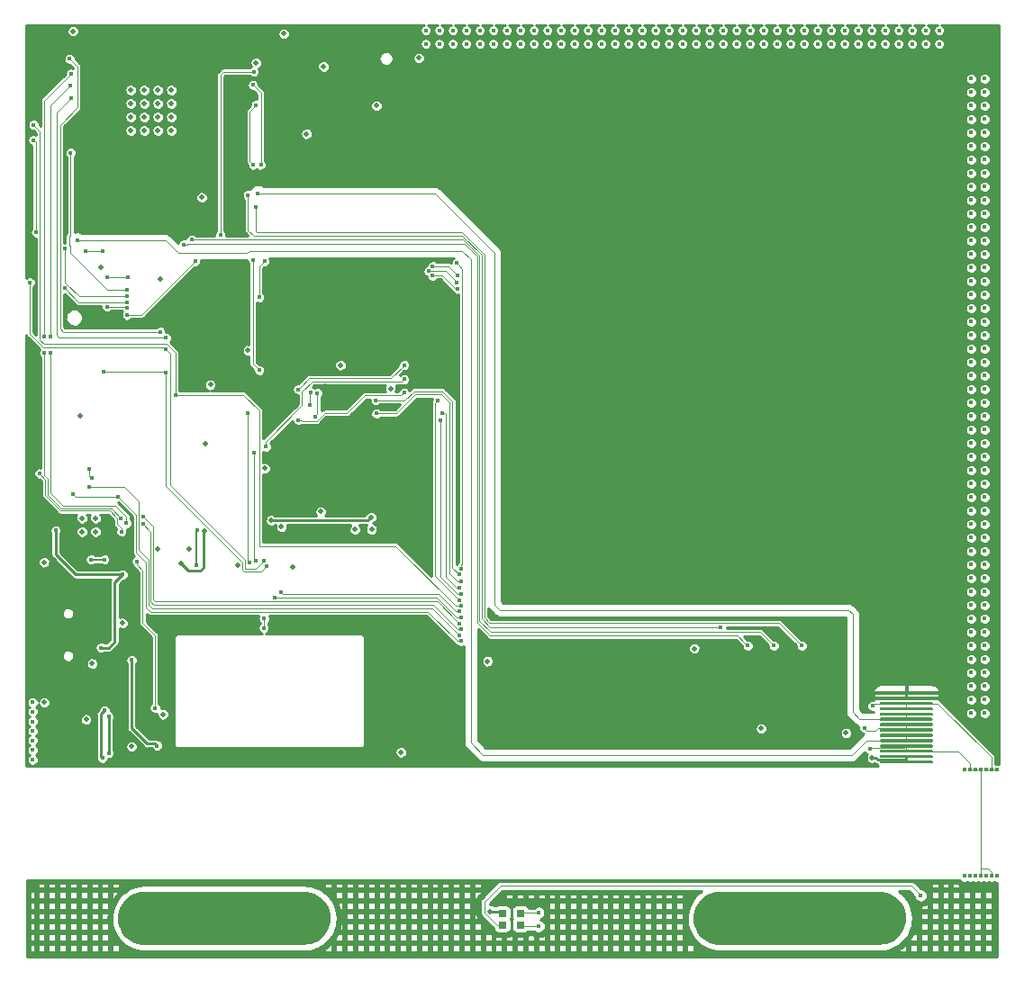
<source format=gtl>
G04 #@! TF.GenerationSoftware,KiCad,Pcbnew,5.99.0-unknown-c3175b4~100~ubuntu16.04.1*
G04 #@! TF.CreationDate,2020-01-01T10:39:54+05:30*
G04 #@! TF.ProjectId,paperd.ink_final_panel,70617065-7264-42e6-996e-6b5f66696e61,rev?*
G04 #@! TF.SameCoordinates,Original*
G04 #@! TF.FileFunction,Copper,L1,Top*
G04 #@! TF.FilePolarity,Positive*
%FSLAX46Y46*%
G04 Gerber Fmt 4.6, Leading zero omitted, Abs format (unit mm)*
G04 Created by KiCad (PCBNEW 5.99.0-unknown-c3175b4~100~ubuntu16.04.1) date 2020-01-01 10:39:54*
%MOMM*%
%LPD*%
G04 APERTURE LIST*
G04 #@! TA.AperFunction,Conductor*
%ADD10C,0.100000*%
G04 #@! TD*
G04 #@! TA.AperFunction,SMDPad,CuDef*
%ADD11C,5.000000*%
G04 #@! TD*
G04 #@! TA.AperFunction,SMDPad,CuDef*
%ADD12R,0.800000X0.700000*%
G04 #@! TD*
G04 #@! TA.AperFunction,SMDPad,CuDef*
%ADD13C,0.300000*%
G04 #@! TD*
G04 #@! TA.AperFunction,ViaPad*
%ADD14C,0.450000*%
G04 #@! TD*
G04 #@! TA.AperFunction,ViaPad*
%ADD15C,0.500000*%
G04 #@! TD*
G04 #@! TA.AperFunction,Conductor*
%ADD16C,0.101600*%
G04 #@! TD*
G04 #@! TA.AperFunction,Conductor*
%ADD17C,0.254000*%
G04 #@! TD*
G04 #@! TA.AperFunction,Conductor*
%ADD18C,0.200000*%
G04 #@! TD*
G04 #@! TA.AperFunction,Conductor*
%ADD19C,0.177800*%
G04 #@! TD*
G04 APERTURE END LIST*
D10*
G04 #@! TO.N,FPC_CAPBTN_2*
G04 #@! TO.C,S2*
G36*
X182879693Y-151800524D02*
G01*
X183194136Y-151861762D01*
X183498168Y-151962707D01*
X183786794Y-152101702D01*
X184055276Y-152276465D01*
X184299206Y-152484126D01*
X184514579Y-152721274D01*
X184697857Y-152984018D01*
X184846032Y-153268041D01*
X184956670Y-153568680D01*
X185027954Y-153880999D01*
X185060000Y-154279999D01*
X185060000Y-154280001D01*
X185039475Y-154599694D01*
X184978237Y-154914137D01*
X184877292Y-155218169D01*
X184738297Y-155506795D01*
X184563534Y-155775277D01*
X184355873Y-156019207D01*
X184118725Y-156234580D01*
X183855981Y-156417858D01*
X183571958Y-156566033D01*
X183271319Y-156676671D01*
X182959000Y-156747955D01*
X182560000Y-156780001D01*
X167560000Y-156780001D01*
X167240307Y-156759476D01*
X166925864Y-156698238D01*
X166621832Y-156597293D01*
X166333206Y-156458298D01*
X166064724Y-156283535D01*
X165820794Y-156075874D01*
X165605421Y-155838726D01*
X165422143Y-155575982D01*
X165273968Y-155291959D01*
X165163330Y-154991320D01*
X165092046Y-154679001D01*
X165060000Y-154280001D01*
X165060000Y-154279999D01*
X165080525Y-153960306D01*
X165141763Y-153645863D01*
X165242708Y-153341831D01*
X165381703Y-153053205D01*
X165556466Y-152784723D01*
X165764127Y-152540793D01*
X166001275Y-152325420D01*
X166264019Y-152142142D01*
X166548042Y-151993967D01*
X166848681Y-151883329D01*
X167161000Y-151812045D01*
X167560000Y-151779999D01*
X182560000Y-151779999D01*
X182879693Y-151800524D01*
X182879693Y-151800524D01*
G37*
D11*
G04 #@! TD*
G04 #@! TO.P,S2,1*
G04 #@! TO.N,FPC_CAPBTN_2*
X175060000Y-154280000D03*
D10*
G04 #@! TO.N,FPC_CAPBTN_1*
G04 #@! TO.C,S1*
G36*
X128779693Y-151800524D02*
G01*
X129094136Y-151861762D01*
X129398168Y-151962707D01*
X129686794Y-152101702D01*
X129955276Y-152276465D01*
X130199206Y-152484126D01*
X130414579Y-152721274D01*
X130597857Y-152984018D01*
X130746032Y-153268041D01*
X130856670Y-153568680D01*
X130927954Y-153880999D01*
X130960000Y-154279999D01*
X130960000Y-154280001D01*
X130939475Y-154599694D01*
X130878237Y-154914137D01*
X130777292Y-155218169D01*
X130638297Y-155506795D01*
X130463534Y-155775277D01*
X130255873Y-156019207D01*
X130018725Y-156234580D01*
X129755981Y-156417858D01*
X129471958Y-156566033D01*
X129171319Y-156676671D01*
X128859000Y-156747955D01*
X128460000Y-156780001D01*
X113460000Y-156780001D01*
X113140307Y-156759476D01*
X112825864Y-156698238D01*
X112521832Y-156597293D01*
X112233206Y-156458298D01*
X111964724Y-156283535D01*
X111720794Y-156075874D01*
X111505421Y-155838726D01*
X111322143Y-155575982D01*
X111173968Y-155291959D01*
X111063330Y-154991320D01*
X110992046Y-154679001D01*
X110960000Y-154280001D01*
X110960000Y-154279999D01*
X110980525Y-153960306D01*
X111041763Y-153645863D01*
X111142708Y-153341831D01*
X111281703Y-153053205D01*
X111456466Y-152784723D01*
X111664127Y-152540793D01*
X111901275Y-152325420D01*
X112164019Y-152142142D01*
X112448042Y-151993967D01*
X112748681Y-151883329D01*
X113061000Y-151812045D01*
X113460000Y-151779999D01*
X128460000Y-151779999D01*
X128779693Y-151800524D01*
X128779693Y-151800524D01*
G37*
D11*
G04 #@! TD*
G04 #@! TO.P,S1,1*
G04 #@! TO.N,FPC_CAPBTN_1*
X120960000Y-154280000D03*
D12*
G04 #@! TO.P,D5,2*
G04 #@! TO.N,~FPC_LED_B*
X147092000Y-154894000D03*
G04 #@! TO.P,D5,1*
G04 #@! TO.N,~FPC_LED_R*
X148792000Y-154894000D03*
G04 #@! TO.P,D5,4*
G04 #@! TO.N,~FPC_LED_G*
X148792000Y-153794000D03*
G04 #@! TO.P,D5,3*
G04 #@! TO.N,FPC_3V3*
X147092000Y-153794000D03*
G04 #@! TD*
D10*
G04 #@! TO.N,GND*
G04 #@! TO.C,J3*
G36*
X187467403Y-139421417D02*
G01*
X187516066Y-139453933D01*
X187548582Y-139502596D01*
X187560000Y-139559999D01*
X187560000Y-139560001D01*
X187548582Y-139617404D01*
X187516066Y-139666067D01*
X187467403Y-139698583D01*
X187410000Y-139710001D01*
X182710000Y-139710001D01*
X182652597Y-139698583D01*
X182603934Y-139666067D01*
X182571418Y-139617404D01*
X182560000Y-139560001D01*
X182560000Y-139559999D01*
X182571418Y-139502596D01*
X182603934Y-139453933D01*
X182652597Y-139421417D01*
X182710000Y-139409999D01*
X187410000Y-139409999D01*
X187467403Y-139421417D01*
X187467403Y-139421417D01*
G37*
D13*
G04 #@! TD*
G04 #@! TO.P,J3,14*
G04 #@! TO.N,GND*
X185060000Y-139560000D03*
D10*
G04 #@! TO.N,GND*
G04 #@! TO.C,J3*
G36*
X187467403Y-138921417D02*
G01*
X187516066Y-138953933D01*
X187548582Y-139002596D01*
X187560000Y-139059999D01*
X187560000Y-139060001D01*
X187548582Y-139117404D01*
X187516066Y-139166067D01*
X187467403Y-139198583D01*
X187410000Y-139210001D01*
X182710000Y-139210001D01*
X182652597Y-139198583D01*
X182603934Y-139166067D01*
X182571418Y-139117404D01*
X182560000Y-139060001D01*
X182560000Y-139059999D01*
X182571418Y-139002596D01*
X182603934Y-138953933D01*
X182652597Y-138921417D01*
X182710000Y-138909999D01*
X187410000Y-138909999D01*
X187467403Y-138921417D01*
X187467403Y-138921417D01*
G37*
D13*
G04 #@! TD*
G04 #@! TO.P,J3,13*
G04 #@! TO.N,GND*
X185060000Y-139060000D03*
D10*
G04 #@! TO.N,~FPC_LED_B*
G04 #@! TO.C,J3*
G36*
X187467403Y-138421417D02*
G01*
X187516066Y-138453933D01*
X187548582Y-138502596D01*
X187560000Y-138559999D01*
X187560000Y-138560001D01*
X187548582Y-138617404D01*
X187516066Y-138666067D01*
X187467403Y-138698583D01*
X187410000Y-138710001D01*
X182710000Y-138710001D01*
X182652597Y-138698583D01*
X182603934Y-138666067D01*
X182571418Y-138617404D01*
X182560000Y-138560001D01*
X182560000Y-138559999D01*
X182571418Y-138502596D01*
X182603934Y-138453933D01*
X182652597Y-138421417D01*
X182710000Y-138409999D01*
X187410000Y-138409999D01*
X187467403Y-138421417D01*
X187467403Y-138421417D01*
G37*
D13*
G04 #@! TD*
G04 #@! TO.P,J3,12*
G04 #@! TO.N,~FPC_LED_B*
X185060000Y-138560000D03*
D10*
G04 #@! TO.N,~FPC_LED_B*
G04 #@! TO.C,J3*
G36*
X187467403Y-137921417D02*
G01*
X187516066Y-137953933D01*
X187548582Y-138002596D01*
X187560000Y-138059999D01*
X187560000Y-138060001D01*
X187548582Y-138117404D01*
X187516066Y-138166067D01*
X187467403Y-138198583D01*
X187410000Y-138210001D01*
X182710000Y-138210001D01*
X182652597Y-138198583D01*
X182603934Y-138166067D01*
X182571418Y-138117404D01*
X182560000Y-138060001D01*
X182560000Y-138059999D01*
X182571418Y-138002596D01*
X182603934Y-137953933D01*
X182652597Y-137921417D01*
X182710000Y-137909999D01*
X187410000Y-137909999D01*
X187467403Y-137921417D01*
X187467403Y-137921417D01*
G37*
D13*
G04 #@! TD*
G04 #@! TO.P,J3,11*
G04 #@! TO.N,~FPC_LED_B*
X185060000Y-138060000D03*
D10*
G04 #@! TO.N,CAPBTN_1*
G04 #@! TO.C,J3*
G36*
X187467403Y-137421417D02*
G01*
X187516066Y-137453933D01*
X187548582Y-137502596D01*
X187560000Y-137559999D01*
X187560000Y-137560001D01*
X187548582Y-137617404D01*
X187516066Y-137666067D01*
X187467403Y-137698583D01*
X187410000Y-137710001D01*
X182710000Y-137710001D01*
X182652597Y-137698583D01*
X182603934Y-137666067D01*
X182571418Y-137617404D01*
X182560000Y-137560001D01*
X182560000Y-137559999D01*
X182571418Y-137502596D01*
X182603934Y-137453933D01*
X182652597Y-137421417D01*
X182710000Y-137409999D01*
X187410000Y-137409999D01*
X187467403Y-137421417D01*
X187467403Y-137421417D01*
G37*
D13*
G04 #@! TD*
G04 #@! TO.P,J3,10*
G04 #@! TO.N,CAPBTN_1*
X185060000Y-137560000D03*
D10*
G04 #@! TO.N,CAPBTN_1*
G04 #@! TO.C,J3*
G36*
X187467403Y-136921417D02*
G01*
X187516066Y-136953933D01*
X187548582Y-137002596D01*
X187560000Y-137059999D01*
X187560000Y-137060001D01*
X187548582Y-137117404D01*
X187516066Y-137166067D01*
X187467403Y-137198583D01*
X187410000Y-137210001D01*
X182710000Y-137210001D01*
X182652597Y-137198583D01*
X182603934Y-137166067D01*
X182571418Y-137117404D01*
X182560000Y-137060001D01*
X182560000Y-137059999D01*
X182571418Y-137002596D01*
X182603934Y-136953933D01*
X182652597Y-136921417D01*
X182710000Y-136909999D01*
X187410000Y-136909999D01*
X187467403Y-136921417D01*
X187467403Y-136921417D01*
G37*
D13*
G04 #@! TD*
G04 #@! TO.P,J3,9*
G04 #@! TO.N,CAPBTN_1*
X185060000Y-137060000D03*
D10*
G04 #@! TO.N,Net-(J3-Pad7)*
G04 #@! TO.C,J3*
G36*
X187467403Y-136421417D02*
G01*
X187516066Y-136453933D01*
X187548582Y-136502596D01*
X187560000Y-136559999D01*
X187560000Y-136560001D01*
X187548582Y-136617404D01*
X187516066Y-136666067D01*
X187467403Y-136698583D01*
X187410000Y-136710001D01*
X182710000Y-136710001D01*
X182652597Y-136698583D01*
X182603934Y-136666067D01*
X182571418Y-136617404D01*
X182560000Y-136560001D01*
X182560000Y-136559999D01*
X182571418Y-136502596D01*
X182603934Y-136453933D01*
X182652597Y-136421417D01*
X182710000Y-136409999D01*
X187410000Y-136409999D01*
X187467403Y-136421417D01*
X187467403Y-136421417D01*
G37*
D13*
G04 #@! TD*
G04 #@! TO.P,J3,8*
G04 #@! TO.N,Net-(J3-Pad7)*
X185060000Y-136560000D03*
D10*
G04 #@! TO.N,Net-(J3-Pad7)*
G04 #@! TO.C,J3*
G36*
X187467403Y-135921417D02*
G01*
X187516066Y-135953933D01*
X187548582Y-136002596D01*
X187560000Y-136059999D01*
X187560000Y-136060001D01*
X187548582Y-136117404D01*
X187516066Y-136166067D01*
X187467403Y-136198583D01*
X187410000Y-136210001D01*
X182710000Y-136210001D01*
X182652597Y-136198583D01*
X182603934Y-136166067D01*
X182571418Y-136117404D01*
X182560000Y-136060001D01*
X182560000Y-136059999D01*
X182571418Y-136002596D01*
X182603934Y-135953933D01*
X182652597Y-135921417D01*
X182710000Y-135909999D01*
X187410000Y-135909999D01*
X187467403Y-135921417D01*
X187467403Y-135921417D01*
G37*
D13*
G04 #@! TD*
G04 #@! TO.P,J3,7*
G04 #@! TO.N,Net-(J3-Pad7)*
X185060000Y-136060000D03*
D10*
G04 #@! TO.N,CAPBTN_2*
G04 #@! TO.C,J3*
G36*
X187467403Y-135421417D02*
G01*
X187516066Y-135453933D01*
X187548582Y-135502596D01*
X187560000Y-135559999D01*
X187560000Y-135560001D01*
X187548582Y-135617404D01*
X187516066Y-135666067D01*
X187467403Y-135698583D01*
X187410000Y-135710001D01*
X182710000Y-135710001D01*
X182652597Y-135698583D01*
X182603934Y-135666067D01*
X182571418Y-135617404D01*
X182560000Y-135560001D01*
X182560000Y-135559999D01*
X182571418Y-135502596D01*
X182603934Y-135453933D01*
X182652597Y-135421417D01*
X182710000Y-135409999D01*
X187410000Y-135409999D01*
X187467403Y-135421417D01*
X187467403Y-135421417D01*
G37*
D13*
G04 #@! TD*
G04 #@! TO.P,J3,6*
G04 #@! TO.N,CAPBTN_2*
X185060000Y-135560000D03*
D10*
G04 #@! TO.N,CAPBTN_2*
G04 #@! TO.C,J3*
G36*
X187467403Y-134921417D02*
G01*
X187516066Y-134953933D01*
X187548582Y-135002596D01*
X187560000Y-135059999D01*
X187560000Y-135060001D01*
X187548582Y-135117404D01*
X187516066Y-135166067D01*
X187467403Y-135198583D01*
X187410000Y-135210001D01*
X182710000Y-135210001D01*
X182652597Y-135198583D01*
X182603934Y-135166067D01*
X182571418Y-135117404D01*
X182560000Y-135060001D01*
X182560000Y-135059999D01*
X182571418Y-135002596D01*
X182603934Y-134953933D01*
X182652597Y-134921417D01*
X182710000Y-134909999D01*
X187410000Y-134909999D01*
X187467403Y-134921417D01*
X187467403Y-134921417D01*
G37*
D13*
G04 #@! TD*
G04 #@! TO.P,J3,5*
G04 #@! TO.N,CAPBTN_2*
X185060000Y-135060000D03*
D10*
G04 #@! TO.N,~FPC_LED_R*
G04 #@! TO.C,J3*
G36*
X187467403Y-134421417D02*
G01*
X187516066Y-134453933D01*
X187548582Y-134502596D01*
X187560000Y-134559999D01*
X187560000Y-134560001D01*
X187548582Y-134617404D01*
X187516066Y-134666067D01*
X187467403Y-134698583D01*
X187410000Y-134710001D01*
X182710000Y-134710001D01*
X182652597Y-134698583D01*
X182603934Y-134666067D01*
X182571418Y-134617404D01*
X182560000Y-134560001D01*
X182560000Y-134559999D01*
X182571418Y-134502596D01*
X182603934Y-134453933D01*
X182652597Y-134421417D01*
X182710000Y-134409999D01*
X187410000Y-134409999D01*
X187467403Y-134421417D01*
X187467403Y-134421417D01*
G37*
D13*
G04 #@! TD*
G04 #@! TO.P,J3,4*
G04 #@! TO.N,~FPC_LED_R*
X185060000Y-134560000D03*
D10*
G04 #@! TO.N,~FPC_LED_R*
G04 #@! TO.C,J3*
G36*
X187467403Y-133921417D02*
G01*
X187516066Y-133953933D01*
X187548582Y-134002596D01*
X187560000Y-134059999D01*
X187560000Y-134060001D01*
X187548582Y-134117404D01*
X187516066Y-134166067D01*
X187467403Y-134198583D01*
X187410000Y-134210001D01*
X182710000Y-134210001D01*
X182652597Y-134198583D01*
X182603934Y-134166067D01*
X182571418Y-134117404D01*
X182560000Y-134060001D01*
X182560000Y-134059999D01*
X182571418Y-134002596D01*
X182603934Y-133953933D01*
X182652597Y-133921417D01*
X182710000Y-133909999D01*
X187410000Y-133909999D01*
X187467403Y-133921417D01*
X187467403Y-133921417D01*
G37*
D13*
G04 #@! TD*
G04 #@! TO.P,J3,3*
G04 #@! TO.N,~FPC_LED_R*
X185060000Y-134060000D03*
D10*
G04 #@! TO.N,+3V3*
G04 #@! TO.C,J3*
G36*
X187467403Y-133421417D02*
G01*
X187516066Y-133453933D01*
X187548582Y-133502596D01*
X187560000Y-133559999D01*
X187560000Y-133560001D01*
X187548582Y-133617404D01*
X187516066Y-133666067D01*
X187467403Y-133698583D01*
X187410000Y-133710001D01*
X182710000Y-133710001D01*
X182652597Y-133698583D01*
X182603934Y-133666067D01*
X182571418Y-133617404D01*
X182560000Y-133560001D01*
X182560000Y-133559999D01*
X182571418Y-133502596D01*
X182603934Y-133453933D01*
X182652597Y-133421417D01*
X182710000Y-133409999D01*
X187410000Y-133409999D01*
X187467403Y-133421417D01*
X187467403Y-133421417D01*
G37*
D13*
G04 #@! TD*
G04 #@! TO.P,J3,2*
G04 #@! TO.N,+3V3*
X185060000Y-133560000D03*
D10*
G04 #@! TO.N,+3V3*
G04 #@! TO.C,J3*
G36*
X187467403Y-132921417D02*
G01*
X187516066Y-132953933D01*
X187548582Y-133002596D01*
X187560000Y-133059999D01*
X187560000Y-133060001D01*
X187548582Y-133117404D01*
X187516066Y-133166067D01*
X187467403Y-133198583D01*
X187410000Y-133210001D01*
X182710000Y-133210001D01*
X182652597Y-133198583D01*
X182603934Y-133166067D01*
X182571418Y-133117404D01*
X182560000Y-133060001D01*
X182560000Y-133059999D01*
X182571418Y-133002596D01*
X182603934Y-132953933D01*
X182652597Y-132921417D01*
X182710000Y-132909999D01*
X187410000Y-132909999D01*
X187467403Y-132921417D01*
X187467403Y-132921417D01*
G37*
D13*
G04 #@! TD*
G04 #@! TO.P,J3,1*
G04 #@! TO.N,+3V3*
X185060000Y-133060000D03*
D14*
G04 #@! TO.N,USB_N*
X108410149Y-120529851D03*
X109660000Y-120520000D03*
G04 #@! TO.N,*
X190560000Y-140280000D03*
X190560000Y-150280000D03*
D15*
G04 #@! TO.N,GND*
X112150000Y-76360000D03*
X130240000Y-74150000D03*
X111390000Y-126500000D03*
X106720000Y-70820000D03*
X113420000Y-76360000D03*
X114690000Y-76360000D03*
X115960000Y-76360000D03*
X112150000Y-77630000D03*
X113420000Y-77630000D03*
X114690000Y-77630000D03*
X115960000Y-77630000D03*
X112150000Y-78900000D03*
X113420000Y-78900000D03*
X114690000Y-78900000D03*
X115960000Y-78900000D03*
X112150000Y-80170000D03*
X113420000Y-80170000D03*
X114690000Y-80170000D03*
X115960000Y-80170000D03*
X118820000Y-86460000D03*
X114910000Y-94150000D03*
X109350000Y-93050000D03*
X107420000Y-107010000D03*
X119640000Y-104080000D03*
X123190000Y-100860000D03*
X131850000Y-102250000D03*
X179410000Y-136850000D03*
X171415000Y-136425000D03*
X165120000Y-128900000D03*
X145710000Y-130090000D03*
X137560000Y-138660000D03*
X115200000Y-135090000D03*
X112230000Y-138119000D03*
X107960000Y-135570000D03*
X104030000Y-133970000D03*
X103990000Y-120790000D03*
X107560000Y-116650000D03*
X108830000Y-116650000D03*
X107560000Y-117920000D03*
X108830000Y-117920000D03*
X126550000Y-71060000D03*
X139250000Y-73350000D03*
X135240000Y-77840000D03*
X128680000Y-80490000D03*
X123920000Y-73810000D03*
X108540000Y-130310000D03*
X136570000Y-104430000D03*
X181860000Y-139180000D03*
X119140000Y-109670000D03*
D14*
G04 #@! TO.N,+BATT*
X109480000Y-139210000D03*
X109700003Y-134710011D03*
D15*
G04 #@! TO.N,+3V3*
X107770000Y-134140000D03*
X103240000Y-113320000D03*
X125370000Y-107440000D03*
X127740000Y-109440000D03*
X137260000Y-113210000D03*
X145800000Y-136230000D03*
X166355000Y-136425000D03*
X134020000Y-99510000D03*
X136200000Y-83690000D03*
X130170000Y-73320000D03*
X126560000Y-72040000D03*
X181860000Y-133070000D03*
D14*
G04 #@! TO.N,VBUS*
X111400000Y-121930000D03*
X109330000Y-128830000D03*
X112237079Y-129994976D03*
X114640000Y-138060000D03*
X105100000Y-117780000D03*
D15*
G04 #@! TO.N,V_EPD*
X116910000Y-120930000D03*
D14*
G04 #@! TO.N,ESP_EN*
X143184190Y-121390000D03*
X142811419Y-92648559D03*
G04 #@! TO.N,EPD_BUSY*
X123940000Y-77790000D03*
X123110000Y-106760000D03*
X124240000Y-102730000D03*
X123670000Y-83380000D03*
X123645001Y-92364997D03*
G04 #@! TO.N,~EPD_RES*
X137850000Y-103570000D03*
X123720000Y-110490000D03*
X124850000Y-109920000D03*
G04 #@! TO.N,~EPD_DC*
X124680000Y-126070000D03*
X124650000Y-126970000D03*
G04 #@! TO.N,~EPD_CS*
X106400000Y-73420000D03*
X114900000Y-99110000D03*
G04 #@! TO.N,SPI_SCLK*
X109580000Y-102860000D03*
X115470000Y-102940000D03*
X103240000Y-89740000D03*
X102990000Y-81060000D03*
X125700000Y-124080000D03*
X143184190Y-126000000D03*
G04 #@! TO.N,SPI_MOSI*
X102662600Y-94460000D03*
X115460000Y-100780000D03*
X143050000Y-125420000D03*
X126260000Y-123640000D03*
G04 #@! TO.N,RTS*
X110950000Y-114600000D03*
X106760000Y-114410000D03*
X143184190Y-128200000D03*
G04 #@! TO.N,UART_RXD0*
X104630000Y-101100000D03*
X104640000Y-99590000D03*
X106500000Y-75930000D03*
X111730000Y-117100000D03*
X113290000Y-117140000D03*
X143184190Y-127080000D03*
G04 #@! TO.N,EXT_GPIO0*
X141010000Y-105560000D03*
X143048801Y-124334739D03*
G04 #@! TO.N,I2C_SCL*
X105930000Y-95010000D03*
X111770000Y-96330000D03*
X129000000Y-106030000D03*
X129050000Y-104790000D03*
X135230000Y-106770000D03*
X143184190Y-122580000D03*
G04 #@! TO.N,EXT_GPIO2*
X141232590Y-107430000D03*
X143184190Y-123800000D03*
G04 #@! TO.N,JTAG_TDI*
X123950000Y-87340000D03*
X175230000Y-128640000D03*
G04 #@! TO.N,JTAG_TDO*
X172620000Y-128630000D03*
X117860000Y-90450000D03*
G04 #@! TO.N,JTAG_TCK*
X117140000Y-90880000D03*
X170150000Y-128640000D03*
G04 #@! TO.N,JTAG_TMS*
X167610000Y-126910000D03*
X123177755Y-86248236D03*
G04 #@! TO.N,EXT_GPIO1*
X143040000Y-123190000D03*
X141470000Y-106770000D03*
G04 #@! TO.N,I2C_SDA*
X111812305Y-96879977D03*
X109910000Y-96740000D03*
X143010000Y-121950000D03*
X135210000Y-105560000D03*
G04 #@! TO.N,SPI_MISO*
X116340000Y-105030000D03*
X103010000Y-79640000D03*
X143184190Y-124880000D03*
G04 #@! TO.N,UART_TXD0*
X106560000Y-74820000D03*
X104040000Y-99550000D03*
X104020000Y-101080000D03*
X111250000Y-116630000D03*
X113360000Y-116460000D03*
X143039384Y-126547734D03*
G04 #@! TO.N,DTR*
X111270000Y-117890000D03*
X108220000Y-113700000D03*
X103560000Y-112430000D03*
X143048801Y-127665261D03*
G04 #@! TO.N,~SD_CS*
X115450000Y-99660000D03*
X106530000Y-77100000D03*
G04 #@! TO.N,GPIO_0*
X108500000Y-112880000D03*
X108250000Y-111980000D03*
X111820000Y-95750000D03*
X105990000Y-91300000D03*
X142900000Y-95070000D03*
X140510000Y-93840000D03*
X107940000Y-91505810D03*
X109490000Y-91505810D03*
G04 #@! TO.N,GPIO_2*
X111860000Y-94000000D03*
X109900000Y-93960000D03*
X142910000Y-93810000D03*
X140540000Y-92930000D03*
G04 #@! TO.N,~SD_EN*
X127890000Y-104520000D03*
X137860000Y-102240000D03*
G04 #@! TO.N,~LED_R*
X111840000Y-95120000D03*
X106500000Y-82250000D03*
X140151511Y-93401511D03*
X142822848Y-94438137D03*
G04 #@! TO.N,CAPBTN_1*
X107120000Y-90524190D03*
G04 #@! TO.N,CAPBTN_2*
X124114190Y-86088198D03*
G04 #@! TO.N,Net-(TH1-Pad1)*
X110086010Y-135320000D03*
X110086010Y-138720000D03*
G04 #@! TO.N,~CHG*
X123710000Y-74640000D03*
X111840000Y-97520000D03*
X112720000Y-120700000D03*
X114430000Y-134490000D03*
X120590000Y-89950000D03*
X118200000Y-92485810D03*
G04 #@! TO.N,~PCF_INT*
X123640000Y-75880000D03*
X129460000Y-107110000D03*
X129690000Y-104870000D03*
X124240000Y-95870000D03*
X124380000Y-83390000D03*
X124720000Y-92472590D03*
G04 #@! TO.N,~SD_CD*
X127890000Y-107390000D03*
X137840000Y-104830000D03*
G04 #@! TO.N,~FPC_LED_R*
X192560000Y-140280000D03*
X193060000Y-140280000D03*
X193560000Y-140280000D03*
X192560000Y-150280000D03*
X193560000Y-150280000D03*
X150500000Y-155030000D03*
X181870000Y-134290000D03*
G04 #@! TO.N,~FPC_LED_G*
X150480000Y-153760000D03*
G04 #@! TO.N,~FPC_LED_B*
X191060000Y-140280000D03*
X191560000Y-140280000D03*
X192060000Y-140280000D03*
X191060000Y-150280000D03*
X191560000Y-150280000D03*
X192060000Y-150280000D03*
X193060000Y-150280000D03*
X186410000Y-152120000D03*
G04 #@! TO.N,FPC_CAPBTN_1*
X129490000Y-152600000D03*
G04 #@! TO.N,FPC_CAPBTN_2*
X184370000Y-155090000D03*
G04 #@! TO.N,FPC_GND*
X187080000Y-151210000D03*
D15*
G04 #@! TO.N,FPC_3V3*
X145960000Y-153640000D03*
D14*
G04 #@! TO.N,+3V3*
X189890000Y-70760000D03*
X191160000Y-70760000D03*
X192430000Y-70760000D03*
X189890000Y-72030000D03*
X191160000Y-72030000D03*
X192430000Y-72030000D03*
X191160000Y-73300000D03*
X192430000Y-73300000D03*
G04 #@! TO.N,GND*
X191160000Y-75300000D03*
X192430000Y-75300000D03*
X191160000Y-76570000D03*
X192430000Y-76570000D03*
X191160000Y-77840000D03*
X192430000Y-77840000D03*
X191160000Y-79110000D03*
X192430000Y-79110000D03*
X191160000Y-80380000D03*
X192430000Y-80380000D03*
X191160000Y-81650000D03*
X192430000Y-81650000D03*
X191160000Y-82920000D03*
X192430000Y-82920000D03*
X191160000Y-84190000D03*
X192430000Y-84190000D03*
X191160000Y-85460000D03*
X192430000Y-85460000D03*
X191160000Y-86730000D03*
X192430000Y-86730000D03*
X191160000Y-88000000D03*
X192430000Y-88000000D03*
X191160000Y-89270000D03*
X192430000Y-89270000D03*
X191160000Y-90540000D03*
X192430000Y-90540000D03*
X191160000Y-91810000D03*
X192430000Y-91810000D03*
X191160000Y-93080000D03*
X192430000Y-93080000D03*
X191160000Y-94350000D03*
X192430000Y-94350000D03*
X191160000Y-95620000D03*
X192430000Y-95620000D03*
X191160000Y-96890000D03*
X192430000Y-96890000D03*
X191160000Y-98160000D03*
X192430000Y-98160000D03*
X191160000Y-99430000D03*
X192430000Y-99430000D03*
X191160000Y-100700000D03*
X192430000Y-100700000D03*
X191160000Y-101970000D03*
X192430000Y-101970000D03*
X191160000Y-103240000D03*
X192430000Y-103240000D03*
X191160000Y-104510000D03*
X192430000Y-104510000D03*
X191160000Y-105780000D03*
X192430000Y-105780000D03*
X191160000Y-107050000D03*
X192430000Y-107050000D03*
X191160000Y-108320000D03*
X192430000Y-108320000D03*
X191160000Y-109590000D03*
X192430000Y-109590000D03*
X191160000Y-110860000D03*
X192430000Y-110860000D03*
X191160000Y-112130000D03*
X192430000Y-112130000D03*
X191160000Y-113400000D03*
X192430000Y-113400000D03*
X191160000Y-114670000D03*
X192430000Y-114670000D03*
X191160000Y-115940000D03*
X192430000Y-115940000D03*
X191160000Y-117210000D03*
X192430000Y-117210000D03*
X191160000Y-118480000D03*
X192430000Y-118480000D03*
X191160000Y-119750000D03*
X192430000Y-119750000D03*
X191160000Y-121020000D03*
X192430000Y-121020000D03*
X191160000Y-122290000D03*
X192430000Y-122290000D03*
X191160000Y-123560000D03*
X192430000Y-123560000D03*
X191160000Y-124830000D03*
X192430000Y-124830000D03*
X191160000Y-126100000D03*
X192430000Y-126100000D03*
X191160000Y-127370000D03*
X192430000Y-127370000D03*
X191160000Y-128640000D03*
X192430000Y-128640000D03*
X191160000Y-129910000D03*
X192430000Y-129910000D03*
X191160000Y-131180000D03*
X192430000Y-131180000D03*
X191160000Y-132450000D03*
X192430000Y-132450000D03*
X191160000Y-133720000D03*
X192430000Y-133720000D03*
X191160000Y-134990000D03*
X192430000Y-134990000D03*
X139890000Y-70760000D03*
X141160000Y-70760000D03*
X142430000Y-70760000D03*
X143700000Y-70760000D03*
X144970000Y-70760000D03*
X146240000Y-70760000D03*
X147510000Y-70760000D03*
X148780000Y-70760000D03*
X150050000Y-70760000D03*
X151320000Y-70760000D03*
X152590000Y-70760000D03*
X153860000Y-70760000D03*
X155130000Y-70760000D03*
X156400000Y-70760000D03*
X157670000Y-70760000D03*
X158940000Y-70760000D03*
X160210000Y-70760000D03*
X161480000Y-70760000D03*
X162750000Y-70760000D03*
X164020000Y-70760000D03*
X165290000Y-70760000D03*
X166560000Y-70760000D03*
X167830000Y-70760000D03*
X169100000Y-70760000D03*
X170370000Y-70760000D03*
X171640000Y-70760000D03*
X172910000Y-70760000D03*
X174180000Y-70760000D03*
X175450000Y-70760000D03*
X176720000Y-70760000D03*
X177990000Y-70760000D03*
X179260000Y-70760000D03*
X180530000Y-70760000D03*
X181800000Y-70760000D03*
X183070000Y-70760000D03*
X184340000Y-70760000D03*
X185610000Y-70760000D03*
X186880000Y-70760000D03*
X188150000Y-70760000D03*
X139890000Y-72030000D03*
X141160000Y-72030000D03*
X142430000Y-72030000D03*
X143700000Y-72030000D03*
X144970000Y-72030000D03*
X146240000Y-72030000D03*
X147510000Y-72030000D03*
X148780000Y-72030000D03*
X150050000Y-72030000D03*
X151320000Y-72030000D03*
X152590000Y-72030000D03*
X153860000Y-72030000D03*
X155130000Y-72030000D03*
X156400000Y-72030000D03*
X157670000Y-72030000D03*
X158940000Y-72030000D03*
X160210000Y-72030000D03*
X161480000Y-72030000D03*
X162750000Y-72030000D03*
X164020000Y-72030000D03*
X165290000Y-72030000D03*
X166560000Y-72030000D03*
X167830000Y-72030000D03*
X169100000Y-72030000D03*
X170370000Y-72030000D03*
X171640000Y-72030000D03*
X172910000Y-72030000D03*
X174180000Y-72030000D03*
X175450000Y-72030000D03*
X176720000Y-72030000D03*
X177990000Y-72030000D03*
X179260000Y-72030000D03*
X180530000Y-72030000D03*
X181800000Y-72030000D03*
X183070000Y-72030000D03*
X184340000Y-72030000D03*
X185610000Y-72030000D03*
X186880000Y-72030000D03*
X188150000Y-72030000D03*
X102940000Y-139360000D03*
X102940000Y-138458330D03*
X102940000Y-137556664D03*
X102940000Y-136654998D03*
X102940000Y-135753332D03*
X102940000Y-134851666D03*
X102940000Y-133950000D03*
G04 #@! TO.N,Net-(J3-Pad7)*
X181110000Y-136380000D03*
G04 #@! TO.N,~FPC_LED_B*
X181650000Y-138355800D03*
D15*
G04 #@! TO.N,+3V3*
X130400000Y-104172400D03*
D14*
G04 #@! TO.N,GDR*
X118300000Y-121030000D03*
X118430000Y-117780000D03*
D15*
G04 #@! TO.N,V_EPD*
X119050000Y-117810000D03*
D14*
G04 #@! TO.N,EPD_BUSY*
X123290000Y-120780000D03*
G04 #@! TO.N,~EPD_RES*
X123890000Y-120650000D03*
G04 #@! TO.N,SPI_MOSI*
X124690000Y-120600000D03*
G04 #@! TO.N,SPI_SCLK*
X124900000Y-121180000D03*
D15*
G04 #@! TO.N,GND*
X122250000Y-121100000D03*
X117670000Y-119560000D03*
X114720000Y-119520000D03*
G04 #@! TO.N,V_EPD*
X134730000Y-116560000D03*
X125350000Y-116840000D03*
G04 #@! TO.N,GND*
X127420000Y-121200000D03*
X126320000Y-117450000D03*
X130010000Y-116020000D03*
X133220000Y-117700000D03*
X134800000Y-117680000D03*
X124780000Y-111940000D03*
G04 #@! TD*
D16*
G04 #@! TO.N,Net-(J3-Pad7)*
X185060000Y-136410000D02*
X185060000Y-136210000D01*
X182172687Y-136604999D02*
X181334999Y-136604999D01*
X182421436Y-136356250D02*
X182172687Y-136604999D01*
X185060000Y-136356250D02*
X182421436Y-136356250D01*
X185060000Y-136060000D02*
X185060000Y-136356250D01*
X181334999Y-136604999D02*
X181110000Y-136380000D01*
D17*
G04 #@! TO.N,GND*
X185060000Y-139560000D02*
X185060000Y-139060000D01*
D18*
G04 #@! TO.N,USB_N*
X108410149Y-120529851D02*
X109650149Y-120529851D01*
X109650149Y-120529851D02*
X109660000Y-120520000D01*
D17*
G04 #@! TO.N,VBUS*
X111400000Y-121930000D02*
X106990000Y-121930000D01*
X106990000Y-121930000D02*
X105100000Y-120040000D01*
X105100000Y-120040000D02*
X105100000Y-117780000D01*
G04 #@! TO.N,GND*
X185060000Y-139560000D02*
X185060000Y-139337011D01*
X184839289Y-139339289D02*
X185060000Y-139560000D01*
X182372842Y-139339289D02*
X184839289Y-139339289D01*
X182213553Y-139180000D02*
X182372842Y-139339289D01*
X181860000Y-139180000D02*
X182213553Y-139180000D01*
G04 #@! TO.N,+BATT*
X109340000Y-135070014D02*
X109700003Y-134710011D01*
X109340000Y-139070000D02*
X109340000Y-135070014D01*
X109480000Y-139210000D02*
X109340000Y-139070000D01*
G04 #@! TO.N,+3V3*
X181870000Y-133060000D02*
X181860000Y-133070000D01*
X185060000Y-133060000D02*
X181870000Y-133060000D01*
X185060000Y-133560000D02*
X185060000Y-133060000D01*
D19*
G04 #@! TO.N,VBUS*
X112237079Y-136367079D02*
X113030000Y-137160000D01*
D17*
X110070000Y-128830000D02*
X110650000Y-128250000D01*
X109330000Y-128830000D02*
X110070000Y-128830000D01*
X110650000Y-122680000D02*
X111400000Y-121930000D01*
X110650000Y-128250000D02*
X110650000Y-122680000D01*
X113705001Y-137835001D02*
X112237079Y-136367079D01*
X114415001Y-137835001D02*
X113705001Y-137835001D01*
X114640000Y-138060000D02*
X114415001Y-137835001D01*
X112237079Y-136367079D02*
X112237079Y-129994976D01*
D16*
G04 #@! TO.N,ESP_EN*
X143184190Y-121071802D02*
X143330000Y-120925992D01*
X143184190Y-121390000D02*
X143184190Y-121071802D01*
X143330000Y-120925992D02*
X143330000Y-93167140D01*
X143036418Y-92873558D02*
X142811419Y-92648559D01*
X143330000Y-93167140D02*
X143036418Y-92873558D01*
G04 #@! TO.N,EPD_BUSY*
X123360000Y-78370000D02*
X123940000Y-77790000D01*
X123360000Y-83070000D02*
X123360000Y-78370000D01*
X123670000Y-83380000D02*
X123360000Y-83070000D01*
X123645001Y-92683195D02*
X123645001Y-92364997D01*
X124240000Y-102730000D02*
X123645001Y-102135001D01*
X123645001Y-102135001D02*
X123645001Y-92683195D01*
G04 #@! TO.N,~EPD_RES*
X128267401Y-104752599D02*
X129250000Y-103770000D01*
X128267401Y-106022599D02*
X128267401Y-104752599D01*
X124850000Y-109440000D02*
X128267401Y-106022599D01*
X124850000Y-109920000D02*
X124850000Y-109440000D01*
X137650000Y-103770000D02*
X137850000Y-103570000D01*
X129250000Y-103770000D02*
X137650000Y-103770000D01*
G04 #@! TO.N,~EPD_DC*
X124680000Y-126940000D02*
X124650000Y-126970000D01*
X124680000Y-126070000D02*
X124680000Y-126940000D01*
G04 #@! TO.N,~EPD_CS*
X107140000Y-74160000D02*
X107140000Y-78000000D01*
X107140000Y-78000000D02*
X105520000Y-79620000D01*
X106400000Y-73420000D02*
X107140000Y-74160000D01*
X105520000Y-98810000D02*
X105820000Y-99110000D01*
X105520000Y-79620000D02*
X105520000Y-98810000D01*
X105820000Y-99110000D02*
X114900000Y-99110000D01*
G04 #@! TO.N,SPI_SCLK*
X115390000Y-102860000D02*
X115470000Y-102940000D01*
X109580000Y-102860000D02*
X115390000Y-102860000D01*
X103240000Y-81310000D02*
X102990000Y-81060000D01*
X103240000Y-89740000D02*
X103240000Y-81310000D01*
X142865992Y-126000000D02*
X143184190Y-126000000D01*
X140900000Y-124080000D02*
X142820000Y-126000000D01*
X125700000Y-124080000D02*
X140900000Y-124080000D01*
X142820000Y-126000000D02*
X142865992Y-126000000D01*
G04 #@! TO.N,SPI_MOSI*
X115235001Y-100555001D02*
X115460000Y-100780000D01*
X102662600Y-99312600D02*
X103905001Y-100555001D01*
X103905001Y-100555001D02*
X115235001Y-100555001D01*
X102662600Y-94460000D02*
X102662600Y-99312600D01*
X115460000Y-100780000D02*
X115847401Y-101167401D01*
X115847401Y-101167401D02*
X115847401Y-111832599D01*
X115847401Y-111832599D02*
X115847401Y-111997401D01*
X126430000Y-123810000D02*
X126260000Y-123640000D01*
X141130000Y-123810000D02*
X126430000Y-123810000D01*
X142740000Y-125420000D02*
X141130000Y-123810000D01*
X143050000Y-125420000D02*
X142740000Y-125420000D01*
G04 #@! TO.N,RTS*
X106950000Y-114600000D02*
X106760000Y-114410000D01*
X110950000Y-114600000D02*
X106950000Y-114600000D01*
X112680000Y-119870000D02*
X113580000Y-120770000D01*
X140105992Y-125440000D02*
X142865992Y-128200000D01*
X113980000Y-125440000D02*
X140105992Y-125440000D01*
X113580000Y-125040000D02*
X113980000Y-125440000D01*
X110950000Y-114600000D02*
X112680000Y-116330000D01*
X113580000Y-120770000D02*
X113580000Y-125040000D01*
X142865992Y-128200000D02*
X143184190Y-128200000D01*
X112680000Y-116330000D02*
X112680000Y-119870000D01*
G04 #@! TO.N,UART_RXD0*
X106500000Y-75940000D02*
X106500000Y-75930000D01*
X104640000Y-77800000D02*
X106500000Y-75940000D01*
X104640000Y-99590000D02*
X104640000Y-77800000D01*
X111730000Y-116781802D02*
X111730000Y-117100000D01*
X111730000Y-116480000D02*
X111730000Y-116781802D01*
X104630000Y-101100000D02*
X104630000Y-114330000D01*
X104630000Y-114330000D02*
X105760000Y-115460000D01*
X110710000Y-115460000D02*
X111730000Y-116480000D01*
X105760000Y-115460000D02*
X110710000Y-115460000D01*
X114040000Y-124510000D02*
X114320000Y-124790000D01*
X113290000Y-117140000D02*
X114040000Y-117890000D01*
X114040000Y-117890000D02*
X114040000Y-124510000D01*
X142865992Y-127080000D02*
X143184190Y-127080000D01*
X114320000Y-124790000D02*
X140575992Y-124790000D01*
X140575992Y-124790000D02*
X142865992Y-127080000D01*
G04 #@! TO.N,EXT_GPIO0*
X140785001Y-122070939D02*
X142823802Y-124109740D01*
X140785001Y-105784999D02*
X140785001Y-122070939D01*
X142823802Y-124109740D02*
X143048801Y-124334739D01*
X141010000Y-105560000D02*
X140785001Y-105784999D01*
G04 #@! TO.N,I2C_SCL*
X111770000Y-96330000D02*
X107250000Y-96330000D01*
X107250000Y-96330000D02*
X105930000Y-95010000D01*
X129000000Y-104840000D02*
X129050000Y-104790000D01*
X129000000Y-106030000D02*
X129000000Y-104840000D01*
X141361153Y-105011153D02*
X142090000Y-105740000D01*
X137150000Y-106770000D02*
X138908847Y-105011153D01*
X142090000Y-105740000D02*
X142090000Y-121804008D01*
X135230000Y-106770000D02*
X137150000Y-106770000D01*
X142865992Y-122580000D02*
X143184190Y-122580000D01*
X142090000Y-121804008D02*
X142865992Y-122580000D01*
X138908847Y-105011153D02*
X141361153Y-105011153D01*
G04 #@! TO.N,EXT_GPIO2*
X142865992Y-123800000D02*
X143184190Y-123800000D01*
X141232590Y-107430000D02*
X141232590Y-122166598D01*
X141232590Y-122166598D02*
X142865992Y-123800000D01*
G04 #@! TO.N,JTAG_TDI*
X145390000Y-126000000D02*
X145390000Y-91868857D01*
X126400000Y-89760000D02*
X126390000Y-89770000D01*
X126390000Y-89770000D02*
X124030000Y-89770000D01*
X145880000Y-126490000D02*
X145390000Y-126000000D01*
X173080000Y-126490000D02*
X145880000Y-126490000D01*
X143281143Y-89760000D02*
X126400000Y-89760000D01*
X124030000Y-89770000D02*
X123950000Y-89690000D01*
X123950000Y-89690000D02*
X123950000Y-87658198D01*
X175230000Y-128640000D02*
X173080000Y-126490000D01*
X123950000Y-87658198D02*
X123950000Y-87340000D01*
X145390000Y-91868857D02*
X143281143Y-89760000D01*
G04 #@! TO.N,JTAG_TDO*
X144924822Y-126284822D02*
X144924822Y-91978445D01*
X171360000Y-127370000D02*
X146010000Y-127370000D01*
X143396377Y-90450000D02*
X118178198Y-90450000D01*
X118178198Y-90450000D02*
X117860000Y-90450000D01*
X144924822Y-91978445D02*
X143396377Y-90450000D01*
X146010000Y-127370000D02*
X144924822Y-126284822D01*
X172620000Y-128630000D02*
X171360000Y-127370000D01*
G04 #@! TO.N,JTAG_TCK*
X144721611Y-126471611D02*
X145940000Y-127690000D01*
X169200000Y-127690000D02*
X169925001Y-128415001D01*
X117140000Y-90880000D02*
X117458198Y-90880000D01*
X169925001Y-128415001D02*
X170150000Y-128640000D01*
X117458198Y-90880000D02*
X117466905Y-90871293D01*
X144721611Y-92062617D02*
X144721611Y-126471611D01*
X143530287Y-90871293D02*
X144721611Y-92062617D01*
X117466905Y-90871293D02*
X143530287Y-90871293D01*
X145940000Y-127690000D02*
X169200000Y-127690000D01*
G04 #@! TO.N,JTAG_TMS*
X145950000Y-126910000D02*
X145128033Y-126088033D01*
X167610000Y-126910000D02*
X145950000Y-126910000D01*
X145128033Y-126088033D02*
X145128033Y-91894273D01*
X123177755Y-89527755D02*
X123177755Y-86566434D01*
X145128033Y-91894273D02*
X143293760Y-90060000D01*
X123710000Y-90060000D02*
X123177755Y-89527755D01*
X143293760Y-90060000D02*
X123710000Y-90060000D01*
X123177755Y-86566434D02*
X123177755Y-86248236D01*
G04 #@! TO.N,EXT_GPIO1*
X141680000Y-106770000D02*
X141470000Y-106770000D01*
X143040000Y-123190000D02*
X142770000Y-123190000D01*
X142770000Y-123190000D02*
X141780000Y-122200000D01*
X141780000Y-106870000D02*
X141680000Y-106770000D01*
X141780000Y-122200000D02*
X141780000Y-106870000D01*
G04 #@! TO.N,I2C_SDA*
X109910000Y-96740000D02*
X111672328Y-96740000D01*
X111672328Y-96740000D02*
X111812305Y-96879977D01*
X137920000Y-105560000D02*
X135210000Y-105560000D01*
X138780000Y-104700000D02*
X137920000Y-105560000D01*
X143010000Y-121950000D02*
X142390000Y-121330000D01*
X142390000Y-121330000D02*
X142390000Y-105650000D01*
X142390000Y-105650000D02*
X141440000Y-104700000D01*
X141440000Y-104700000D02*
X138780000Y-104700000D01*
G04 #@! TO.N,SPI_MISO*
X116340000Y-105030000D02*
X116340000Y-103100000D01*
X116340000Y-103100000D02*
X116340000Y-102990000D01*
X103617401Y-80247401D02*
X103010000Y-79640000D01*
X103617401Y-99867401D02*
X103617401Y-80247401D01*
X116340000Y-103100000D02*
X116340000Y-101101446D01*
X115498554Y-100260000D02*
X104010000Y-100260000D01*
X104010000Y-100260000D02*
X103617401Y-99867401D01*
X116340000Y-101101446D02*
X115498554Y-100260000D01*
X116340000Y-105030000D02*
X122760000Y-105030000D01*
X124220000Y-119271446D02*
X137061446Y-119271446D01*
X137061446Y-119271446D02*
X142670000Y-124880000D01*
X124220000Y-106490000D02*
X124220000Y-119271446D01*
X142670000Y-124880000D02*
X143184190Y-124880000D01*
X122760000Y-105030000D02*
X124220000Y-106490000D01*
G04 #@! TO.N,UART_TXD0*
X104040000Y-96410000D02*
X104040000Y-99550000D01*
X104040000Y-77340000D02*
X106560000Y-74820000D01*
X104040000Y-80170000D02*
X104040000Y-77340000D01*
X104040000Y-80111446D02*
X104040000Y-80170000D01*
X104040000Y-80170000D02*
X104040000Y-96410000D01*
X110340000Y-115720000D02*
X111250000Y-116630000D01*
X105640000Y-115720000D02*
X110340000Y-115720000D01*
X104345000Y-112895000D02*
X104345000Y-114425000D01*
X104020000Y-112570000D02*
X104345000Y-112895000D01*
X104020000Y-101080000D02*
X104020000Y-112570000D01*
X104345000Y-114425000D02*
X105640000Y-115720000D01*
X114280000Y-124310000D02*
X114450000Y-124480000D01*
X114280000Y-117380000D02*
X114280000Y-124310000D01*
X140971650Y-124480000D02*
X142814385Y-126322735D01*
X142814385Y-126322735D02*
X143039384Y-126547734D01*
X113360000Y-116460000D02*
X114280000Y-117380000D01*
X114450000Y-124480000D02*
X140971650Y-124480000D01*
G04 #@! TO.N,DTR*
X104130000Y-112990000D02*
X103570000Y-112430000D01*
X105555828Y-115923210D02*
X104130000Y-114497382D01*
X110163210Y-115923210D02*
X105555828Y-115923210D01*
X111270000Y-117890000D02*
X111270000Y-117571802D01*
X104130000Y-114497382D02*
X104130000Y-112990000D01*
X111270000Y-117571802D02*
X110872599Y-117174401D01*
X103570000Y-112430000D02*
X103560000Y-112430000D01*
X110872599Y-117174401D02*
X110872599Y-116632599D01*
X110872599Y-116632599D02*
X110163210Y-115923210D01*
X112883210Y-115073210D02*
X112883210Y-119643210D01*
X112883210Y-119643210D02*
X113800000Y-120560000D01*
X140533540Y-125150000D02*
X142823802Y-127440262D01*
X142823802Y-127440262D02*
X143048801Y-127665261D01*
X111510000Y-113700000D02*
X112883210Y-115073210D01*
X114160000Y-125150000D02*
X140533540Y-125150000D01*
X113800000Y-124790000D02*
X114160000Y-125150000D01*
X113800000Y-120560000D02*
X113800000Y-124790000D01*
X108220000Y-113700000D02*
X111510000Y-113700000D01*
G04 #@! TO.N,~SD_CS*
X105170000Y-99430000D02*
X105170000Y-78460000D01*
X105170000Y-78460000D02*
X106530000Y-77100000D01*
X105400000Y-99660000D02*
X105170000Y-99430000D01*
X115450000Y-99660000D02*
X105400000Y-99660000D01*
G04 #@! TO.N,GPIO_0*
X108500000Y-112880000D02*
X108275001Y-112655001D01*
X108275001Y-112005001D02*
X108250000Y-111980000D01*
X108275001Y-112655001D02*
X108275001Y-112005001D01*
X111820000Y-95750000D02*
X107300000Y-95750000D01*
X105990000Y-91618198D02*
X105990000Y-91300000D01*
X105990000Y-94440000D02*
X105990000Y-91618198D01*
X107300000Y-95750000D02*
X105990000Y-94440000D01*
X140550000Y-93800000D02*
X140510000Y-93840000D01*
X141410000Y-93800000D02*
X140550000Y-93800000D01*
X142680000Y-95070000D02*
X141410000Y-93800000D01*
X142900000Y-95070000D02*
X142680000Y-95070000D01*
X109490000Y-91505810D02*
X107940000Y-91505810D01*
G04 #@! TO.N,GPIO_2*
X109940000Y-94000000D02*
X109900000Y-93960000D01*
X111860000Y-94000000D02*
X109940000Y-94000000D01*
X142030000Y-92930000D02*
X142910000Y-93810000D01*
X140540000Y-92930000D02*
X142030000Y-92930000D01*
G04 #@! TO.N,~SD_EN*
X128114999Y-104295001D02*
X127890000Y-104520000D01*
X128930000Y-103480000D02*
X128114999Y-104295001D01*
X136620000Y-103480000D02*
X128930000Y-103480000D01*
X137860000Y-102240000D02*
X136620000Y-103480000D01*
G04 #@! TO.N,~LED_R*
X109910000Y-95120000D02*
X109870000Y-95080000D01*
X111840000Y-95120000D02*
X109910000Y-95120000D01*
X140151511Y-93401511D02*
X141786222Y-93401511D01*
X141786222Y-93401511D02*
X142597849Y-94213138D01*
X142597849Y-94213138D02*
X142822848Y-94438137D01*
X106500000Y-91052378D02*
X106344198Y-90896576D01*
X106500000Y-89996002D02*
X106500000Y-82568198D01*
X106500000Y-91710000D02*
X106500000Y-91052378D01*
X106500000Y-82568198D02*
X106500000Y-82250000D01*
X106344198Y-90151804D02*
X106500000Y-89996002D01*
X109910000Y-95120000D02*
X106500000Y-91710000D01*
X106344198Y-90896576D02*
X106344198Y-90151804D01*
G04 #@! TO.N,CAPBTN_1*
X185060000Y-137060000D02*
X185060000Y-137560000D01*
X115414190Y-90524190D02*
X107120000Y-90524190D01*
X116600000Y-91710000D02*
X115414190Y-90524190D01*
X181300000Y-137580000D02*
X179960000Y-138920000D01*
X185060000Y-137560000D02*
X185040000Y-137580000D01*
X123099224Y-91710000D02*
X116600000Y-91710000D01*
X145260000Y-138920000D02*
X144120000Y-137780000D01*
X143281092Y-91472904D02*
X123336320Y-91472904D01*
X144120000Y-137780000D02*
X144120000Y-92311812D01*
X179960000Y-138920000D02*
X145260000Y-138920000D01*
X123336320Y-91472904D02*
X123099224Y-91710000D01*
X185040000Y-137580000D02*
X181300000Y-137580000D01*
X144120000Y-92311812D02*
X143281092Y-91472904D01*
G04 #@! TO.N,CAPBTN_2*
X185060000Y-135060000D02*
X185060000Y-135560000D01*
X140788198Y-86088198D02*
X124114190Y-86088198D01*
X146890000Y-125300000D02*
X146350000Y-124760000D01*
X179650000Y-125300000D02*
X146890000Y-125300000D01*
X185060000Y-135560000D02*
X185040000Y-135540000D01*
X146350000Y-91650000D02*
X140788198Y-86088198D01*
X146350000Y-124760000D02*
X146350000Y-91650000D01*
X180020000Y-134890000D02*
X180020000Y-125670000D01*
X180020000Y-125670000D02*
X179650000Y-125300000D01*
X185040000Y-135540000D02*
X180670000Y-135540000D01*
X180670000Y-135540000D02*
X180020000Y-134890000D01*
D17*
G04 #@! TO.N,Net-(TH1-Pad1)*
X110086010Y-138720000D02*
X110086010Y-138401802D01*
X110086010Y-138401802D02*
X110086010Y-135320000D01*
D16*
G04 #@! TO.N,~CHG*
X112720000Y-121018198D02*
X113280000Y-121578198D01*
X112720000Y-120700000D02*
X112720000Y-121018198D01*
X113280000Y-121578198D02*
X113280000Y-126520000D01*
X114430000Y-127670000D02*
X114430000Y-134490000D01*
X113280000Y-126520000D02*
X114430000Y-127670000D01*
X120900000Y-74640000D02*
X123710000Y-74640000D01*
X120590000Y-74950000D02*
X120900000Y-74640000D01*
X120590000Y-89950000D02*
X120590000Y-74950000D01*
X113165810Y-97520000D02*
X117975001Y-92710809D01*
X117975001Y-92710809D02*
X118200000Y-92485810D01*
X111840000Y-97520000D02*
X113165810Y-97520000D01*
G04 #@! TO.N,~PCF_INT*
X129690000Y-106880000D02*
X129690000Y-104870000D01*
X129460000Y-107110000D02*
X129690000Y-106880000D01*
X124380000Y-83390000D02*
X124380000Y-76620000D01*
X124380000Y-76620000D02*
X124310000Y-76550000D01*
X123640000Y-75880000D02*
X124310000Y-76550000D01*
X124240000Y-95870000D02*
X124240000Y-92952590D01*
X124240000Y-92952590D02*
X124495001Y-92697589D01*
X124495001Y-92697589D02*
X124720000Y-92472590D01*
G04 #@! TO.N,~SD_CD*
X137570000Y-105100000D02*
X137840000Y-104830000D01*
X134130000Y-105100000D02*
X137570000Y-105100000D01*
X132501446Y-106728554D02*
X134130000Y-105100000D01*
X130400000Y-106728554D02*
X132501446Y-106728554D01*
X127890000Y-107390000D02*
X128208198Y-107390000D01*
X128208198Y-107390000D02*
X128305599Y-107487401D01*
X128305599Y-107487401D02*
X129641153Y-107487401D01*
X129641153Y-107487401D02*
X130400000Y-106728554D01*
G04 #@! TO.N,~FPC_LED_R*
X148928000Y-155030000D02*
X148792000Y-154894000D01*
X150500000Y-155030000D02*
X148928000Y-155030000D01*
X185060000Y-134560000D02*
X185060000Y-134060000D01*
X185010000Y-134110000D02*
X182050000Y-134110000D01*
X182050000Y-134110000D02*
X181870000Y-134290000D01*
X185060000Y-134060000D02*
X185010000Y-134110000D01*
X193060000Y-139110000D02*
X193060000Y-140280000D01*
X188010000Y-134060000D02*
X193060000Y-139110000D01*
X185060000Y-134060000D02*
X188010000Y-134060000D01*
X192560000Y-140280000D02*
X193560000Y-140280000D01*
G04 #@! TO.N,~FPC_LED_G*
X148826000Y-153760000D02*
X148792000Y-153794000D01*
X150480000Y-153760000D02*
X148826000Y-153760000D01*
G04 #@! TO.N,~FPC_LED_B*
X185060000Y-138560000D02*
X185060000Y-138060000D01*
X191060000Y-139710000D02*
X191060000Y-140280000D01*
X189910000Y-138560000D02*
X191060000Y-139710000D01*
X185060000Y-138560000D02*
X189910000Y-138560000D01*
X191060000Y-140280000D02*
X192060000Y-140280000D01*
X192060000Y-150280000D02*
X192060000Y-149630000D01*
X192060000Y-149630000D02*
X192070000Y-149620000D01*
X193060000Y-149961802D02*
X193060000Y-150280000D01*
X192718198Y-149620000D02*
X193060000Y-149961802D01*
X192150000Y-149620000D02*
X192060000Y-149530000D01*
X192070000Y-149620000D02*
X192150000Y-149620000D01*
X192060000Y-149530000D02*
X192060000Y-140280000D01*
X192150000Y-149620000D02*
X192718198Y-149620000D01*
X146590400Y-154894000D02*
X145450000Y-153753600D01*
X146930811Y-151229189D02*
X185519189Y-151229189D01*
X145450000Y-152710000D02*
X146930811Y-151229189D01*
X186185001Y-151895001D02*
X186410000Y-152120000D01*
X147092000Y-154894000D02*
X146590400Y-154894000D01*
X145450000Y-153753600D02*
X145450000Y-152710000D01*
X185519189Y-151229189D02*
X186185001Y-151895001D01*
G04 #@! TO.N,Net-(J3-Pad7)*
X184960000Y-136160000D02*
X185060000Y-136060000D01*
D17*
G04 #@! TO.N,FPC_3V3*
X146938000Y-153640000D02*
X147092000Y-153794000D01*
X145960000Y-153640000D02*
X146938000Y-153640000D01*
D16*
G04 #@! TO.N,~FPC_LED_B*
X181795800Y-138210000D02*
X181650000Y-138355800D01*
X184910000Y-138210000D02*
X181795800Y-138210000D01*
X185060000Y-138060000D02*
X184910000Y-138210000D01*
D17*
G04 #@! TO.N,V_EPD*
X118980000Y-117880000D02*
X119050000Y-117810000D01*
X116910000Y-120930000D02*
X117580000Y-121600000D01*
X118660000Y-121600000D02*
X118980000Y-121280000D01*
X117580000Y-121600000D02*
X118660000Y-121600000D01*
X118980000Y-121280000D02*
X118980000Y-117880000D01*
D19*
G04 #@! TO.N,GDR*
X118300000Y-117910000D02*
X118430000Y-117780000D01*
X118300000Y-121030000D02*
X118300000Y-117910000D01*
D16*
G04 #@! TO.N,EPD_BUSY*
X123110000Y-120600000D02*
X123290000Y-120780000D01*
X123110000Y-106760000D02*
X123110000Y-120600000D01*
G04 #@! TO.N,~EPD_RES*
X123720000Y-120480000D02*
X123890000Y-120650000D01*
X123720000Y-110490000D02*
X123720000Y-120480000D01*
G04 #@! TO.N,SPI_SCLK*
X124430000Y-121650000D02*
X122799248Y-121650000D01*
X115470000Y-113634446D02*
X115470000Y-103258198D01*
X115470000Y-103258198D02*
X115470000Y-102940000D01*
X124900000Y-121180000D02*
X124430000Y-121650000D01*
G04 #@! TO.N,SPI_MOSI*
X123912675Y-121377325D02*
X122855612Y-121377325D01*
X122855612Y-121377325D02*
X122855612Y-120535612D01*
X122855612Y-120535612D02*
X115847401Y-113527401D01*
X124690000Y-120600000D02*
X123912675Y-121377325D01*
X115847401Y-113527401D02*
X115847401Y-111832599D01*
G04 #@! TO.N,SPI_SCLK*
X122652401Y-121503153D02*
X122652401Y-120816847D01*
X122652401Y-120816847D02*
X115470000Y-113634446D01*
X122799248Y-121650000D02*
X122652401Y-121503153D01*
D17*
G04 #@! TO.N,V_EPD*
X134450000Y-116840000D02*
X125350000Y-116840000D01*
X134730000Y-116560000D02*
X134450000Y-116840000D01*
G04 #@! TD*
G04 #@! TO.N,FPC_GND*
G36*
X190017711Y-150711294D02*
G01*
X190064049Y-150707281D01*
X190192850Y-150828444D01*
X190390295Y-150917801D01*
X190606039Y-150938384D01*
X190816818Y-150887975D01*
X190819974Y-150885976D01*
X190890295Y-150917801D01*
X191106039Y-150938384D01*
X191316818Y-150887975D01*
X191319974Y-150885976D01*
X191390295Y-150917801D01*
X191606039Y-150938384D01*
X191816818Y-150887975D01*
X191819974Y-150885976D01*
X191890295Y-150917801D01*
X192106039Y-150938384D01*
X192316818Y-150887975D01*
X192319974Y-150885976D01*
X192390295Y-150917801D01*
X192606039Y-150938384D01*
X192816818Y-150887975D01*
X192819974Y-150885976D01*
X192890295Y-150917801D01*
X193106039Y-150938384D01*
X193316818Y-150887975D01*
X193319974Y-150885976D01*
X193390295Y-150917801D01*
X193606039Y-150938384D01*
X193634000Y-150931697D01*
X193634001Y-157854000D01*
X102386000Y-157854000D01*
X102386000Y-156706000D01*
X102668222Y-156706000D01*
X102668222Y-157460000D01*
X103140000Y-157460000D01*
X103140000Y-156706000D01*
X103386000Y-156706000D01*
X103386000Y-157460000D01*
X104140000Y-157460000D01*
X104140000Y-156706000D01*
X104386000Y-156706000D01*
X104386000Y-157460000D01*
X105140000Y-157460000D01*
X105140000Y-156706000D01*
X105386000Y-156706000D01*
X105386000Y-157460000D01*
X106140000Y-157460000D01*
X106140000Y-156706000D01*
X106386000Y-156706000D01*
X106386000Y-157460000D01*
X107140000Y-157460000D01*
X107140000Y-156706000D01*
X107386000Y-156706000D01*
X107386000Y-157460000D01*
X108140000Y-157460000D01*
X108140000Y-156706000D01*
X108386000Y-156706000D01*
X108386000Y-157460000D01*
X109140000Y-157460000D01*
X109140000Y-156706000D01*
X109386000Y-156706000D01*
X109386000Y-157460000D01*
X110140000Y-157460000D01*
X110140000Y-156706000D01*
X110386000Y-156706000D01*
X110386000Y-157460000D01*
X111140000Y-157460000D01*
X111140000Y-156772851D01*
X111069142Y-156706000D01*
X110386000Y-156706000D01*
X110140000Y-156706000D01*
X109386000Y-156706000D01*
X109140000Y-156706000D01*
X108386000Y-156706000D01*
X108140000Y-156706000D01*
X107386000Y-156706000D01*
X107140000Y-156706000D01*
X106386000Y-156706000D01*
X106140000Y-156706000D01*
X105386000Y-156706000D01*
X105140000Y-156706000D01*
X104386000Y-156706000D01*
X104140000Y-156706000D01*
X103386000Y-156706000D01*
X103140000Y-156706000D01*
X102668222Y-156706000D01*
X102386000Y-156706000D01*
X102386000Y-155706000D01*
X102668222Y-155706000D01*
X102668222Y-156460000D01*
X103140000Y-156460000D01*
X103140000Y-155706000D01*
X103386000Y-155706000D01*
X103386000Y-156460000D01*
X104140000Y-156460000D01*
X104140000Y-155706000D01*
X104386000Y-155706000D01*
X104386000Y-156460000D01*
X105140000Y-156460000D01*
X105140000Y-155706000D01*
X105386000Y-155706000D01*
X105386000Y-156460000D01*
X106140000Y-156460000D01*
X106140000Y-155706000D01*
X106386000Y-155706000D01*
X106386000Y-156460000D01*
X107140000Y-156460000D01*
X107140000Y-155706000D01*
X107386000Y-155706000D01*
X107386000Y-156460000D01*
X108140000Y-156460000D01*
X108140000Y-155706000D01*
X108386000Y-155706000D01*
X108386000Y-156460000D01*
X109140000Y-156460000D01*
X109140000Y-155706000D01*
X109386000Y-155706000D01*
X109386000Y-156460000D01*
X110140000Y-156460000D01*
X110140000Y-155706000D01*
X109386000Y-155706000D01*
X109140000Y-155706000D01*
X108386000Y-155706000D01*
X108140000Y-155706000D01*
X107386000Y-155706000D01*
X107140000Y-155706000D01*
X106386000Y-155706000D01*
X106140000Y-155706000D01*
X105386000Y-155706000D01*
X105140000Y-155706000D01*
X104386000Y-155706000D01*
X104140000Y-155706000D01*
X103386000Y-155706000D01*
X103140000Y-155706000D01*
X102668222Y-155706000D01*
X102386000Y-155706000D01*
X102386000Y-154706000D01*
X102668222Y-154706000D01*
X102668222Y-155460000D01*
X103140000Y-155460000D01*
X103140000Y-154706000D01*
X103386000Y-154706000D01*
X103386000Y-155460000D01*
X104140000Y-155460000D01*
X104140000Y-154706000D01*
X104386000Y-154706000D01*
X104386000Y-155460000D01*
X105140000Y-155460000D01*
X105140000Y-154706000D01*
X105386000Y-154706000D01*
X105386000Y-155460000D01*
X106140000Y-155460000D01*
X106140000Y-154706000D01*
X106386000Y-154706000D01*
X106386000Y-155460000D01*
X107140000Y-155460000D01*
X107140000Y-154706000D01*
X107386000Y-154706000D01*
X107386000Y-155460000D01*
X108140000Y-155460000D01*
X108140000Y-154706000D01*
X108386000Y-154706000D01*
X108386000Y-155460000D01*
X109140000Y-155460000D01*
X109140000Y-154706000D01*
X109386000Y-154706000D01*
X109386000Y-155460000D01*
X110140000Y-155460000D01*
X110140000Y-155032727D01*
X110105471Y-154887039D01*
X110098938Y-154846551D01*
X110086642Y-154706000D01*
X109386000Y-154706000D01*
X109140000Y-154706000D01*
X108386000Y-154706000D01*
X108140000Y-154706000D01*
X107386000Y-154706000D01*
X107140000Y-154706000D01*
X106386000Y-154706000D01*
X106140000Y-154706000D01*
X105386000Y-154706000D01*
X105140000Y-154706000D01*
X104386000Y-154706000D01*
X104140000Y-154706000D01*
X103386000Y-154706000D01*
X103140000Y-154706000D01*
X102668222Y-154706000D01*
X102386000Y-154706000D01*
X102386000Y-153706000D01*
X102668222Y-153706000D01*
X102668222Y-154460000D01*
X103140000Y-154460000D01*
X103140000Y-153706000D01*
X103386000Y-153706000D01*
X103386000Y-154460000D01*
X104140000Y-154460000D01*
X104140000Y-153706000D01*
X104386000Y-153706000D01*
X104386000Y-154460000D01*
X105140000Y-154460000D01*
X105140000Y-153706000D01*
X105386000Y-153706000D01*
X105386000Y-154460000D01*
X106140000Y-154460000D01*
X106140000Y-153706000D01*
X106386000Y-153706000D01*
X106386000Y-154460000D01*
X107140000Y-154460000D01*
X107140000Y-153706000D01*
X107386000Y-153706000D01*
X107386000Y-154460000D01*
X108140000Y-154460000D01*
X108140000Y-153706000D01*
X108386000Y-153706000D01*
X108386000Y-154460000D01*
X109140000Y-154460000D01*
X109140000Y-153706000D01*
X109386000Y-153706000D01*
X109386000Y-154460000D01*
X110065120Y-154460000D01*
X110052005Y-154310099D01*
X110050931Y-154285502D01*
X110050931Y-154276333D01*
X110333153Y-154276333D01*
X110333153Y-154285502D01*
X110380086Y-154821954D01*
X110464487Y-155178067D01*
X110589029Y-155520245D01*
X110752454Y-155845650D01*
X110952550Y-156149882D01*
X111186614Y-156428828D01*
X111451478Y-156678714D01*
X111743561Y-156896162D01*
X112058914Y-157078231D01*
X112393270Y-157222458D01*
X112742110Y-157326894D01*
X113100716Y-157390126D01*
X113460571Y-157411085D01*
X128461264Y-157411085D01*
X128997716Y-157364152D01*
X129353829Y-157279751D01*
X129696007Y-157155209D01*
X129826278Y-157089784D01*
X130386000Y-157089784D01*
X130386000Y-157460000D01*
X131140000Y-157460000D01*
X131140000Y-156706000D01*
X131386000Y-156706000D01*
X131386000Y-157460000D01*
X132140000Y-157460000D01*
X132140000Y-156706000D01*
X132386000Y-156706000D01*
X132386000Y-157460000D01*
X133140000Y-157460000D01*
X133140000Y-156706000D01*
X133386000Y-156706000D01*
X133386000Y-157460000D01*
X134140000Y-157460000D01*
X134140000Y-156706000D01*
X134386000Y-156706000D01*
X134386000Y-157460000D01*
X135140000Y-157460000D01*
X135140000Y-156706000D01*
X135386000Y-156706000D01*
X135386000Y-157460000D01*
X136140000Y-157460000D01*
X136140000Y-156706000D01*
X136386000Y-156706000D01*
X136386000Y-157460000D01*
X137140000Y-157460000D01*
X137140000Y-156706000D01*
X137386000Y-156706000D01*
X137386000Y-157460000D01*
X138140000Y-157460000D01*
X138140000Y-156706000D01*
X138386000Y-156706000D01*
X138386000Y-157460000D01*
X139140000Y-157460000D01*
X139140000Y-156706000D01*
X139386000Y-156706000D01*
X139386000Y-157460000D01*
X140140000Y-157460000D01*
X140140000Y-156706000D01*
X140386000Y-156706000D01*
X140386000Y-157460000D01*
X141140000Y-157460000D01*
X141140000Y-156706000D01*
X141386000Y-156706000D01*
X141386000Y-157460000D01*
X142140000Y-157460000D01*
X142140000Y-156706000D01*
X142386000Y-156706000D01*
X142386000Y-157460000D01*
X143140000Y-157460000D01*
X143140000Y-156706000D01*
X143386000Y-156706000D01*
X143386000Y-157460000D01*
X144140000Y-157460000D01*
X144140000Y-156706000D01*
X144386000Y-156706000D01*
X144386000Y-157460000D01*
X145140000Y-157460000D01*
X145140000Y-156706000D01*
X145386000Y-156706000D01*
X145386000Y-157460000D01*
X146140000Y-157460000D01*
X146140000Y-156706000D01*
X146386000Y-156706000D01*
X146386000Y-157460000D01*
X147140000Y-157460000D01*
X147140000Y-156706000D01*
X147386000Y-156706000D01*
X147386000Y-157460000D01*
X148140000Y-157460000D01*
X148140000Y-156706000D01*
X148386000Y-156706000D01*
X148386000Y-157460000D01*
X149140000Y-157460000D01*
X149140000Y-156706000D01*
X149386000Y-156706000D01*
X149386000Y-157460000D01*
X150140000Y-157460000D01*
X150140000Y-156706000D01*
X150386000Y-156706000D01*
X150386000Y-157460000D01*
X151140000Y-157460000D01*
X151140000Y-156706000D01*
X151386000Y-156706000D01*
X151386000Y-157460000D01*
X152140000Y-157460000D01*
X152140000Y-156706000D01*
X152386000Y-156706000D01*
X152386000Y-157460000D01*
X153140000Y-157460000D01*
X153140000Y-156706000D01*
X153386000Y-156706000D01*
X153386000Y-157460000D01*
X154140000Y-157460000D01*
X154140000Y-156706000D01*
X154386000Y-156706000D01*
X154386000Y-157460000D01*
X155140000Y-157460000D01*
X155140000Y-156706000D01*
X155386000Y-156706000D01*
X155386000Y-157460000D01*
X156140000Y-157460000D01*
X156140000Y-156706000D01*
X156386000Y-156706000D01*
X156386000Y-157460000D01*
X157140000Y-157460000D01*
X157140000Y-156706000D01*
X157386000Y-156706000D01*
X157386000Y-157460000D01*
X158140000Y-157460000D01*
X158140000Y-156706000D01*
X158386000Y-156706000D01*
X158386000Y-157460000D01*
X159140000Y-157460000D01*
X159140000Y-156706000D01*
X159386000Y-156706000D01*
X159386000Y-157460000D01*
X160140000Y-157460000D01*
X160140000Y-156706000D01*
X160386000Y-156706000D01*
X160386000Y-157460000D01*
X161140000Y-157460000D01*
X161140000Y-156706000D01*
X161386000Y-156706000D01*
X161386000Y-157460000D01*
X162140000Y-157460000D01*
X162140000Y-156706000D01*
X162386000Y-156706000D01*
X162386000Y-157460000D01*
X163140000Y-157460000D01*
X163140000Y-156706000D01*
X163386000Y-156706000D01*
X163386000Y-157460000D01*
X164140000Y-157460000D01*
X164140000Y-156706000D01*
X164386000Y-156706000D01*
X164386000Y-157460000D01*
X165140000Y-157460000D01*
X165140000Y-156706000D01*
X164386000Y-156706000D01*
X164140000Y-156706000D01*
X163386000Y-156706000D01*
X163140000Y-156706000D01*
X162386000Y-156706000D01*
X162140000Y-156706000D01*
X161386000Y-156706000D01*
X161140000Y-156706000D01*
X160386000Y-156706000D01*
X160140000Y-156706000D01*
X159386000Y-156706000D01*
X159140000Y-156706000D01*
X158386000Y-156706000D01*
X158140000Y-156706000D01*
X157386000Y-156706000D01*
X157140000Y-156706000D01*
X156386000Y-156706000D01*
X156140000Y-156706000D01*
X155386000Y-156706000D01*
X155140000Y-156706000D01*
X154386000Y-156706000D01*
X154140000Y-156706000D01*
X153386000Y-156706000D01*
X153140000Y-156706000D01*
X152386000Y-156706000D01*
X152140000Y-156706000D01*
X151386000Y-156706000D01*
X151140000Y-156706000D01*
X150386000Y-156706000D01*
X150140000Y-156706000D01*
X149386000Y-156706000D01*
X149140000Y-156706000D01*
X148386000Y-156706000D01*
X148140000Y-156706000D01*
X147386000Y-156706000D01*
X147140000Y-156706000D01*
X146386000Y-156706000D01*
X146140000Y-156706000D01*
X145386000Y-156706000D01*
X145140000Y-156706000D01*
X144386000Y-156706000D01*
X144140000Y-156706000D01*
X143386000Y-156706000D01*
X143140000Y-156706000D01*
X142386000Y-156706000D01*
X142140000Y-156706000D01*
X141386000Y-156706000D01*
X141140000Y-156706000D01*
X140386000Y-156706000D01*
X140140000Y-156706000D01*
X139386000Y-156706000D01*
X139140000Y-156706000D01*
X138386000Y-156706000D01*
X138140000Y-156706000D01*
X137386000Y-156706000D01*
X137140000Y-156706000D01*
X136386000Y-156706000D01*
X136140000Y-156706000D01*
X135386000Y-156706000D01*
X135140000Y-156706000D01*
X134386000Y-156706000D01*
X134140000Y-156706000D01*
X133386000Y-156706000D01*
X133140000Y-156706000D01*
X132386000Y-156706000D01*
X132140000Y-156706000D01*
X131386000Y-156706000D01*
X131140000Y-156706000D01*
X130852606Y-156706000D01*
X130809871Y-156751296D01*
X130785999Y-156773818D01*
X130507053Y-157007882D01*
X130480727Y-157027481D01*
X130386000Y-157089784D01*
X129826278Y-157089784D01*
X130021412Y-156991784D01*
X130325644Y-156791688D01*
X130604590Y-156557624D01*
X130854476Y-156292760D01*
X131056701Y-156021125D01*
X131386000Y-156021125D01*
X131386000Y-156460000D01*
X132140000Y-156460000D01*
X132140000Y-155706000D01*
X132386000Y-155706000D01*
X132386000Y-156460000D01*
X133140000Y-156460000D01*
X133140000Y-155706000D01*
X133386000Y-155706000D01*
X133386000Y-156460000D01*
X134140000Y-156460000D01*
X134140000Y-155706000D01*
X134386000Y-155706000D01*
X134386000Y-156460000D01*
X135140000Y-156460000D01*
X135140000Y-155706000D01*
X135386000Y-155706000D01*
X135386000Y-156460000D01*
X136140000Y-156460000D01*
X136140000Y-155706000D01*
X136386000Y-155706000D01*
X136386000Y-156460000D01*
X137140000Y-156460000D01*
X137140000Y-155706000D01*
X137386000Y-155706000D01*
X137386000Y-156460000D01*
X138140000Y-156460000D01*
X138140000Y-155706000D01*
X138386000Y-155706000D01*
X138386000Y-156460000D01*
X139140000Y-156460000D01*
X139140000Y-155706000D01*
X139386000Y-155706000D01*
X139386000Y-156460000D01*
X140140000Y-156460000D01*
X140140000Y-155706000D01*
X140386000Y-155706000D01*
X140386000Y-156460000D01*
X141140000Y-156460000D01*
X141140000Y-155706000D01*
X141386000Y-155706000D01*
X141386000Y-156460000D01*
X142140000Y-156460000D01*
X142140000Y-155706000D01*
X142386000Y-155706000D01*
X142386000Y-156460000D01*
X143140000Y-156460000D01*
X143140000Y-155706000D01*
X143386000Y-155706000D01*
X143386000Y-156460000D01*
X144140000Y-156460000D01*
X144140000Y-155706000D01*
X144386000Y-155706000D01*
X144386000Y-156460000D01*
X145140000Y-156460000D01*
X145140000Y-155706000D01*
X145386000Y-155706000D01*
X145386000Y-156460000D01*
X146140000Y-156460000D01*
X146386000Y-156460000D01*
X147140000Y-156460000D01*
X147140000Y-155958099D01*
X147386000Y-155958099D01*
X147386000Y-156460000D01*
X148140000Y-156460000D01*
X148140000Y-155958099D01*
X148386000Y-155958099D01*
X148386000Y-156460000D01*
X149140000Y-156460000D01*
X149140000Y-155958099D01*
X148386000Y-155958099D01*
X148140000Y-155958099D01*
X148140000Y-155927507D01*
X149386000Y-155927507D01*
X149386000Y-156460000D01*
X150140000Y-156460000D01*
X150140000Y-155956619D01*
X150386000Y-155956619D01*
X150386000Y-156460000D01*
X151140000Y-156460000D01*
X151140000Y-155716546D01*
X151090921Y-155760428D01*
X150907834Y-155876395D01*
X150822463Y-155912457D01*
X150611683Y-155962866D01*
X150519235Y-155969330D01*
X150386000Y-155956619D01*
X150140000Y-155956619D01*
X150140000Y-155891458D01*
X150016488Y-155835561D01*
X149946968Y-155789022D01*
X149651083Y-155789022D01*
X149515010Y-155879942D01*
X149413277Y-155922081D01*
X149386000Y-155927507D01*
X148140000Y-155927507D01*
X148140000Y-155909355D01*
X148068990Y-155879942D01*
X147942000Y-155795091D01*
X147815010Y-155879942D01*
X147713277Y-155922081D01*
X147559470Y-155952676D01*
X147504410Y-155958099D01*
X147386000Y-155958099D01*
X147140000Y-155958099D01*
X146679590Y-155958099D01*
X146624530Y-155952676D01*
X146470723Y-155922081D01*
X146386000Y-155886988D01*
X146386000Y-156460000D01*
X146140000Y-156460000D01*
X146140000Y-155706000D01*
X151386000Y-155706000D01*
X151386000Y-156460000D01*
X152140000Y-156460000D01*
X152140000Y-155706000D01*
X152386000Y-155706000D01*
X152386000Y-156460000D01*
X153140000Y-156460000D01*
X153140000Y-155706000D01*
X153386000Y-155706000D01*
X153386000Y-156460000D01*
X154140000Y-156460000D01*
X154140000Y-155706000D01*
X154386000Y-155706000D01*
X154386000Y-156460000D01*
X155140000Y-156460000D01*
X155140000Y-155706000D01*
X155386000Y-155706000D01*
X155386000Y-156460000D01*
X156140000Y-156460000D01*
X156140000Y-155706000D01*
X156386000Y-155706000D01*
X156386000Y-156460000D01*
X157140000Y-156460000D01*
X157140000Y-155706000D01*
X157386000Y-155706000D01*
X157386000Y-156460000D01*
X158140000Y-156460000D01*
X158140000Y-155706000D01*
X158386000Y-155706000D01*
X158386000Y-156460000D01*
X159140000Y-156460000D01*
X159140000Y-155706000D01*
X159386000Y-155706000D01*
X159386000Y-156460000D01*
X160140000Y-156460000D01*
X160140000Y-155706000D01*
X160386000Y-155706000D01*
X160386000Y-156460000D01*
X161140000Y-156460000D01*
X161140000Y-155706000D01*
X161386000Y-155706000D01*
X161386000Y-156460000D01*
X162140000Y-156460000D01*
X162140000Y-155706000D01*
X162386000Y-155706000D01*
X162386000Y-156460000D01*
X163140000Y-156460000D01*
X163140000Y-155706000D01*
X163386000Y-155706000D01*
X163386000Y-156460000D01*
X164140000Y-156460000D01*
X164140000Y-155706000D01*
X163386000Y-155706000D01*
X163140000Y-155706000D01*
X162386000Y-155706000D01*
X162140000Y-155706000D01*
X161386000Y-155706000D01*
X161140000Y-155706000D01*
X160386000Y-155706000D01*
X160140000Y-155706000D01*
X159386000Y-155706000D01*
X159140000Y-155706000D01*
X158386000Y-155706000D01*
X158140000Y-155706000D01*
X157386000Y-155706000D01*
X157140000Y-155706000D01*
X156386000Y-155706000D01*
X156140000Y-155706000D01*
X155386000Y-155706000D01*
X155140000Y-155706000D01*
X154386000Y-155706000D01*
X154140000Y-155706000D01*
X153386000Y-155706000D01*
X153140000Y-155706000D01*
X152386000Y-155706000D01*
X152140000Y-155706000D01*
X151386000Y-155706000D01*
X146140000Y-155706000D01*
X145386000Y-155706000D01*
X145140000Y-155706000D01*
X144386000Y-155706000D01*
X144140000Y-155706000D01*
X143386000Y-155706000D01*
X143140000Y-155706000D01*
X142386000Y-155706000D01*
X142140000Y-155706000D01*
X141386000Y-155706000D01*
X141140000Y-155706000D01*
X140386000Y-155706000D01*
X140140000Y-155706000D01*
X139386000Y-155706000D01*
X139140000Y-155706000D01*
X138386000Y-155706000D01*
X138140000Y-155706000D01*
X137386000Y-155706000D01*
X137140000Y-155706000D01*
X136386000Y-155706000D01*
X136140000Y-155706000D01*
X135386000Y-155706000D01*
X135140000Y-155706000D01*
X134386000Y-155706000D01*
X134140000Y-155706000D01*
X133386000Y-155706000D01*
X133140000Y-155706000D01*
X132386000Y-155706000D01*
X132140000Y-155706000D01*
X131552433Y-155706000D01*
X131513134Y-155797106D01*
X131498404Y-155826435D01*
X131386000Y-156021125D01*
X131056701Y-156021125D01*
X131071924Y-156000677D01*
X131253993Y-155685324D01*
X131351188Y-155460000D01*
X131658362Y-155460000D01*
X132140000Y-155460000D01*
X132140000Y-154706000D01*
X132386000Y-154706000D01*
X132386000Y-155460000D01*
X133140000Y-155460000D01*
X133140000Y-154706000D01*
X133386000Y-154706000D01*
X133386000Y-155460000D01*
X134140000Y-155460000D01*
X134140000Y-154706000D01*
X134386000Y-154706000D01*
X134386000Y-155460000D01*
X135140000Y-155460000D01*
X135140000Y-154706000D01*
X135386000Y-154706000D01*
X135386000Y-155460000D01*
X136140000Y-155460000D01*
X136140000Y-154706000D01*
X136386000Y-154706000D01*
X136386000Y-155460000D01*
X137140000Y-155460000D01*
X137140000Y-154706000D01*
X137386000Y-154706000D01*
X137386000Y-155460000D01*
X138140000Y-155460000D01*
X138140000Y-154706000D01*
X138386000Y-154706000D01*
X138386000Y-155460000D01*
X139140000Y-155460000D01*
X139140000Y-154706000D01*
X139386000Y-154706000D01*
X139386000Y-155460000D01*
X140140000Y-155460000D01*
X140140000Y-154706000D01*
X140386000Y-154706000D01*
X140386000Y-155460000D01*
X141140000Y-155460000D01*
X141140000Y-154706000D01*
X141386000Y-154706000D01*
X141386000Y-155460000D01*
X142140000Y-155460000D01*
X142140000Y-154706000D01*
X142386000Y-154706000D01*
X142386000Y-155460000D01*
X143140000Y-155460000D01*
X143140000Y-154706000D01*
X143386000Y-154706000D01*
X143386000Y-155460000D01*
X144140000Y-155460000D01*
X144140000Y-154706000D01*
X144386000Y-154706000D01*
X144386000Y-155460000D01*
X145140000Y-155460000D01*
X145140000Y-154706000D01*
X144386000Y-154706000D01*
X144140000Y-154706000D01*
X143386000Y-154706000D01*
X143140000Y-154706000D01*
X142386000Y-154706000D01*
X142140000Y-154706000D01*
X141386000Y-154706000D01*
X141140000Y-154706000D01*
X140386000Y-154706000D01*
X140140000Y-154706000D01*
X139386000Y-154706000D01*
X139140000Y-154706000D01*
X138386000Y-154706000D01*
X138140000Y-154706000D01*
X137386000Y-154706000D01*
X137140000Y-154706000D01*
X136386000Y-154706000D01*
X136140000Y-154706000D01*
X135386000Y-154706000D01*
X135140000Y-154706000D01*
X134386000Y-154706000D01*
X134140000Y-154706000D01*
X133386000Y-154706000D01*
X133140000Y-154706000D01*
X132386000Y-154706000D01*
X132140000Y-154706000D01*
X131841447Y-154706000D01*
X131780590Y-155051135D01*
X131773022Y-155083070D01*
X131668586Y-155431910D01*
X131658362Y-155460000D01*
X131351188Y-155460000D01*
X131398220Y-155350968D01*
X131502656Y-155002128D01*
X131565888Y-154643522D01*
X131586847Y-154283667D01*
X131586847Y-154274498D01*
X131539914Y-153738046D01*
X131532319Y-153706000D01*
X132386000Y-153706000D01*
X132386000Y-154460000D01*
X133140000Y-154460000D01*
X133140000Y-153706000D01*
X133386000Y-153706000D01*
X133386000Y-154460000D01*
X134140000Y-154460000D01*
X134140000Y-153706000D01*
X134386000Y-153706000D01*
X134386000Y-154460000D01*
X135140000Y-154460000D01*
X135140000Y-153706000D01*
X135386000Y-153706000D01*
X135386000Y-154460000D01*
X136140000Y-154460000D01*
X136140000Y-153706000D01*
X136386000Y-153706000D01*
X136386000Y-154460000D01*
X137140000Y-154460000D01*
X137140000Y-153706000D01*
X137386000Y-153706000D01*
X137386000Y-154460000D01*
X138140000Y-154460000D01*
X138140000Y-153706000D01*
X138386000Y-153706000D01*
X138386000Y-154460000D01*
X139140000Y-154460000D01*
X139140000Y-153706000D01*
X139386000Y-153706000D01*
X139386000Y-154460000D01*
X140140000Y-154460000D01*
X140140000Y-153706000D01*
X140386000Y-153706000D01*
X140386000Y-154460000D01*
X141140000Y-154460000D01*
X141140000Y-153706000D01*
X141386000Y-153706000D01*
X141386000Y-154460000D01*
X142140000Y-154460000D01*
X142140000Y-153706000D01*
X142386000Y-153706000D01*
X142386000Y-154460000D01*
X143140000Y-154460000D01*
X143140000Y-153706000D01*
X143386000Y-153706000D01*
X143386000Y-154460000D01*
X144140000Y-154460000D01*
X144140000Y-153706000D01*
X144386000Y-153706000D01*
X144386000Y-154460000D01*
X145082983Y-154460000D01*
X144983954Y-154360971D01*
X144982717Y-154360257D01*
X144895508Y-154281732D01*
X144776368Y-154117748D01*
X144728637Y-154010542D01*
X144720537Y-153972433D01*
X144716723Y-153964949D01*
X144686350Y-153822052D01*
X144690978Y-153733747D01*
X144690978Y-153706000D01*
X144386000Y-153706000D01*
X144140000Y-153706000D01*
X143386000Y-153706000D01*
X143140000Y-153706000D01*
X142386000Y-153706000D01*
X142140000Y-153706000D01*
X141386000Y-153706000D01*
X141140000Y-153706000D01*
X140386000Y-153706000D01*
X140140000Y-153706000D01*
X139386000Y-153706000D01*
X139140000Y-153706000D01*
X138386000Y-153706000D01*
X138140000Y-153706000D01*
X137386000Y-153706000D01*
X137140000Y-153706000D01*
X136386000Y-153706000D01*
X136140000Y-153706000D01*
X135386000Y-153706000D01*
X135140000Y-153706000D01*
X134386000Y-153706000D01*
X134140000Y-153706000D01*
X133386000Y-153706000D01*
X133140000Y-153706000D01*
X132386000Y-153706000D01*
X131532319Y-153706000D01*
X131455513Y-153381933D01*
X131330971Y-153039755D01*
X131167546Y-152714350D01*
X131162055Y-152706000D01*
X131479167Y-152706000D01*
X131583174Y-152913094D01*
X131596173Y-152943230D01*
X131720715Y-153285408D01*
X131730128Y-153316848D01*
X131764056Y-153460000D01*
X132140000Y-153460000D01*
X132140000Y-152706000D01*
X132386000Y-152706000D01*
X132386000Y-153460000D01*
X133140000Y-153460000D01*
X133140000Y-152706000D01*
X133386000Y-152706000D01*
X133386000Y-153460000D01*
X134140000Y-153460000D01*
X134140000Y-152706000D01*
X134386000Y-152706000D01*
X134386000Y-153460000D01*
X135140000Y-153460000D01*
X135140000Y-152706000D01*
X135386000Y-152706000D01*
X135386000Y-153460000D01*
X136140000Y-153460000D01*
X136140000Y-152706000D01*
X136386000Y-152706000D01*
X136386000Y-153460000D01*
X137140000Y-153460000D01*
X137140000Y-152706000D01*
X137386000Y-152706000D01*
X137386000Y-153460000D01*
X138140000Y-153460000D01*
X138140000Y-152706000D01*
X138386000Y-152706000D01*
X138386000Y-153460000D01*
X139140000Y-153460000D01*
X139140000Y-152706000D01*
X139386000Y-152706000D01*
X139386000Y-153460000D01*
X140140000Y-153460000D01*
X140140000Y-152706000D01*
X140386000Y-152706000D01*
X140386000Y-153460000D01*
X141140000Y-153460000D01*
X141140000Y-152706000D01*
X141386000Y-152706000D01*
X141386000Y-153460000D01*
X142140000Y-153460000D01*
X142140000Y-152706000D01*
X142386000Y-152706000D01*
X142386000Y-153460000D01*
X143140000Y-153460000D01*
X143140000Y-152706000D01*
X143386000Y-152706000D01*
X143386000Y-153460000D01*
X144140000Y-153460000D01*
X144140000Y-152735511D01*
X144963217Y-152735511D01*
X144973201Y-152772771D01*
X144973200Y-153741134D01*
X144968185Y-153836823D01*
X144988865Y-153877410D01*
X145004691Y-153951863D01*
X145123831Y-154115847D01*
X145157243Y-154135138D01*
X146244421Y-155222317D01*
X146260123Y-155239756D01*
X146260123Y-155256410D01*
X146290718Y-155410217D01*
X146384871Y-155551129D01*
X146525783Y-155645282D01*
X146679590Y-155675877D01*
X147504410Y-155675877D01*
X147658217Y-155645282D01*
X147799129Y-155551129D01*
X147893282Y-155410217D01*
X147923877Y-155256410D01*
X147923877Y-154531590D01*
X147893282Y-154377783D01*
X147870709Y-154344000D01*
X147893282Y-154310217D01*
X147923877Y-154156410D01*
X147923877Y-153431590D01*
X147960123Y-153431590D01*
X147960123Y-154156410D01*
X147990718Y-154310217D01*
X148013291Y-154344000D01*
X147990718Y-154377783D01*
X147960123Y-154531590D01*
X147960123Y-155256410D01*
X147990718Y-155410217D01*
X148084871Y-155551129D01*
X148225783Y-155645282D01*
X148379590Y-155675877D01*
X149204410Y-155675877D01*
X149358217Y-155645282D01*
X149499129Y-155551129D01*
X149528748Y-155506800D01*
X150056690Y-155506800D01*
X150132850Y-155578444D01*
X150330295Y-155667801D01*
X150546039Y-155688384D01*
X150756819Y-155637975D01*
X150939906Y-155522008D01*
X151075559Y-155352989D01*
X151149323Y-155148663D01*
X151151295Y-154922687D01*
X151081108Y-154717105D01*
X151072510Y-154706000D01*
X151386000Y-154706000D01*
X151386000Y-154736659D01*
X151418380Y-154831502D01*
X151433506Y-154925150D01*
X151431534Y-155151126D01*
X151414776Y-155244495D01*
X151386000Y-155324204D01*
X151386000Y-155460000D01*
X152140000Y-155460000D01*
X152140000Y-154706000D01*
X152386000Y-154706000D01*
X152386000Y-155460000D01*
X153140000Y-155460000D01*
X153140000Y-154706000D01*
X153386000Y-154706000D01*
X153386000Y-155460000D01*
X154140000Y-155460000D01*
X154140000Y-154706000D01*
X154386000Y-154706000D01*
X154386000Y-155460000D01*
X155140000Y-155460000D01*
X155140000Y-154706000D01*
X155386000Y-154706000D01*
X155386000Y-155460000D01*
X156140000Y-155460000D01*
X156140000Y-154706000D01*
X156386000Y-154706000D01*
X156386000Y-155460000D01*
X157140000Y-155460000D01*
X157140000Y-154706000D01*
X157386000Y-154706000D01*
X157386000Y-155460000D01*
X158140000Y-155460000D01*
X158140000Y-154706000D01*
X158386000Y-154706000D01*
X158386000Y-155460000D01*
X159140000Y-155460000D01*
X159140000Y-154706000D01*
X159386000Y-154706000D01*
X159386000Y-155460000D01*
X160140000Y-155460000D01*
X160140000Y-154706000D01*
X160386000Y-154706000D01*
X160386000Y-155460000D01*
X161140000Y-155460000D01*
X161140000Y-154706000D01*
X161386000Y-154706000D01*
X161386000Y-155460000D01*
X162140000Y-155460000D01*
X162140000Y-154706000D01*
X162386000Y-154706000D01*
X162386000Y-155460000D01*
X163140000Y-155460000D01*
X163140000Y-154706000D01*
X163386000Y-154706000D01*
X163386000Y-155460000D01*
X164140000Y-155460000D01*
X164140000Y-154706000D01*
X163386000Y-154706000D01*
X163140000Y-154706000D01*
X162386000Y-154706000D01*
X162140000Y-154706000D01*
X161386000Y-154706000D01*
X161140000Y-154706000D01*
X160386000Y-154706000D01*
X160140000Y-154706000D01*
X159386000Y-154706000D01*
X159140000Y-154706000D01*
X158386000Y-154706000D01*
X158140000Y-154706000D01*
X157386000Y-154706000D01*
X157140000Y-154706000D01*
X156386000Y-154706000D01*
X156140000Y-154706000D01*
X155386000Y-154706000D01*
X155140000Y-154706000D01*
X154386000Y-154706000D01*
X154140000Y-154706000D01*
X153386000Y-154706000D01*
X153140000Y-154706000D01*
X152386000Y-154706000D01*
X152140000Y-154706000D01*
X151386000Y-154706000D01*
X151072510Y-154706000D01*
X150948426Y-154545744D01*
X150767390Y-154426599D01*
X150634681Y-154392402D01*
X150736819Y-154367975D01*
X150919906Y-154252008D01*
X151055559Y-154082989D01*
X151085950Y-153998804D01*
X151386000Y-153998804D01*
X151386000Y-154460000D01*
X152140000Y-154460000D01*
X152140000Y-153706000D01*
X152386000Y-153706000D01*
X152386000Y-154460000D01*
X153140000Y-154460000D01*
X153140000Y-153706000D01*
X153386000Y-153706000D01*
X153386000Y-154460000D01*
X154140000Y-154460000D01*
X154140000Y-153706000D01*
X154386000Y-153706000D01*
X154386000Y-154460000D01*
X155140000Y-154460000D01*
X155140000Y-153706000D01*
X155386000Y-153706000D01*
X155386000Y-154460000D01*
X156140000Y-154460000D01*
X156140000Y-153706000D01*
X156386000Y-153706000D01*
X156386000Y-154460000D01*
X157140000Y-154460000D01*
X157140000Y-153706000D01*
X157386000Y-153706000D01*
X157386000Y-154460000D01*
X158140000Y-154460000D01*
X158140000Y-153706000D01*
X158386000Y-153706000D01*
X158386000Y-154460000D01*
X159140000Y-154460000D01*
X159140000Y-153706000D01*
X159386000Y-153706000D01*
X159386000Y-154460000D01*
X160140000Y-154460000D01*
X160140000Y-153706000D01*
X160386000Y-153706000D01*
X160386000Y-154460000D01*
X161140000Y-154460000D01*
X161140000Y-153706000D01*
X161386000Y-153706000D01*
X161386000Y-154460000D01*
X162140000Y-154460000D01*
X162140000Y-153706000D01*
X162386000Y-153706000D01*
X162386000Y-154460000D01*
X163140000Y-154460000D01*
X163140000Y-153706000D01*
X163386000Y-153706000D01*
X163386000Y-154460000D01*
X164140000Y-154460000D01*
X164140000Y-153706000D01*
X163386000Y-153706000D01*
X163140000Y-153706000D01*
X162386000Y-153706000D01*
X162140000Y-153706000D01*
X161386000Y-153706000D01*
X161140000Y-153706000D01*
X160386000Y-153706000D01*
X160140000Y-153706000D01*
X159386000Y-153706000D01*
X159140000Y-153706000D01*
X158386000Y-153706000D01*
X158140000Y-153706000D01*
X157386000Y-153706000D01*
X157140000Y-153706000D01*
X156386000Y-153706000D01*
X156140000Y-153706000D01*
X155386000Y-153706000D01*
X155140000Y-153706000D01*
X154386000Y-153706000D01*
X154140000Y-153706000D01*
X153386000Y-153706000D01*
X153140000Y-153706000D01*
X152386000Y-153706000D01*
X152140000Y-153706000D01*
X151413062Y-153706000D01*
X151411534Y-153881126D01*
X151394776Y-153974495D01*
X151386000Y-153998804D01*
X151085950Y-153998804D01*
X151129323Y-153878663D01*
X151131295Y-153652687D01*
X151061108Y-153447105D01*
X150928426Y-153275744D01*
X150747390Y-153156599D01*
X150537522Y-153102519D01*
X150321451Y-153119334D01*
X150122476Y-153205233D01*
X150036642Y-153283200D01*
X149594360Y-153283200D01*
X149593282Y-153277783D01*
X149499129Y-153136871D01*
X149358217Y-153042718D01*
X149204410Y-153012123D01*
X148379590Y-153012123D01*
X148225783Y-153042718D01*
X148084871Y-153136871D01*
X147990718Y-153277783D01*
X147960123Y-153431590D01*
X147923877Y-153431590D01*
X147893282Y-153277783D01*
X147799129Y-153136871D01*
X147658217Y-153042718D01*
X147504410Y-153012123D01*
X146679590Y-153012123D01*
X146525784Y-153042718D01*
X146459509Y-153087000D01*
X146349451Y-153087000D01*
X146237659Y-153013426D01*
X146019730Y-152957270D01*
X145926800Y-152964502D01*
X145926800Y-152907496D01*
X146128296Y-152706000D01*
X151386000Y-152706000D01*
X151386000Y-153460000D01*
X152140000Y-153460000D01*
X152140000Y-152706000D01*
X152386000Y-152706000D01*
X152386000Y-153460000D01*
X153140000Y-153460000D01*
X153140000Y-152706000D01*
X153386000Y-152706000D01*
X153386000Y-153460000D01*
X154140000Y-153460000D01*
X154140000Y-152706000D01*
X154386000Y-152706000D01*
X154386000Y-153460000D01*
X155140000Y-153460000D01*
X155140000Y-152706000D01*
X155386000Y-152706000D01*
X155386000Y-153460000D01*
X156140000Y-153460000D01*
X156140000Y-152706000D01*
X156386000Y-152706000D01*
X156386000Y-153460000D01*
X157140000Y-153460000D01*
X157140000Y-152706000D01*
X157386000Y-152706000D01*
X157386000Y-153460000D01*
X158140000Y-153460000D01*
X158140000Y-152706000D01*
X158386000Y-152706000D01*
X158386000Y-153460000D01*
X159140000Y-153460000D01*
X159140000Y-152706000D01*
X159386000Y-152706000D01*
X159386000Y-153460000D01*
X160140000Y-153460000D01*
X160140000Y-152706000D01*
X160386000Y-152706000D01*
X160386000Y-153460000D01*
X161140000Y-153460000D01*
X161140000Y-152706000D01*
X161386000Y-152706000D01*
X161386000Y-153460000D01*
X162140000Y-153460000D01*
X162140000Y-152706000D01*
X162386000Y-152706000D01*
X162386000Y-153460000D01*
X163140000Y-153460000D01*
X163140000Y-152706000D01*
X163386000Y-152706000D01*
X163386000Y-153460000D01*
X164140000Y-153460000D01*
X164140000Y-152706000D01*
X163386000Y-152706000D01*
X163140000Y-152706000D01*
X162386000Y-152706000D01*
X162140000Y-152706000D01*
X161386000Y-152706000D01*
X161140000Y-152706000D01*
X160386000Y-152706000D01*
X160140000Y-152706000D01*
X159386000Y-152706000D01*
X159140000Y-152706000D01*
X158386000Y-152706000D01*
X158140000Y-152706000D01*
X157386000Y-152706000D01*
X157140000Y-152706000D01*
X156386000Y-152706000D01*
X156140000Y-152706000D01*
X155386000Y-152706000D01*
X155140000Y-152706000D01*
X154386000Y-152706000D01*
X154140000Y-152706000D01*
X153386000Y-152706000D01*
X153140000Y-152706000D01*
X152386000Y-152706000D01*
X152140000Y-152706000D01*
X151386000Y-152706000D01*
X146128296Y-152706000D01*
X146846086Y-151988211D01*
X147386000Y-151988211D01*
X147386000Y-152460000D01*
X148140000Y-152460000D01*
X148140000Y-151988211D01*
X148386000Y-151988211D01*
X148386000Y-152460000D01*
X149140000Y-152460000D01*
X149140000Y-151988211D01*
X149386000Y-151988211D01*
X149386000Y-152460000D01*
X150140000Y-152460000D01*
X150140000Y-151988211D01*
X150386000Y-151988211D01*
X150386000Y-152460000D01*
X151140000Y-152460000D01*
X151140000Y-151988211D01*
X151386000Y-151988211D01*
X151386000Y-152460000D01*
X152140000Y-152460000D01*
X152140000Y-151988211D01*
X152386000Y-151988211D01*
X152386000Y-152460000D01*
X153140000Y-152460000D01*
X153140000Y-151988211D01*
X153386000Y-151988211D01*
X153386000Y-152460000D01*
X154140000Y-152460000D01*
X154140000Y-151988211D01*
X154386000Y-151988211D01*
X154386000Y-152460000D01*
X155140000Y-152460000D01*
X155140000Y-151988211D01*
X155386000Y-151988211D01*
X155386000Y-152460000D01*
X156140000Y-152460000D01*
X156140000Y-151988211D01*
X156386000Y-151988211D01*
X156386000Y-152460000D01*
X157140000Y-152460000D01*
X157140000Y-151988211D01*
X157386000Y-151988211D01*
X157386000Y-152460000D01*
X158140000Y-152460000D01*
X158140000Y-151988211D01*
X158386000Y-151988211D01*
X158386000Y-152460000D01*
X159140000Y-152460000D01*
X159140000Y-151988211D01*
X159386000Y-151988211D01*
X159386000Y-152460000D01*
X160140000Y-152460000D01*
X160140000Y-151988211D01*
X160386000Y-151988211D01*
X160386000Y-152460000D01*
X161140000Y-152460000D01*
X161140000Y-151988211D01*
X161386000Y-151988211D01*
X161386000Y-152460000D01*
X162140000Y-152460000D01*
X162140000Y-151988211D01*
X162386000Y-151988211D01*
X162386000Y-152460000D01*
X163140000Y-152460000D01*
X163140000Y-151988211D01*
X163386000Y-151988211D01*
X163386000Y-152460000D01*
X164140000Y-152460000D01*
X164140000Y-151988211D01*
X163386000Y-151988211D01*
X163140000Y-151988211D01*
X162386000Y-151988211D01*
X162140000Y-151988211D01*
X161386000Y-151988211D01*
X161140000Y-151988211D01*
X160386000Y-151988211D01*
X160140000Y-151988211D01*
X159386000Y-151988211D01*
X159140000Y-151988211D01*
X158386000Y-151988211D01*
X158140000Y-151988211D01*
X157386000Y-151988211D01*
X157140000Y-151988211D01*
X156386000Y-151988211D01*
X156140000Y-151988211D01*
X155386000Y-151988211D01*
X155140000Y-151988211D01*
X154386000Y-151988211D01*
X154140000Y-151988211D01*
X153386000Y-151988211D01*
X153140000Y-151988211D01*
X152386000Y-151988211D01*
X152140000Y-151988211D01*
X151386000Y-151988211D01*
X151140000Y-151988211D01*
X150386000Y-151988211D01*
X150140000Y-151988211D01*
X149386000Y-151988211D01*
X149140000Y-151988211D01*
X148386000Y-151988211D01*
X148140000Y-151988211D01*
X147386000Y-151988211D01*
X146846086Y-151988211D01*
X147128309Y-151705989D01*
X165789114Y-151705989D01*
X165694356Y-151768312D01*
X165415410Y-152002376D01*
X165165524Y-152267240D01*
X164948076Y-152559323D01*
X164766007Y-152874676D01*
X164621780Y-153209032D01*
X164517344Y-153557872D01*
X164454112Y-153916478D01*
X164433153Y-154276333D01*
X164433153Y-154285502D01*
X164480086Y-154821954D01*
X164564487Y-155178067D01*
X164689029Y-155520245D01*
X164852454Y-155845650D01*
X165052550Y-156149882D01*
X165286614Y-156428828D01*
X165551478Y-156678714D01*
X165843561Y-156896162D01*
X166158914Y-157078231D01*
X166493270Y-157222458D01*
X166842110Y-157326894D01*
X167200716Y-157390126D01*
X167560571Y-157411085D01*
X182561264Y-157411085D01*
X183097716Y-157364152D01*
X183453829Y-157279751D01*
X183795056Y-157155555D01*
X184386000Y-157155555D01*
X184386000Y-157460000D01*
X185140000Y-157460000D01*
X185140000Y-156706000D01*
X185386000Y-156706000D01*
X185386000Y-157460000D01*
X186140000Y-157460000D01*
X186140000Y-156706000D01*
X186386000Y-156706000D01*
X186386000Y-157460000D01*
X187140000Y-157460000D01*
X187140000Y-156706000D01*
X187386000Y-156706000D01*
X187386000Y-157460000D01*
X188140000Y-157460000D01*
X188140000Y-156706000D01*
X188386000Y-156706000D01*
X188386000Y-157460000D01*
X189140000Y-157460000D01*
X189140000Y-156706000D01*
X189386000Y-156706000D01*
X189386000Y-157460000D01*
X190140000Y-157460000D01*
X190140000Y-156706000D01*
X190386000Y-156706000D01*
X190386000Y-157460000D01*
X191140000Y-157460000D01*
X191140000Y-156706000D01*
X191386000Y-156706000D01*
X191386000Y-157460000D01*
X192140000Y-157460000D01*
X192140000Y-156706000D01*
X192386000Y-156706000D01*
X192386000Y-157460000D01*
X193140000Y-157460000D01*
X193140000Y-156706000D01*
X192386000Y-156706000D01*
X192140000Y-156706000D01*
X191386000Y-156706000D01*
X191140000Y-156706000D01*
X190386000Y-156706000D01*
X190140000Y-156706000D01*
X189386000Y-156706000D01*
X189140000Y-156706000D01*
X188386000Y-156706000D01*
X188140000Y-156706000D01*
X187386000Y-156706000D01*
X187140000Y-156706000D01*
X186386000Y-156706000D01*
X186140000Y-156706000D01*
X185386000Y-156706000D01*
X185140000Y-156706000D01*
X184952606Y-156706000D01*
X184909871Y-156751296D01*
X184885999Y-156773818D01*
X184607053Y-157007882D01*
X184580727Y-157027481D01*
X184386000Y-157155555D01*
X183795056Y-157155555D01*
X183796007Y-157155209D01*
X184121412Y-156991784D01*
X184425644Y-156791688D01*
X184704590Y-156557624D01*
X184954476Y-156292760D01*
X185034156Y-156185731D01*
X185386000Y-156185731D01*
X185386000Y-156460000D01*
X186140000Y-156460000D01*
X186140000Y-155706000D01*
X186386000Y-155706000D01*
X186386000Y-156460000D01*
X187140000Y-156460000D01*
X187140000Y-155706000D01*
X187386000Y-155706000D01*
X187386000Y-156460000D01*
X188140000Y-156460000D01*
X188140000Y-155706000D01*
X188386000Y-155706000D01*
X188386000Y-156460000D01*
X189140000Y-156460000D01*
X189140000Y-155706000D01*
X189386000Y-155706000D01*
X189386000Y-156460000D01*
X190140000Y-156460000D01*
X190140000Y-155706000D01*
X190386000Y-155706000D01*
X190386000Y-156460000D01*
X191140000Y-156460000D01*
X191140000Y-155706000D01*
X191386000Y-155706000D01*
X191386000Y-156460000D01*
X192140000Y-156460000D01*
X192140000Y-155706000D01*
X192386000Y-155706000D01*
X192386000Y-156460000D01*
X193140000Y-156460000D01*
X193140000Y-155706000D01*
X192386000Y-155706000D01*
X192140000Y-155706000D01*
X191386000Y-155706000D01*
X191140000Y-155706000D01*
X190386000Y-155706000D01*
X190140000Y-155706000D01*
X189386000Y-155706000D01*
X189140000Y-155706000D01*
X188386000Y-155706000D01*
X188140000Y-155706000D01*
X187386000Y-155706000D01*
X187140000Y-155706000D01*
X186386000Y-155706000D01*
X186140000Y-155706000D01*
X185652433Y-155706000D01*
X185613134Y-155797106D01*
X185598404Y-155826435D01*
X185416335Y-156141788D01*
X185398301Y-156169208D01*
X185386000Y-156185731D01*
X185034156Y-156185731D01*
X185171924Y-156000677D01*
X185353993Y-155685324D01*
X185498220Y-155350968D01*
X185602656Y-155002128D01*
X185654871Y-154706000D01*
X186386000Y-154706000D01*
X186386000Y-155460000D01*
X187140000Y-155460000D01*
X187140000Y-154706000D01*
X187386000Y-154706000D01*
X187386000Y-155460000D01*
X188140000Y-155460000D01*
X188140000Y-154706000D01*
X188386000Y-154706000D01*
X188386000Y-155460000D01*
X189140000Y-155460000D01*
X189140000Y-154706000D01*
X189386000Y-154706000D01*
X189386000Y-155460000D01*
X190140000Y-155460000D01*
X190140000Y-154706000D01*
X190386000Y-154706000D01*
X190386000Y-155460000D01*
X191140000Y-155460000D01*
X191140000Y-154706000D01*
X191386000Y-154706000D01*
X191386000Y-155460000D01*
X192140000Y-155460000D01*
X192140000Y-154706000D01*
X192386000Y-154706000D01*
X192386000Y-155460000D01*
X193140000Y-155460000D01*
X193140000Y-154706000D01*
X192386000Y-154706000D01*
X192140000Y-154706000D01*
X191386000Y-154706000D01*
X191140000Y-154706000D01*
X190386000Y-154706000D01*
X190140000Y-154706000D01*
X189386000Y-154706000D01*
X189140000Y-154706000D01*
X188386000Y-154706000D01*
X188140000Y-154706000D01*
X187386000Y-154706000D01*
X187140000Y-154706000D01*
X186386000Y-154706000D01*
X185654871Y-154706000D01*
X185665888Y-154643522D01*
X185686847Y-154283667D01*
X185686847Y-154274498D01*
X185639914Y-153738046D01*
X185632319Y-153706000D01*
X186386000Y-153706000D01*
X186386000Y-154460000D01*
X187140000Y-154460000D01*
X187140000Y-153706000D01*
X187386000Y-153706000D01*
X187386000Y-154460000D01*
X188140000Y-154460000D01*
X188140000Y-153706000D01*
X188386000Y-153706000D01*
X188386000Y-154460000D01*
X189140000Y-154460000D01*
X189140000Y-153706000D01*
X189386000Y-153706000D01*
X189386000Y-154460000D01*
X190140000Y-154460000D01*
X190140000Y-153706000D01*
X190386000Y-153706000D01*
X190386000Y-154460000D01*
X191140000Y-154460000D01*
X191140000Y-153706000D01*
X191386000Y-153706000D01*
X191386000Y-154460000D01*
X192140000Y-154460000D01*
X192140000Y-153706000D01*
X192386000Y-153706000D01*
X192386000Y-154460000D01*
X193140000Y-154460000D01*
X193140000Y-153706000D01*
X192386000Y-153706000D01*
X192140000Y-153706000D01*
X191386000Y-153706000D01*
X191140000Y-153706000D01*
X190386000Y-153706000D01*
X190140000Y-153706000D01*
X189386000Y-153706000D01*
X189140000Y-153706000D01*
X188386000Y-153706000D01*
X188140000Y-153706000D01*
X187386000Y-153706000D01*
X187140000Y-153706000D01*
X186386000Y-153706000D01*
X185632319Y-153706000D01*
X185555513Y-153381933D01*
X185436595Y-153055205D01*
X186386000Y-153055205D01*
X186386000Y-153460000D01*
X187140000Y-153460000D01*
X187140000Y-152706000D01*
X187386000Y-152706000D01*
X187386000Y-153460000D01*
X188140000Y-153460000D01*
X188140000Y-152706000D01*
X188386000Y-152706000D01*
X188386000Y-153460000D01*
X189140000Y-153460000D01*
X189140000Y-152706000D01*
X189386000Y-152706000D01*
X189386000Y-153460000D01*
X190140000Y-153460000D01*
X190140000Y-152706000D01*
X190386000Y-152706000D01*
X190386000Y-153460000D01*
X191140000Y-153460000D01*
X191140000Y-152706000D01*
X191386000Y-152706000D01*
X191386000Y-153460000D01*
X192140000Y-153460000D01*
X192140000Y-152706000D01*
X192386000Y-152706000D01*
X192386000Y-153460000D01*
X193140000Y-153460000D01*
X193140000Y-152706000D01*
X192386000Y-152706000D01*
X192140000Y-152706000D01*
X191386000Y-152706000D01*
X191140000Y-152706000D01*
X190386000Y-152706000D01*
X190140000Y-152706000D01*
X189386000Y-152706000D01*
X189140000Y-152706000D01*
X188386000Y-152706000D01*
X188140000Y-152706000D01*
X187386000Y-152706000D01*
X187140000Y-152706000D01*
X187136347Y-152706000D01*
X187070006Y-152788658D01*
X187000921Y-152850428D01*
X186817834Y-152966395D01*
X186732463Y-153002457D01*
X186521683Y-153052866D01*
X186429235Y-153059330D01*
X186386000Y-153055205D01*
X185436595Y-153055205D01*
X185430971Y-153039755D01*
X185267546Y-152714350D01*
X185067450Y-152410118D01*
X184833386Y-152131172D01*
X184568522Y-151881286D01*
X184333058Y-151705989D01*
X185321693Y-151705989D01*
X185753788Y-152138085D01*
X185783749Y-152328326D01*
X185884994Y-152519948D01*
X186042850Y-152668444D01*
X186240295Y-152757801D01*
X186456039Y-152778384D01*
X186666819Y-152727975D01*
X186849906Y-152612008D01*
X186985559Y-152442989D01*
X187059323Y-152238663D01*
X187061295Y-152012687D01*
X186991108Y-151807105D01*
X186912825Y-151706000D01*
X187386000Y-151706000D01*
X187386000Y-152460000D01*
X188140000Y-152460000D01*
X188140000Y-151706000D01*
X188386000Y-151706000D01*
X188386000Y-152460000D01*
X189140000Y-152460000D01*
X189140000Y-151706000D01*
X189386000Y-151706000D01*
X189386000Y-152460000D01*
X190140000Y-152460000D01*
X190140000Y-151706000D01*
X190386000Y-151706000D01*
X190386000Y-152460000D01*
X191140000Y-152460000D01*
X191140000Y-151706000D01*
X191386000Y-151706000D01*
X191386000Y-152460000D01*
X192140000Y-152460000D01*
X192140000Y-151706000D01*
X192386000Y-151706000D01*
X192386000Y-152460000D01*
X193140000Y-152460000D01*
X193140000Y-151706000D01*
X192386000Y-151706000D01*
X192140000Y-151706000D01*
X191386000Y-151706000D01*
X191140000Y-151706000D01*
X190386000Y-151706000D01*
X190140000Y-151706000D01*
X189386000Y-151706000D01*
X189140000Y-151706000D01*
X188386000Y-151706000D01*
X188140000Y-151706000D01*
X187386000Y-151706000D01*
X186912825Y-151706000D01*
X186858426Y-151635744D01*
X186677390Y-151516599D01*
X186467522Y-151462519D01*
X186429754Y-151465458D01*
X185952518Y-150988222D01*
X187386000Y-150988222D01*
X187386000Y-151460000D01*
X188140000Y-151460000D01*
X188140000Y-150988222D01*
X188386000Y-150988222D01*
X188386000Y-151460000D01*
X189140000Y-151460000D01*
X189140000Y-150988222D01*
X189386000Y-150988222D01*
X189386000Y-151460000D01*
X190140000Y-151460000D01*
X190140000Y-151114304D01*
X190076488Y-151085561D01*
X189999477Y-151034007D01*
X189950806Y-150988222D01*
X189386000Y-150988222D01*
X189140000Y-150988222D01*
X188386000Y-150988222D01*
X188140000Y-150988222D01*
X187386000Y-150988222D01*
X185952518Y-150988222D01*
X185865168Y-150900872D01*
X185801037Y-150829646D01*
X185757709Y-150815568D01*
X185693875Y-150774114D01*
X185493679Y-150742406D01*
X185456420Y-150752389D01*
X146943276Y-150752389D01*
X146847587Y-150747374D01*
X146807000Y-150768054D01*
X146732546Y-150783880D01*
X146568564Y-150903020D01*
X146549276Y-150936428D01*
X145121673Y-152364031D01*
X145050459Y-152428152D01*
X145036380Y-152471478D01*
X144994925Y-152535315D01*
X144963217Y-152735511D01*
X144140000Y-152735511D01*
X144140000Y-152706000D01*
X143386000Y-152706000D01*
X143140000Y-152706000D01*
X142386000Y-152706000D01*
X142140000Y-152706000D01*
X141386000Y-152706000D01*
X141140000Y-152706000D01*
X140386000Y-152706000D01*
X140140000Y-152706000D01*
X139386000Y-152706000D01*
X139140000Y-152706000D01*
X138386000Y-152706000D01*
X138140000Y-152706000D01*
X137386000Y-152706000D01*
X137140000Y-152706000D01*
X136386000Y-152706000D01*
X136140000Y-152706000D01*
X135386000Y-152706000D01*
X135140000Y-152706000D01*
X134386000Y-152706000D01*
X134140000Y-152706000D01*
X133386000Y-152706000D01*
X133140000Y-152706000D01*
X132386000Y-152706000D01*
X132140000Y-152706000D01*
X131479167Y-152706000D01*
X131162055Y-152706000D01*
X130967450Y-152410118D01*
X130733386Y-152131172D01*
X130468522Y-151881286D01*
X130233073Y-151706000D01*
X131386000Y-151706000D01*
X131386000Y-152460000D01*
X132140000Y-152460000D01*
X132140000Y-151706000D01*
X132386000Y-151706000D01*
X132386000Y-152460000D01*
X133140000Y-152460000D01*
X133140000Y-151706000D01*
X133386000Y-151706000D01*
X133386000Y-152460000D01*
X134140000Y-152460000D01*
X134140000Y-151706000D01*
X134386000Y-151706000D01*
X134386000Y-152460000D01*
X135140000Y-152460000D01*
X135140000Y-151706000D01*
X135386000Y-151706000D01*
X135386000Y-152460000D01*
X136140000Y-152460000D01*
X136140000Y-151706000D01*
X136386000Y-151706000D01*
X136386000Y-152460000D01*
X137140000Y-152460000D01*
X137140000Y-151706000D01*
X137386000Y-151706000D01*
X137386000Y-152460000D01*
X138140000Y-152460000D01*
X138140000Y-151706000D01*
X138386000Y-151706000D01*
X138386000Y-152460000D01*
X139140000Y-152460000D01*
X139140000Y-151706000D01*
X139386000Y-151706000D01*
X139386000Y-152460000D01*
X140140000Y-152460000D01*
X140140000Y-151706000D01*
X140386000Y-151706000D01*
X140386000Y-152460000D01*
X141140000Y-152460000D01*
X141140000Y-151706000D01*
X141386000Y-151706000D01*
X141386000Y-152460000D01*
X142140000Y-152460000D01*
X142140000Y-151706000D01*
X142386000Y-151706000D01*
X142386000Y-152460000D01*
X143140000Y-152460000D01*
X143140000Y-151706000D01*
X143386000Y-151706000D01*
X143386000Y-152460000D01*
X144140000Y-152460000D01*
X144140000Y-151706000D01*
X144386000Y-151706000D01*
X144386000Y-152460000D01*
X144728141Y-152460000D01*
X144758232Y-152381609D01*
X144779455Y-152348928D01*
X144782053Y-152340932D01*
X144861616Y-152218420D01*
X144927338Y-152159244D01*
X145140000Y-151946582D01*
X145140000Y-151706000D01*
X144386000Y-151706000D01*
X144140000Y-151706000D01*
X143386000Y-151706000D01*
X143140000Y-151706000D01*
X142386000Y-151706000D01*
X142140000Y-151706000D01*
X141386000Y-151706000D01*
X141140000Y-151706000D01*
X140386000Y-151706000D01*
X140140000Y-151706000D01*
X139386000Y-151706000D01*
X139140000Y-151706000D01*
X138386000Y-151706000D01*
X138140000Y-151706000D01*
X137386000Y-151706000D01*
X137140000Y-151706000D01*
X136386000Y-151706000D01*
X136140000Y-151706000D01*
X135386000Y-151706000D01*
X135140000Y-151706000D01*
X134386000Y-151706000D01*
X134140000Y-151706000D01*
X133386000Y-151706000D01*
X133140000Y-151706000D01*
X132386000Y-151706000D01*
X132140000Y-151706000D01*
X131386000Y-151706000D01*
X130233073Y-151706000D01*
X130176439Y-151663838D01*
X129861086Y-151481769D01*
X129526730Y-151337542D01*
X129177890Y-151233106D01*
X128819284Y-151169874D01*
X128459429Y-151148915D01*
X113458736Y-151148915D01*
X112922284Y-151195848D01*
X112566171Y-151280249D01*
X112223993Y-151404791D01*
X111898588Y-151568216D01*
X111594356Y-151768312D01*
X111315410Y-152002376D01*
X111065524Y-152267240D01*
X110848076Y-152559323D01*
X110666007Y-152874676D01*
X110521780Y-153209032D01*
X110417344Y-153557872D01*
X110354112Y-153916478D01*
X110333153Y-154276333D01*
X110050931Y-154276333D01*
X110051408Y-154259923D01*
X110072367Y-153900068D01*
X110076178Y-153867471D01*
X110104650Y-153706000D01*
X109386000Y-153706000D01*
X109140000Y-153706000D01*
X108386000Y-153706000D01*
X108140000Y-153706000D01*
X107386000Y-153706000D01*
X107140000Y-153706000D01*
X106386000Y-153706000D01*
X106140000Y-153706000D01*
X105386000Y-153706000D01*
X105140000Y-153706000D01*
X104386000Y-153706000D01*
X104140000Y-153706000D01*
X103386000Y-153706000D01*
X103140000Y-153706000D01*
X102668222Y-153706000D01*
X102386000Y-153706000D01*
X102386000Y-152706000D01*
X102668222Y-152706000D01*
X102668222Y-153460000D01*
X103140000Y-153460000D01*
X103140000Y-152706000D01*
X103386000Y-152706000D01*
X103386000Y-153460000D01*
X104140000Y-153460000D01*
X104140000Y-152706000D01*
X104386000Y-152706000D01*
X104386000Y-153460000D01*
X105140000Y-153460000D01*
X105140000Y-152706000D01*
X105386000Y-152706000D01*
X105386000Y-153460000D01*
X106140000Y-153460000D01*
X106140000Y-152706000D01*
X106386000Y-152706000D01*
X106386000Y-153460000D01*
X107140000Y-153460000D01*
X107140000Y-152706000D01*
X107386000Y-152706000D01*
X107386000Y-153460000D01*
X108140000Y-153460000D01*
X108140000Y-152706000D01*
X108386000Y-152706000D01*
X108386000Y-153460000D01*
X109140000Y-153460000D01*
X109140000Y-152706000D01*
X109386000Y-152706000D01*
X109386000Y-153460000D01*
X110140000Y-153460000D01*
X110140000Y-152706000D01*
X109386000Y-152706000D01*
X109140000Y-152706000D01*
X108386000Y-152706000D01*
X108140000Y-152706000D01*
X107386000Y-152706000D01*
X107140000Y-152706000D01*
X106386000Y-152706000D01*
X106140000Y-152706000D01*
X105386000Y-152706000D01*
X105140000Y-152706000D01*
X104386000Y-152706000D01*
X104140000Y-152706000D01*
X103386000Y-152706000D01*
X103140000Y-152706000D01*
X102668222Y-152706000D01*
X102386000Y-152706000D01*
X102386000Y-151706000D01*
X102668222Y-151706000D01*
X102668222Y-152460000D01*
X103140000Y-152460000D01*
X103140000Y-151706000D01*
X103386000Y-151706000D01*
X103386000Y-152460000D01*
X104140000Y-152460000D01*
X104140000Y-151706000D01*
X104386000Y-151706000D01*
X104386000Y-152460000D01*
X105140000Y-152460000D01*
X105140000Y-151706000D01*
X105386000Y-151706000D01*
X105386000Y-152460000D01*
X106140000Y-152460000D01*
X106140000Y-151706000D01*
X106386000Y-151706000D01*
X106386000Y-152460000D01*
X107140000Y-152460000D01*
X107140000Y-151706000D01*
X107386000Y-151706000D01*
X107386000Y-152460000D01*
X108140000Y-152460000D01*
X108140000Y-151706000D01*
X108386000Y-151706000D01*
X108386000Y-152460000D01*
X109140000Y-152460000D01*
X109140000Y-151706000D01*
X109386000Y-151706000D01*
X109386000Y-152460000D01*
X110140000Y-152460000D01*
X110140000Y-151706000D01*
X110386000Y-151706000D01*
X110386000Y-152460000D01*
X110579539Y-152460000D01*
X110603665Y-152418212D01*
X110621699Y-152390792D01*
X110839147Y-152098709D01*
X110860243Y-152073568D01*
X111110129Y-151808704D01*
X111134001Y-151786182D01*
X111140000Y-151781148D01*
X111140000Y-151706000D01*
X110386000Y-151706000D01*
X110140000Y-151706000D01*
X109386000Y-151706000D01*
X109140000Y-151706000D01*
X108386000Y-151706000D01*
X108140000Y-151706000D01*
X107386000Y-151706000D01*
X107140000Y-151706000D01*
X106386000Y-151706000D01*
X106140000Y-151706000D01*
X105386000Y-151706000D01*
X105140000Y-151706000D01*
X104386000Y-151706000D01*
X104140000Y-151706000D01*
X103386000Y-151706000D01*
X103140000Y-151706000D01*
X102668222Y-151706000D01*
X102386000Y-151706000D01*
X102386000Y-150988222D01*
X103386000Y-150988222D01*
X103386000Y-151460000D01*
X104140000Y-151460000D01*
X104140000Y-150988222D01*
X104386000Y-150988222D01*
X104386000Y-151460000D01*
X105140000Y-151460000D01*
X105140000Y-150988222D01*
X105386000Y-150988222D01*
X105386000Y-151460000D01*
X106140000Y-151460000D01*
X106140000Y-150988222D01*
X106386000Y-150988222D01*
X106386000Y-151460000D01*
X107140000Y-151460000D01*
X107140000Y-150988222D01*
X107386000Y-150988222D01*
X107386000Y-151460000D01*
X108140000Y-151460000D01*
X108140000Y-150988222D01*
X108386000Y-150988222D01*
X108386000Y-151460000D01*
X109140000Y-151460000D01*
X109140000Y-150988222D01*
X109386000Y-150988222D01*
X109386000Y-151460000D01*
X110140000Y-151460000D01*
X110140000Y-150988222D01*
X110386000Y-150988222D01*
X110386000Y-151460000D01*
X111140000Y-151460000D01*
X111140000Y-150988222D01*
X130386000Y-150988222D01*
X130386000Y-151460000D01*
X131140000Y-151460000D01*
X131140000Y-150988222D01*
X131386000Y-150988222D01*
X131386000Y-151460000D01*
X132140000Y-151460000D01*
X132140000Y-150988222D01*
X132386000Y-150988222D01*
X132386000Y-151460000D01*
X133140000Y-151460000D01*
X133140000Y-150988222D01*
X133386000Y-150988222D01*
X133386000Y-151460000D01*
X134140000Y-151460000D01*
X134140000Y-150988222D01*
X134386000Y-150988222D01*
X134386000Y-151460000D01*
X135140000Y-151460000D01*
X135140000Y-150988222D01*
X135386000Y-150988222D01*
X135386000Y-151460000D01*
X136140000Y-151460000D01*
X136140000Y-150988222D01*
X136386000Y-150988222D01*
X136386000Y-151460000D01*
X137140000Y-151460000D01*
X137140000Y-150988222D01*
X137386000Y-150988222D01*
X137386000Y-151460000D01*
X138140000Y-151460000D01*
X138140000Y-150988222D01*
X138386000Y-150988222D01*
X138386000Y-151460000D01*
X139140000Y-151460000D01*
X139140000Y-150988222D01*
X139386000Y-150988222D01*
X139386000Y-151460000D01*
X140140000Y-151460000D01*
X140140000Y-150988222D01*
X140386000Y-150988222D01*
X140386000Y-151460000D01*
X141140000Y-151460000D01*
X141140000Y-150988222D01*
X141386000Y-150988222D01*
X141386000Y-151460000D01*
X142140000Y-151460000D01*
X142140000Y-150988222D01*
X142386000Y-150988222D01*
X142386000Y-151460000D01*
X143140000Y-151460000D01*
X143140000Y-150988222D01*
X143386000Y-150988222D01*
X143386000Y-151460000D01*
X144140000Y-151460000D01*
X144140000Y-150988222D01*
X144386000Y-150988222D01*
X144386000Y-151460000D01*
X145140000Y-151460000D01*
X145140000Y-150988222D01*
X144386000Y-150988222D01*
X144140000Y-150988222D01*
X143386000Y-150988222D01*
X143140000Y-150988222D01*
X142386000Y-150988222D01*
X142140000Y-150988222D01*
X141386000Y-150988222D01*
X141140000Y-150988222D01*
X140386000Y-150988222D01*
X140140000Y-150988222D01*
X139386000Y-150988222D01*
X139140000Y-150988222D01*
X138386000Y-150988222D01*
X138140000Y-150988222D01*
X137386000Y-150988222D01*
X137140000Y-150988222D01*
X136386000Y-150988222D01*
X136140000Y-150988222D01*
X135386000Y-150988222D01*
X135140000Y-150988222D01*
X134386000Y-150988222D01*
X134140000Y-150988222D01*
X133386000Y-150988222D01*
X133140000Y-150988222D01*
X132386000Y-150988222D01*
X132140000Y-150988222D01*
X131386000Y-150988222D01*
X131140000Y-150988222D01*
X130386000Y-150988222D01*
X111140000Y-150988222D01*
X110386000Y-150988222D01*
X110140000Y-150988222D01*
X109386000Y-150988222D01*
X109140000Y-150988222D01*
X108386000Y-150988222D01*
X108140000Y-150988222D01*
X107386000Y-150988222D01*
X107140000Y-150988222D01*
X106386000Y-150988222D01*
X106140000Y-150988222D01*
X105386000Y-150988222D01*
X105140000Y-150988222D01*
X104386000Y-150988222D01*
X104140000Y-150988222D01*
X103386000Y-150988222D01*
X102386000Y-150988222D01*
X102386000Y-150706000D01*
X189999429Y-150706000D01*
X190017711Y-150711294D01*
X190017711Y-150711294D01*
G37*
X190017711Y-150711294D02*
X190064049Y-150707281D01*
X190192850Y-150828444D01*
X190390295Y-150917801D01*
X190606039Y-150938384D01*
X190816818Y-150887975D01*
X190819974Y-150885976D01*
X190890295Y-150917801D01*
X191106039Y-150938384D01*
X191316818Y-150887975D01*
X191319974Y-150885976D01*
X191390295Y-150917801D01*
X191606039Y-150938384D01*
X191816818Y-150887975D01*
X191819974Y-150885976D01*
X191890295Y-150917801D01*
X192106039Y-150938384D01*
X192316818Y-150887975D01*
X192319974Y-150885976D01*
X192390295Y-150917801D01*
X192606039Y-150938384D01*
X192816818Y-150887975D01*
X192819974Y-150885976D01*
X192890295Y-150917801D01*
X193106039Y-150938384D01*
X193316818Y-150887975D01*
X193319974Y-150885976D01*
X193390295Y-150917801D01*
X193606039Y-150938384D01*
X193634000Y-150931697D01*
X193634001Y-157854000D01*
X102386000Y-157854000D01*
X102386000Y-156706000D01*
X102668222Y-156706000D01*
X102668222Y-157460000D01*
X103140000Y-157460000D01*
X103140000Y-156706000D01*
X103386000Y-156706000D01*
X103386000Y-157460000D01*
X104140000Y-157460000D01*
X104140000Y-156706000D01*
X104386000Y-156706000D01*
X104386000Y-157460000D01*
X105140000Y-157460000D01*
X105140000Y-156706000D01*
X105386000Y-156706000D01*
X105386000Y-157460000D01*
X106140000Y-157460000D01*
X106140000Y-156706000D01*
X106386000Y-156706000D01*
X106386000Y-157460000D01*
X107140000Y-157460000D01*
X107140000Y-156706000D01*
X107386000Y-156706000D01*
X107386000Y-157460000D01*
X108140000Y-157460000D01*
X108140000Y-156706000D01*
X108386000Y-156706000D01*
X108386000Y-157460000D01*
X109140000Y-157460000D01*
X109140000Y-156706000D01*
X109386000Y-156706000D01*
X109386000Y-157460000D01*
X110140000Y-157460000D01*
X110140000Y-156706000D01*
X110386000Y-156706000D01*
X110386000Y-157460000D01*
X111140000Y-157460000D01*
X111140000Y-156772851D01*
X111069142Y-156706000D01*
X110386000Y-156706000D01*
X110140000Y-156706000D01*
X109386000Y-156706000D01*
X109140000Y-156706000D01*
X108386000Y-156706000D01*
X108140000Y-156706000D01*
X107386000Y-156706000D01*
X107140000Y-156706000D01*
X106386000Y-156706000D01*
X106140000Y-156706000D01*
X105386000Y-156706000D01*
X105140000Y-156706000D01*
X104386000Y-156706000D01*
X104140000Y-156706000D01*
X103386000Y-156706000D01*
X103140000Y-156706000D01*
X102668222Y-156706000D01*
X102386000Y-156706000D01*
X102386000Y-155706000D01*
X102668222Y-155706000D01*
X102668222Y-156460000D01*
X103140000Y-156460000D01*
X103140000Y-155706000D01*
X103386000Y-155706000D01*
X103386000Y-156460000D01*
X104140000Y-156460000D01*
X104140000Y-155706000D01*
X104386000Y-155706000D01*
X104386000Y-156460000D01*
X105140000Y-156460000D01*
X105140000Y-155706000D01*
X105386000Y-155706000D01*
X105386000Y-156460000D01*
X106140000Y-156460000D01*
X106140000Y-155706000D01*
X106386000Y-155706000D01*
X106386000Y-156460000D01*
X107140000Y-156460000D01*
X107140000Y-155706000D01*
X107386000Y-155706000D01*
X107386000Y-156460000D01*
X108140000Y-156460000D01*
X108140000Y-155706000D01*
X108386000Y-155706000D01*
X108386000Y-156460000D01*
X109140000Y-156460000D01*
X109140000Y-155706000D01*
X109386000Y-155706000D01*
X109386000Y-156460000D01*
X110140000Y-156460000D01*
X110140000Y-155706000D01*
X109386000Y-155706000D01*
X109140000Y-155706000D01*
X108386000Y-155706000D01*
X108140000Y-155706000D01*
X107386000Y-155706000D01*
X107140000Y-155706000D01*
X106386000Y-155706000D01*
X106140000Y-155706000D01*
X105386000Y-155706000D01*
X105140000Y-155706000D01*
X104386000Y-155706000D01*
X104140000Y-155706000D01*
X103386000Y-155706000D01*
X103140000Y-155706000D01*
X102668222Y-155706000D01*
X102386000Y-155706000D01*
X102386000Y-154706000D01*
X102668222Y-154706000D01*
X102668222Y-155460000D01*
X103140000Y-155460000D01*
X103140000Y-154706000D01*
X103386000Y-154706000D01*
X103386000Y-155460000D01*
X104140000Y-155460000D01*
X104140000Y-154706000D01*
X104386000Y-154706000D01*
X104386000Y-155460000D01*
X105140000Y-155460000D01*
X105140000Y-154706000D01*
X105386000Y-154706000D01*
X105386000Y-155460000D01*
X106140000Y-155460000D01*
X106140000Y-154706000D01*
X106386000Y-154706000D01*
X106386000Y-155460000D01*
X107140000Y-155460000D01*
X107140000Y-154706000D01*
X107386000Y-154706000D01*
X107386000Y-155460000D01*
X108140000Y-155460000D01*
X108140000Y-154706000D01*
X108386000Y-154706000D01*
X108386000Y-155460000D01*
X109140000Y-155460000D01*
X109140000Y-154706000D01*
X109386000Y-154706000D01*
X109386000Y-155460000D01*
X110140000Y-155460000D01*
X110140000Y-155032727D01*
X110105471Y-154887039D01*
X110098938Y-154846551D01*
X110086642Y-154706000D01*
X109386000Y-154706000D01*
X109140000Y-154706000D01*
X108386000Y-154706000D01*
X108140000Y-154706000D01*
X107386000Y-154706000D01*
X107140000Y-154706000D01*
X106386000Y-154706000D01*
X106140000Y-154706000D01*
X105386000Y-154706000D01*
X105140000Y-154706000D01*
X104386000Y-154706000D01*
X104140000Y-154706000D01*
X103386000Y-154706000D01*
X103140000Y-154706000D01*
X102668222Y-154706000D01*
X102386000Y-154706000D01*
X102386000Y-153706000D01*
X102668222Y-153706000D01*
X102668222Y-154460000D01*
X103140000Y-154460000D01*
X103140000Y-153706000D01*
X103386000Y-153706000D01*
X103386000Y-154460000D01*
X104140000Y-154460000D01*
X104140000Y-153706000D01*
X104386000Y-153706000D01*
X104386000Y-154460000D01*
X105140000Y-154460000D01*
X105140000Y-153706000D01*
X105386000Y-153706000D01*
X105386000Y-154460000D01*
X106140000Y-154460000D01*
X106140000Y-153706000D01*
X106386000Y-153706000D01*
X106386000Y-154460000D01*
X107140000Y-154460000D01*
X107140000Y-153706000D01*
X107386000Y-153706000D01*
X107386000Y-154460000D01*
X108140000Y-154460000D01*
X108140000Y-153706000D01*
X108386000Y-153706000D01*
X108386000Y-154460000D01*
X109140000Y-154460000D01*
X109140000Y-153706000D01*
X109386000Y-153706000D01*
X109386000Y-154460000D01*
X110065120Y-154460000D01*
X110052005Y-154310099D01*
X110050931Y-154285502D01*
X110050931Y-154276333D01*
X110333153Y-154276333D01*
X110333153Y-154285502D01*
X110380086Y-154821954D01*
X110464487Y-155178067D01*
X110589029Y-155520245D01*
X110752454Y-155845650D01*
X110952550Y-156149882D01*
X111186614Y-156428828D01*
X111451478Y-156678714D01*
X111743561Y-156896162D01*
X112058914Y-157078231D01*
X112393270Y-157222458D01*
X112742110Y-157326894D01*
X113100716Y-157390126D01*
X113460571Y-157411085D01*
X128461264Y-157411085D01*
X128997716Y-157364152D01*
X129353829Y-157279751D01*
X129696007Y-157155209D01*
X129826278Y-157089784D01*
X130386000Y-157089784D01*
X130386000Y-157460000D01*
X131140000Y-157460000D01*
X131140000Y-156706000D01*
X131386000Y-156706000D01*
X131386000Y-157460000D01*
X132140000Y-157460000D01*
X132140000Y-156706000D01*
X132386000Y-156706000D01*
X132386000Y-157460000D01*
X133140000Y-157460000D01*
X133140000Y-156706000D01*
X133386000Y-156706000D01*
X133386000Y-157460000D01*
X134140000Y-157460000D01*
X134140000Y-156706000D01*
X134386000Y-156706000D01*
X134386000Y-157460000D01*
X135140000Y-157460000D01*
X135140000Y-156706000D01*
X135386000Y-156706000D01*
X135386000Y-157460000D01*
X136140000Y-157460000D01*
X136140000Y-156706000D01*
X136386000Y-156706000D01*
X136386000Y-157460000D01*
X137140000Y-157460000D01*
X137140000Y-156706000D01*
X137386000Y-156706000D01*
X137386000Y-157460000D01*
X138140000Y-157460000D01*
X138140000Y-156706000D01*
X138386000Y-156706000D01*
X138386000Y-157460000D01*
X139140000Y-157460000D01*
X139140000Y-156706000D01*
X139386000Y-156706000D01*
X139386000Y-157460000D01*
X140140000Y-157460000D01*
X140140000Y-156706000D01*
X140386000Y-156706000D01*
X140386000Y-157460000D01*
X141140000Y-157460000D01*
X141140000Y-156706000D01*
X141386000Y-156706000D01*
X141386000Y-157460000D01*
X142140000Y-157460000D01*
X142140000Y-156706000D01*
X142386000Y-156706000D01*
X142386000Y-157460000D01*
X143140000Y-157460000D01*
X143140000Y-156706000D01*
X143386000Y-156706000D01*
X143386000Y-157460000D01*
X144140000Y-157460000D01*
X144140000Y-156706000D01*
X144386000Y-156706000D01*
X144386000Y-157460000D01*
X145140000Y-157460000D01*
X145140000Y-156706000D01*
X145386000Y-156706000D01*
X145386000Y-157460000D01*
X146140000Y-157460000D01*
X146140000Y-156706000D01*
X146386000Y-156706000D01*
X146386000Y-157460000D01*
X147140000Y-157460000D01*
X147140000Y-156706000D01*
X147386000Y-156706000D01*
X147386000Y-157460000D01*
X148140000Y-157460000D01*
X148140000Y-156706000D01*
X148386000Y-156706000D01*
X148386000Y-157460000D01*
X149140000Y-157460000D01*
X149140000Y-156706000D01*
X149386000Y-156706000D01*
X149386000Y-157460000D01*
X150140000Y-157460000D01*
X150140000Y-156706000D01*
X150386000Y-156706000D01*
X150386000Y-157460000D01*
X151140000Y-157460000D01*
X151140000Y-156706000D01*
X151386000Y-156706000D01*
X151386000Y-157460000D01*
X152140000Y-157460000D01*
X152140000Y-156706000D01*
X152386000Y-156706000D01*
X152386000Y-157460000D01*
X153140000Y-157460000D01*
X153140000Y-156706000D01*
X153386000Y-156706000D01*
X153386000Y-157460000D01*
X154140000Y-157460000D01*
X154140000Y-156706000D01*
X154386000Y-156706000D01*
X154386000Y-157460000D01*
X155140000Y-157460000D01*
X155140000Y-156706000D01*
X155386000Y-156706000D01*
X155386000Y-157460000D01*
X156140000Y-157460000D01*
X156140000Y-156706000D01*
X156386000Y-156706000D01*
X156386000Y-157460000D01*
X157140000Y-157460000D01*
X157140000Y-156706000D01*
X157386000Y-156706000D01*
X157386000Y-157460000D01*
X158140000Y-157460000D01*
X158140000Y-156706000D01*
X158386000Y-156706000D01*
X158386000Y-157460000D01*
X159140000Y-157460000D01*
X159140000Y-156706000D01*
X159386000Y-156706000D01*
X159386000Y-157460000D01*
X160140000Y-157460000D01*
X160140000Y-156706000D01*
X160386000Y-156706000D01*
X160386000Y-157460000D01*
X161140000Y-157460000D01*
X161140000Y-156706000D01*
X161386000Y-156706000D01*
X161386000Y-157460000D01*
X162140000Y-157460000D01*
X162140000Y-156706000D01*
X162386000Y-156706000D01*
X162386000Y-157460000D01*
X163140000Y-157460000D01*
X163140000Y-156706000D01*
X163386000Y-156706000D01*
X163386000Y-157460000D01*
X164140000Y-157460000D01*
X164140000Y-156706000D01*
X164386000Y-156706000D01*
X164386000Y-157460000D01*
X165140000Y-157460000D01*
X165140000Y-156706000D01*
X164386000Y-156706000D01*
X164140000Y-156706000D01*
X163386000Y-156706000D01*
X163140000Y-156706000D01*
X162386000Y-156706000D01*
X162140000Y-156706000D01*
X161386000Y-156706000D01*
X161140000Y-156706000D01*
X160386000Y-156706000D01*
X160140000Y-156706000D01*
X159386000Y-156706000D01*
X159140000Y-156706000D01*
X158386000Y-156706000D01*
X158140000Y-156706000D01*
X157386000Y-156706000D01*
X157140000Y-156706000D01*
X156386000Y-156706000D01*
X156140000Y-156706000D01*
X155386000Y-156706000D01*
X155140000Y-156706000D01*
X154386000Y-156706000D01*
X154140000Y-156706000D01*
X153386000Y-156706000D01*
X153140000Y-156706000D01*
X152386000Y-156706000D01*
X152140000Y-156706000D01*
X151386000Y-156706000D01*
X151140000Y-156706000D01*
X150386000Y-156706000D01*
X150140000Y-156706000D01*
X149386000Y-156706000D01*
X149140000Y-156706000D01*
X148386000Y-156706000D01*
X148140000Y-156706000D01*
X147386000Y-156706000D01*
X147140000Y-156706000D01*
X146386000Y-156706000D01*
X146140000Y-156706000D01*
X145386000Y-156706000D01*
X145140000Y-156706000D01*
X144386000Y-156706000D01*
X144140000Y-156706000D01*
X143386000Y-156706000D01*
X143140000Y-156706000D01*
X142386000Y-156706000D01*
X142140000Y-156706000D01*
X141386000Y-156706000D01*
X141140000Y-156706000D01*
X140386000Y-156706000D01*
X140140000Y-156706000D01*
X139386000Y-156706000D01*
X139140000Y-156706000D01*
X138386000Y-156706000D01*
X138140000Y-156706000D01*
X137386000Y-156706000D01*
X137140000Y-156706000D01*
X136386000Y-156706000D01*
X136140000Y-156706000D01*
X135386000Y-156706000D01*
X135140000Y-156706000D01*
X134386000Y-156706000D01*
X134140000Y-156706000D01*
X133386000Y-156706000D01*
X133140000Y-156706000D01*
X132386000Y-156706000D01*
X132140000Y-156706000D01*
X131386000Y-156706000D01*
X131140000Y-156706000D01*
X130852606Y-156706000D01*
X130809871Y-156751296D01*
X130785999Y-156773818D01*
X130507053Y-157007882D01*
X130480727Y-157027481D01*
X130386000Y-157089784D01*
X129826278Y-157089784D01*
X130021412Y-156991784D01*
X130325644Y-156791688D01*
X130604590Y-156557624D01*
X130854476Y-156292760D01*
X131056701Y-156021125D01*
X131386000Y-156021125D01*
X131386000Y-156460000D01*
X132140000Y-156460000D01*
X132140000Y-155706000D01*
X132386000Y-155706000D01*
X132386000Y-156460000D01*
X133140000Y-156460000D01*
X133140000Y-155706000D01*
X133386000Y-155706000D01*
X133386000Y-156460000D01*
X134140000Y-156460000D01*
X134140000Y-155706000D01*
X134386000Y-155706000D01*
X134386000Y-156460000D01*
X135140000Y-156460000D01*
X135140000Y-155706000D01*
X135386000Y-155706000D01*
X135386000Y-156460000D01*
X136140000Y-156460000D01*
X136140000Y-155706000D01*
X136386000Y-155706000D01*
X136386000Y-156460000D01*
X137140000Y-156460000D01*
X137140000Y-155706000D01*
X137386000Y-155706000D01*
X137386000Y-156460000D01*
X138140000Y-156460000D01*
X138140000Y-155706000D01*
X138386000Y-155706000D01*
X138386000Y-156460000D01*
X139140000Y-156460000D01*
X139140000Y-155706000D01*
X139386000Y-155706000D01*
X139386000Y-156460000D01*
X140140000Y-156460000D01*
X140140000Y-155706000D01*
X140386000Y-155706000D01*
X140386000Y-156460000D01*
X141140000Y-156460000D01*
X141140000Y-155706000D01*
X141386000Y-155706000D01*
X141386000Y-156460000D01*
X142140000Y-156460000D01*
X142140000Y-155706000D01*
X142386000Y-155706000D01*
X142386000Y-156460000D01*
X143140000Y-156460000D01*
X143140000Y-155706000D01*
X143386000Y-155706000D01*
X143386000Y-156460000D01*
X144140000Y-156460000D01*
X144140000Y-155706000D01*
X144386000Y-155706000D01*
X144386000Y-156460000D01*
X145140000Y-156460000D01*
X145140000Y-155706000D01*
X145386000Y-155706000D01*
X145386000Y-156460000D01*
X146140000Y-156460000D01*
X146386000Y-156460000D01*
X147140000Y-156460000D01*
X147140000Y-155958099D01*
X147386000Y-155958099D01*
X147386000Y-156460000D01*
X148140000Y-156460000D01*
X148140000Y-155958099D01*
X148386000Y-155958099D01*
X148386000Y-156460000D01*
X149140000Y-156460000D01*
X149140000Y-155958099D01*
X148386000Y-155958099D01*
X148140000Y-155958099D01*
X148140000Y-155927507D01*
X149386000Y-155927507D01*
X149386000Y-156460000D01*
X150140000Y-156460000D01*
X150140000Y-155956619D01*
X150386000Y-155956619D01*
X150386000Y-156460000D01*
X151140000Y-156460000D01*
X151140000Y-155716546D01*
X151090921Y-155760428D01*
X150907834Y-155876395D01*
X150822463Y-155912457D01*
X150611683Y-155962866D01*
X150519235Y-155969330D01*
X150386000Y-155956619D01*
X150140000Y-155956619D01*
X150140000Y-155891458D01*
X150016488Y-155835561D01*
X149946968Y-155789022D01*
X149651083Y-155789022D01*
X149515010Y-155879942D01*
X149413277Y-155922081D01*
X149386000Y-155927507D01*
X148140000Y-155927507D01*
X148140000Y-155909355D01*
X148068990Y-155879942D01*
X147942000Y-155795091D01*
X147815010Y-155879942D01*
X147713277Y-155922081D01*
X147559470Y-155952676D01*
X147504410Y-155958099D01*
X147386000Y-155958099D01*
X147140000Y-155958099D01*
X146679590Y-155958099D01*
X146624530Y-155952676D01*
X146470723Y-155922081D01*
X146386000Y-155886988D01*
X146386000Y-156460000D01*
X146140000Y-156460000D01*
X146140000Y-155706000D01*
X151386000Y-155706000D01*
X151386000Y-156460000D01*
X152140000Y-156460000D01*
X152140000Y-155706000D01*
X152386000Y-155706000D01*
X152386000Y-156460000D01*
X153140000Y-156460000D01*
X153140000Y-155706000D01*
X153386000Y-155706000D01*
X153386000Y-156460000D01*
X154140000Y-156460000D01*
X154140000Y-155706000D01*
X154386000Y-155706000D01*
X154386000Y-156460000D01*
X155140000Y-156460000D01*
X155140000Y-155706000D01*
X155386000Y-155706000D01*
X155386000Y-156460000D01*
X156140000Y-156460000D01*
X156140000Y-155706000D01*
X156386000Y-155706000D01*
X156386000Y-156460000D01*
X157140000Y-156460000D01*
X157140000Y-155706000D01*
X157386000Y-155706000D01*
X157386000Y-156460000D01*
X158140000Y-156460000D01*
X158140000Y-155706000D01*
X158386000Y-155706000D01*
X158386000Y-156460000D01*
X159140000Y-156460000D01*
X159140000Y-155706000D01*
X159386000Y-155706000D01*
X159386000Y-156460000D01*
X160140000Y-156460000D01*
X160140000Y-155706000D01*
X160386000Y-155706000D01*
X160386000Y-156460000D01*
X161140000Y-156460000D01*
X161140000Y-155706000D01*
X161386000Y-155706000D01*
X161386000Y-156460000D01*
X162140000Y-156460000D01*
X162140000Y-155706000D01*
X162386000Y-155706000D01*
X162386000Y-156460000D01*
X163140000Y-156460000D01*
X163140000Y-155706000D01*
X163386000Y-155706000D01*
X163386000Y-156460000D01*
X164140000Y-156460000D01*
X164140000Y-155706000D01*
X163386000Y-155706000D01*
X163140000Y-155706000D01*
X162386000Y-155706000D01*
X162140000Y-155706000D01*
X161386000Y-155706000D01*
X161140000Y-155706000D01*
X160386000Y-155706000D01*
X160140000Y-155706000D01*
X159386000Y-155706000D01*
X159140000Y-155706000D01*
X158386000Y-155706000D01*
X158140000Y-155706000D01*
X157386000Y-155706000D01*
X157140000Y-155706000D01*
X156386000Y-155706000D01*
X156140000Y-155706000D01*
X155386000Y-155706000D01*
X155140000Y-155706000D01*
X154386000Y-155706000D01*
X154140000Y-155706000D01*
X153386000Y-155706000D01*
X153140000Y-155706000D01*
X152386000Y-155706000D01*
X152140000Y-155706000D01*
X151386000Y-155706000D01*
X146140000Y-155706000D01*
X145386000Y-155706000D01*
X145140000Y-155706000D01*
X144386000Y-155706000D01*
X144140000Y-155706000D01*
X143386000Y-155706000D01*
X143140000Y-155706000D01*
X142386000Y-155706000D01*
X142140000Y-155706000D01*
X141386000Y-155706000D01*
X141140000Y-155706000D01*
X140386000Y-155706000D01*
X140140000Y-155706000D01*
X139386000Y-155706000D01*
X139140000Y-155706000D01*
X138386000Y-155706000D01*
X138140000Y-155706000D01*
X137386000Y-155706000D01*
X137140000Y-155706000D01*
X136386000Y-155706000D01*
X136140000Y-155706000D01*
X135386000Y-155706000D01*
X135140000Y-155706000D01*
X134386000Y-155706000D01*
X134140000Y-155706000D01*
X133386000Y-155706000D01*
X133140000Y-155706000D01*
X132386000Y-155706000D01*
X132140000Y-155706000D01*
X131552433Y-155706000D01*
X131513134Y-155797106D01*
X131498404Y-155826435D01*
X131386000Y-156021125D01*
X131056701Y-156021125D01*
X131071924Y-156000677D01*
X131253993Y-155685324D01*
X131351188Y-155460000D01*
X131658362Y-155460000D01*
X132140000Y-155460000D01*
X132140000Y-154706000D01*
X132386000Y-154706000D01*
X132386000Y-155460000D01*
X133140000Y-155460000D01*
X133140000Y-154706000D01*
X133386000Y-154706000D01*
X133386000Y-155460000D01*
X134140000Y-155460000D01*
X134140000Y-154706000D01*
X134386000Y-154706000D01*
X134386000Y-155460000D01*
X135140000Y-155460000D01*
X135140000Y-154706000D01*
X135386000Y-154706000D01*
X135386000Y-155460000D01*
X136140000Y-155460000D01*
X136140000Y-154706000D01*
X136386000Y-154706000D01*
X136386000Y-155460000D01*
X137140000Y-155460000D01*
X137140000Y-154706000D01*
X137386000Y-154706000D01*
X137386000Y-155460000D01*
X138140000Y-155460000D01*
X138140000Y-154706000D01*
X138386000Y-154706000D01*
X138386000Y-155460000D01*
X139140000Y-155460000D01*
X139140000Y-154706000D01*
X139386000Y-154706000D01*
X139386000Y-155460000D01*
X140140000Y-155460000D01*
X140140000Y-154706000D01*
X140386000Y-154706000D01*
X140386000Y-155460000D01*
X141140000Y-155460000D01*
X141140000Y-154706000D01*
X141386000Y-154706000D01*
X141386000Y-155460000D01*
X142140000Y-155460000D01*
X142140000Y-154706000D01*
X142386000Y-154706000D01*
X142386000Y-155460000D01*
X143140000Y-155460000D01*
X143140000Y-154706000D01*
X143386000Y-154706000D01*
X143386000Y-155460000D01*
X144140000Y-155460000D01*
X144140000Y-154706000D01*
X144386000Y-154706000D01*
X144386000Y-155460000D01*
X145140000Y-155460000D01*
X145140000Y-154706000D01*
X144386000Y-154706000D01*
X144140000Y-154706000D01*
X143386000Y-154706000D01*
X143140000Y-154706000D01*
X142386000Y-154706000D01*
X142140000Y-154706000D01*
X141386000Y-154706000D01*
X141140000Y-154706000D01*
X140386000Y-154706000D01*
X140140000Y-154706000D01*
X139386000Y-154706000D01*
X139140000Y-154706000D01*
X138386000Y-154706000D01*
X138140000Y-154706000D01*
X137386000Y-154706000D01*
X137140000Y-154706000D01*
X136386000Y-154706000D01*
X136140000Y-154706000D01*
X135386000Y-154706000D01*
X135140000Y-154706000D01*
X134386000Y-154706000D01*
X134140000Y-154706000D01*
X133386000Y-154706000D01*
X133140000Y-154706000D01*
X132386000Y-154706000D01*
X132140000Y-154706000D01*
X131841447Y-154706000D01*
X131780590Y-155051135D01*
X131773022Y-155083070D01*
X131668586Y-155431910D01*
X131658362Y-155460000D01*
X131351188Y-155460000D01*
X131398220Y-155350968D01*
X131502656Y-155002128D01*
X131565888Y-154643522D01*
X131586847Y-154283667D01*
X131586847Y-154274498D01*
X131539914Y-153738046D01*
X131532319Y-153706000D01*
X132386000Y-153706000D01*
X132386000Y-154460000D01*
X133140000Y-154460000D01*
X133140000Y-153706000D01*
X133386000Y-153706000D01*
X133386000Y-154460000D01*
X134140000Y-154460000D01*
X134140000Y-153706000D01*
X134386000Y-153706000D01*
X134386000Y-154460000D01*
X135140000Y-154460000D01*
X135140000Y-153706000D01*
X135386000Y-153706000D01*
X135386000Y-154460000D01*
X136140000Y-154460000D01*
X136140000Y-153706000D01*
X136386000Y-153706000D01*
X136386000Y-154460000D01*
X137140000Y-154460000D01*
X137140000Y-153706000D01*
X137386000Y-153706000D01*
X137386000Y-154460000D01*
X138140000Y-154460000D01*
X138140000Y-153706000D01*
X138386000Y-153706000D01*
X138386000Y-154460000D01*
X139140000Y-154460000D01*
X139140000Y-153706000D01*
X139386000Y-153706000D01*
X139386000Y-154460000D01*
X140140000Y-154460000D01*
X140140000Y-153706000D01*
X140386000Y-153706000D01*
X140386000Y-154460000D01*
X141140000Y-154460000D01*
X141140000Y-153706000D01*
X141386000Y-153706000D01*
X141386000Y-154460000D01*
X142140000Y-154460000D01*
X142140000Y-153706000D01*
X142386000Y-153706000D01*
X142386000Y-154460000D01*
X143140000Y-154460000D01*
X143140000Y-153706000D01*
X143386000Y-153706000D01*
X143386000Y-154460000D01*
X144140000Y-154460000D01*
X144140000Y-153706000D01*
X144386000Y-153706000D01*
X144386000Y-154460000D01*
X145082983Y-154460000D01*
X144983954Y-154360971D01*
X144982717Y-154360257D01*
X144895508Y-154281732D01*
X144776368Y-154117748D01*
X144728637Y-154010542D01*
X144720537Y-153972433D01*
X144716723Y-153964949D01*
X144686350Y-153822052D01*
X144690978Y-153733747D01*
X144690978Y-153706000D01*
X144386000Y-153706000D01*
X144140000Y-153706000D01*
X143386000Y-153706000D01*
X143140000Y-153706000D01*
X142386000Y-153706000D01*
X142140000Y-153706000D01*
X141386000Y-153706000D01*
X141140000Y-153706000D01*
X140386000Y-153706000D01*
X140140000Y-153706000D01*
X139386000Y-153706000D01*
X139140000Y-153706000D01*
X138386000Y-153706000D01*
X138140000Y-153706000D01*
X137386000Y-153706000D01*
X137140000Y-153706000D01*
X136386000Y-153706000D01*
X136140000Y-153706000D01*
X135386000Y-153706000D01*
X135140000Y-153706000D01*
X134386000Y-153706000D01*
X134140000Y-153706000D01*
X133386000Y-153706000D01*
X133140000Y-153706000D01*
X132386000Y-153706000D01*
X131532319Y-153706000D01*
X131455513Y-153381933D01*
X131330971Y-153039755D01*
X131167546Y-152714350D01*
X131162055Y-152706000D01*
X131479167Y-152706000D01*
X131583174Y-152913094D01*
X131596173Y-152943230D01*
X131720715Y-153285408D01*
X131730128Y-153316848D01*
X131764056Y-153460000D01*
X132140000Y-153460000D01*
X132140000Y-152706000D01*
X132386000Y-152706000D01*
X132386000Y-153460000D01*
X133140000Y-153460000D01*
X133140000Y-152706000D01*
X133386000Y-152706000D01*
X133386000Y-153460000D01*
X134140000Y-153460000D01*
X134140000Y-152706000D01*
X134386000Y-152706000D01*
X134386000Y-153460000D01*
X135140000Y-153460000D01*
X135140000Y-152706000D01*
X135386000Y-152706000D01*
X135386000Y-153460000D01*
X136140000Y-153460000D01*
X136140000Y-152706000D01*
X136386000Y-152706000D01*
X136386000Y-153460000D01*
X137140000Y-153460000D01*
X137140000Y-152706000D01*
X137386000Y-152706000D01*
X137386000Y-153460000D01*
X138140000Y-153460000D01*
X138140000Y-152706000D01*
X138386000Y-152706000D01*
X138386000Y-153460000D01*
X139140000Y-153460000D01*
X139140000Y-152706000D01*
X139386000Y-152706000D01*
X139386000Y-153460000D01*
X140140000Y-153460000D01*
X140140000Y-152706000D01*
X140386000Y-152706000D01*
X140386000Y-153460000D01*
X141140000Y-153460000D01*
X141140000Y-152706000D01*
X141386000Y-152706000D01*
X141386000Y-153460000D01*
X142140000Y-153460000D01*
X142140000Y-152706000D01*
X142386000Y-152706000D01*
X142386000Y-153460000D01*
X143140000Y-153460000D01*
X143140000Y-152706000D01*
X143386000Y-152706000D01*
X143386000Y-153460000D01*
X144140000Y-153460000D01*
X144140000Y-152735511D01*
X144963217Y-152735511D01*
X144973201Y-152772771D01*
X144973200Y-153741134D01*
X144968185Y-153836823D01*
X144988865Y-153877410D01*
X145004691Y-153951863D01*
X145123831Y-154115847D01*
X145157243Y-154135138D01*
X146244421Y-155222317D01*
X146260123Y-155239756D01*
X146260123Y-155256410D01*
X146290718Y-155410217D01*
X146384871Y-155551129D01*
X146525783Y-155645282D01*
X146679590Y-155675877D01*
X147504410Y-155675877D01*
X147658217Y-155645282D01*
X147799129Y-155551129D01*
X147893282Y-155410217D01*
X147923877Y-155256410D01*
X147923877Y-154531590D01*
X147893282Y-154377783D01*
X147870709Y-154344000D01*
X147893282Y-154310217D01*
X147923877Y-154156410D01*
X147923877Y-153431590D01*
X147960123Y-153431590D01*
X147960123Y-154156410D01*
X147990718Y-154310217D01*
X148013291Y-154344000D01*
X147990718Y-154377783D01*
X147960123Y-154531590D01*
X147960123Y-155256410D01*
X147990718Y-155410217D01*
X148084871Y-155551129D01*
X148225783Y-155645282D01*
X148379590Y-155675877D01*
X149204410Y-155675877D01*
X149358217Y-155645282D01*
X149499129Y-155551129D01*
X149528748Y-155506800D01*
X150056690Y-155506800D01*
X150132850Y-155578444D01*
X150330295Y-155667801D01*
X150546039Y-155688384D01*
X150756819Y-155637975D01*
X150939906Y-155522008D01*
X151075559Y-155352989D01*
X151149323Y-155148663D01*
X151151295Y-154922687D01*
X151081108Y-154717105D01*
X151072510Y-154706000D01*
X151386000Y-154706000D01*
X151386000Y-154736659D01*
X151418380Y-154831502D01*
X151433506Y-154925150D01*
X151431534Y-155151126D01*
X151414776Y-155244495D01*
X151386000Y-155324204D01*
X151386000Y-155460000D01*
X152140000Y-155460000D01*
X152140000Y-154706000D01*
X152386000Y-154706000D01*
X152386000Y-155460000D01*
X153140000Y-155460000D01*
X153140000Y-154706000D01*
X153386000Y-154706000D01*
X153386000Y-155460000D01*
X154140000Y-155460000D01*
X154140000Y-154706000D01*
X154386000Y-154706000D01*
X154386000Y-155460000D01*
X155140000Y-155460000D01*
X155140000Y-154706000D01*
X155386000Y-154706000D01*
X155386000Y-155460000D01*
X156140000Y-155460000D01*
X156140000Y-154706000D01*
X156386000Y-154706000D01*
X156386000Y-155460000D01*
X157140000Y-155460000D01*
X157140000Y-154706000D01*
X157386000Y-154706000D01*
X157386000Y-155460000D01*
X158140000Y-155460000D01*
X158140000Y-154706000D01*
X158386000Y-154706000D01*
X158386000Y-155460000D01*
X159140000Y-155460000D01*
X159140000Y-154706000D01*
X159386000Y-154706000D01*
X159386000Y-155460000D01*
X160140000Y-155460000D01*
X160140000Y-154706000D01*
X160386000Y-154706000D01*
X160386000Y-155460000D01*
X161140000Y-155460000D01*
X161140000Y-154706000D01*
X161386000Y-154706000D01*
X161386000Y-155460000D01*
X162140000Y-155460000D01*
X162140000Y-154706000D01*
X162386000Y-154706000D01*
X162386000Y-155460000D01*
X163140000Y-155460000D01*
X163140000Y-154706000D01*
X163386000Y-154706000D01*
X163386000Y-155460000D01*
X164140000Y-155460000D01*
X164140000Y-154706000D01*
X163386000Y-154706000D01*
X163140000Y-154706000D01*
X162386000Y-154706000D01*
X162140000Y-154706000D01*
X161386000Y-154706000D01*
X161140000Y-154706000D01*
X160386000Y-154706000D01*
X160140000Y-154706000D01*
X159386000Y-154706000D01*
X159140000Y-154706000D01*
X158386000Y-154706000D01*
X158140000Y-154706000D01*
X157386000Y-154706000D01*
X157140000Y-154706000D01*
X156386000Y-154706000D01*
X156140000Y-154706000D01*
X155386000Y-154706000D01*
X155140000Y-154706000D01*
X154386000Y-154706000D01*
X154140000Y-154706000D01*
X153386000Y-154706000D01*
X153140000Y-154706000D01*
X152386000Y-154706000D01*
X152140000Y-154706000D01*
X151386000Y-154706000D01*
X151072510Y-154706000D01*
X150948426Y-154545744D01*
X150767390Y-154426599D01*
X150634681Y-154392402D01*
X150736819Y-154367975D01*
X150919906Y-154252008D01*
X151055559Y-154082989D01*
X151085950Y-153998804D01*
X151386000Y-153998804D01*
X151386000Y-154460000D01*
X152140000Y-154460000D01*
X152140000Y-153706000D01*
X152386000Y-153706000D01*
X152386000Y-154460000D01*
X153140000Y-154460000D01*
X153140000Y-153706000D01*
X153386000Y-153706000D01*
X153386000Y-154460000D01*
X154140000Y-154460000D01*
X154140000Y-153706000D01*
X154386000Y-153706000D01*
X154386000Y-154460000D01*
X155140000Y-154460000D01*
X155140000Y-153706000D01*
X155386000Y-153706000D01*
X155386000Y-154460000D01*
X156140000Y-154460000D01*
X156140000Y-153706000D01*
X156386000Y-153706000D01*
X156386000Y-154460000D01*
X157140000Y-154460000D01*
X157140000Y-153706000D01*
X157386000Y-153706000D01*
X157386000Y-154460000D01*
X158140000Y-154460000D01*
X158140000Y-153706000D01*
X158386000Y-153706000D01*
X158386000Y-154460000D01*
X159140000Y-154460000D01*
X159140000Y-153706000D01*
X159386000Y-153706000D01*
X159386000Y-154460000D01*
X160140000Y-154460000D01*
X160140000Y-153706000D01*
X160386000Y-153706000D01*
X160386000Y-154460000D01*
X161140000Y-154460000D01*
X161140000Y-153706000D01*
X161386000Y-153706000D01*
X161386000Y-154460000D01*
X162140000Y-154460000D01*
X162140000Y-153706000D01*
X162386000Y-153706000D01*
X162386000Y-154460000D01*
X163140000Y-154460000D01*
X163140000Y-153706000D01*
X163386000Y-153706000D01*
X163386000Y-154460000D01*
X164140000Y-154460000D01*
X164140000Y-153706000D01*
X163386000Y-153706000D01*
X163140000Y-153706000D01*
X162386000Y-153706000D01*
X162140000Y-153706000D01*
X161386000Y-153706000D01*
X161140000Y-153706000D01*
X160386000Y-153706000D01*
X160140000Y-153706000D01*
X159386000Y-153706000D01*
X159140000Y-153706000D01*
X158386000Y-153706000D01*
X158140000Y-153706000D01*
X157386000Y-153706000D01*
X157140000Y-153706000D01*
X156386000Y-153706000D01*
X156140000Y-153706000D01*
X155386000Y-153706000D01*
X155140000Y-153706000D01*
X154386000Y-153706000D01*
X154140000Y-153706000D01*
X153386000Y-153706000D01*
X153140000Y-153706000D01*
X152386000Y-153706000D01*
X152140000Y-153706000D01*
X151413062Y-153706000D01*
X151411534Y-153881126D01*
X151394776Y-153974495D01*
X151386000Y-153998804D01*
X151085950Y-153998804D01*
X151129323Y-153878663D01*
X151131295Y-153652687D01*
X151061108Y-153447105D01*
X150928426Y-153275744D01*
X150747390Y-153156599D01*
X150537522Y-153102519D01*
X150321451Y-153119334D01*
X150122476Y-153205233D01*
X150036642Y-153283200D01*
X149594360Y-153283200D01*
X149593282Y-153277783D01*
X149499129Y-153136871D01*
X149358217Y-153042718D01*
X149204410Y-153012123D01*
X148379590Y-153012123D01*
X148225783Y-153042718D01*
X148084871Y-153136871D01*
X147990718Y-153277783D01*
X147960123Y-153431590D01*
X147923877Y-153431590D01*
X147893282Y-153277783D01*
X147799129Y-153136871D01*
X147658217Y-153042718D01*
X147504410Y-153012123D01*
X146679590Y-153012123D01*
X146525784Y-153042718D01*
X146459509Y-153087000D01*
X146349451Y-153087000D01*
X146237659Y-153013426D01*
X146019730Y-152957270D01*
X145926800Y-152964502D01*
X145926800Y-152907496D01*
X146128296Y-152706000D01*
X151386000Y-152706000D01*
X151386000Y-153460000D01*
X152140000Y-153460000D01*
X152140000Y-152706000D01*
X152386000Y-152706000D01*
X152386000Y-153460000D01*
X153140000Y-153460000D01*
X153140000Y-152706000D01*
X153386000Y-152706000D01*
X153386000Y-153460000D01*
X154140000Y-153460000D01*
X154140000Y-152706000D01*
X154386000Y-152706000D01*
X154386000Y-153460000D01*
X155140000Y-153460000D01*
X155140000Y-152706000D01*
X155386000Y-152706000D01*
X155386000Y-153460000D01*
X156140000Y-153460000D01*
X156140000Y-152706000D01*
X156386000Y-152706000D01*
X156386000Y-153460000D01*
X157140000Y-153460000D01*
X157140000Y-152706000D01*
X157386000Y-152706000D01*
X157386000Y-153460000D01*
X158140000Y-153460000D01*
X158140000Y-152706000D01*
X158386000Y-152706000D01*
X158386000Y-153460000D01*
X159140000Y-153460000D01*
X159140000Y-152706000D01*
X159386000Y-152706000D01*
X159386000Y-153460000D01*
X160140000Y-153460000D01*
X160140000Y-152706000D01*
X160386000Y-152706000D01*
X160386000Y-153460000D01*
X161140000Y-153460000D01*
X161140000Y-152706000D01*
X161386000Y-152706000D01*
X161386000Y-153460000D01*
X162140000Y-153460000D01*
X162140000Y-152706000D01*
X162386000Y-152706000D01*
X162386000Y-153460000D01*
X163140000Y-153460000D01*
X163140000Y-152706000D01*
X163386000Y-152706000D01*
X163386000Y-153460000D01*
X164140000Y-153460000D01*
X164140000Y-152706000D01*
X163386000Y-152706000D01*
X163140000Y-152706000D01*
X162386000Y-152706000D01*
X162140000Y-152706000D01*
X161386000Y-152706000D01*
X161140000Y-152706000D01*
X160386000Y-152706000D01*
X160140000Y-152706000D01*
X159386000Y-152706000D01*
X159140000Y-152706000D01*
X158386000Y-152706000D01*
X158140000Y-152706000D01*
X157386000Y-152706000D01*
X157140000Y-152706000D01*
X156386000Y-152706000D01*
X156140000Y-152706000D01*
X155386000Y-152706000D01*
X155140000Y-152706000D01*
X154386000Y-152706000D01*
X154140000Y-152706000D01*
X153386000Y-152706000D01*
X153140000Y-152706000D01*
X152386000Y-152706000D01*
X152140000Y-152706000D01*
X151386000Y-152706000D01*
X146128296Y-152706000D01*
X146846086Y-151988211D01*
X147386000Y-151988211D01*
X147386000Y-152460000D01*
X148140000Y-152460000D01*
X148140000Y-151988211D01*
X148386000Y-151988211D01*
X148386000Y-152460000D01*
X149140000Y-152460000D01*
X149140000Y-151988211D01*
X149386000Y-151988211D01*
X149386000Y-152460000D01*
X150140000Y-152460000D01*
X150140000Y-151988211D01*
X150386000Y-151988211D01*
X150386000Y-152460000D01*
X151140000Y-152460000D01*
X151140000Y-151988211D01*
X151386000Y-151988211D01*
X151386000Y-152460000D01*
X152140000Y-152460000D01*
X152140000Y-151988211D01*
X152386000Y-151988211D01*
X152386000Y-152460000D01*
X153140000Y-152460000D01*
X153140000Y-151988211D01*
X153386000Y-151988211D01*
X153386000Y-152460000D01*
X154140000Y-152460000D01*
X154140000Y-151988211D01*
X154386000Y-151988211D01*
X154386000Y-152460000D01*
X155140000Y-152460000D01*
X155140000Y-151988211D01*
X155386000Y-151988211D01*
X155386000Y-152460000D01*
X156140000Y-152460000D01*
X156140000Y-151988211D01*
X156386000Y-151988211D01*
X156386000Y-152460000D01*
X157140000Y-152460000D01*
X157140000Y-151988211D01*
X157386000Y-151988211D01*
X157386000Y-152460000D01*
X158140000Y-152460000D01*
X158140000Y-151988211D01*
X158386000Y-151988211D01*
X158386000Y-152460000D01*
X159140000Y-152460000D01*
X159140000Y-151988211D01*
X159386000Y-151988211D01*
X159386000Y-152460000D01*
X160140000Y-152460000D01*
X160140000Y-151988211D01*
X160386000Y-151988211D01*
X160386000Y-152460000D01*
X161140000Y-152460000D01*
X161140000Y-151988211D01*
X161386000Y-151988211D01*
X161386000Y-152460000D01*
X162140000Y-152460000D01*
X162140000Y-151988211D01*
X162386000Y-151988211D01*
X162386000Y-152460000D01*
X163140000Y-152460000D01*
X163140000Y-151988211D01*
X163386000Y-151988211D01*
X163386000Y-152460000D01*
X164140000Y-152460000D01*
X164140000Y-151988211D01*
X163386000Y-151988211D01*
X163140000Y-151988211D01*
X162386000Y-151988211D01*
X162140000Y-151988211D01*
X161386000Y-151988211D01*
X161140000Y-151988211D01*
X160386000Y-151988211D01*
X160140000Y-151988211D01*
X159386000Y-151988211D01*
X159140000Y-151988211D01*
X158386000Y-151988211D01*
X158140000Y-151988211D01*
X157386000Y-151988211D01*
X157140000Y-151988211D01*
X156386000Y-151988211D01*
X156140000Y-151988211D01*
X155386000Y-151988211D01*
X155140000Y-151988211D01*
X154386000Y-151988211D01*
X154140000Y-151988211D01*
X153386000Y-151988211D01*
X153140000Y-151988211D01*
X152386000Y-151988211D01*
X152140000Y-151988211D01*
X151386000Y-151988211D01*
X151140000Y-151988211D01*
X150386000Y-151988211D01*
X150140000Y-151988211D01*
X149386000Y-151988211D01*
X149140000Y-151988211D01*
X148386000Y-151988211D01*
X148140000Y-151988211D01*
X147386000Y-151988211D01*
X146846086Y-151988211D01*
X147128309Y-151705989D01*
X165789114Y-151705989D01*
X165694356Y-151768312D01*
X165415410Y-152002376D01*
X165165524Y-152267240D01*
X164948076Y-152559323D01*
X164766007Y-152874676D01*
X164621780Y-153209032D01*
X164517344Y-153557872D01*
X164454112Y-153916478D01*
X164433153Y-154276333D01*
X164433153Y-154285502D01*
X164480086Y-154821954D01*
X164564487Y-155178067D01*
X164689029Y-155520245D01*
X164852454Y-155845650D01*
X165052550Y-156149882D01*
X165286614Y-156428828D01*
X165551478Y-156678714D01*
X165843561Y-156896162D01*
X166158914Y-157078231D01*
X166493270Y-157222458D01*
X166842110Y-157326894D01*
X167200716Y-157390126D01*
X167560571Y-157411085D01*
X182561264Y-157411085D01*
X183097716Y-157364152D01*
X183453829Y-157279751D01*
X183795056Y-157155555D01*
X184386000Y-157155555D01*
X184386000Y-157460000D01*
X185140000Y-157460000D01*
X185140000Y-156706000D01*
X185386000Y-156706000D01*
X185386000Y-157460000D01*
X186140000Y-157460000D01*
X186140000Y-156706000D01*
X186386000Y-156706000D01*
X186386000Y-157460000D01*
X187140000Y-157460000D01*
X187140000Y-156706000D01*
X187386000Y-156706000D01*
X187386000Y-157460000D01*
X188140000Y-157460000D01*
X188140000Y-156706000D01*
X188386000Y-156706000D01*
X188386000Y-157460000D01*
X189140000Y-157460000D01*
X189140000Y-156706000D01*
X189386000Y-156706000D01*
X189386000Y-157460000D01*
X190140000Y-157460000D01*
X190140000Y-156706000D01*
X190386000Y-156706000D01*
X190386000Y-157460000D01*
X191140000Y-157460000D01*
X191140000Y-156706000D01*
X191386000Y-156706000D01*
X191386000Y-157460000D01*
X192140000Y-157460000D01*
X192140000Y-156706000D01*
X192386000Y-156706000D01*
X192386000Y-157460000D01*
X193140000Y-157460000D01*
X193140000Y-156706000D01*
X192386000Y-156706000D01*
X192140000Y-156706000D01*
X191386000Y-156706000D01*
X191140000Y-156706000D01*
X190386000Y-156706000D01*
X190140000Y-156706000D01*
X189386000Y-156706000D01*
X189140000Y-156706000D01*
X188386000Y-156706000D01*
X188140000Y-156706000D01*
X187386000Y-156706000D01*
X187140000Y-156706000D01*
X186386000Y-156706000D01*
X186140000Y-156706000D01*
X185386000Y-156706000D01*
X185140000Y-156706000D01*
X184952606Y-156706000D01*
X184909871Y-156751296D01*
X184885999Y-156773818D01*
X184607053Y-157007882D01*
X184580727Y-157027481D01*
X184386000Y-157155555D01*
X183795056Y-157155555D01*
X183796007Y-157155209D01*
X184121412Y-156991784D01*
X184425644Y-156791688D01*
X184704590Y-156557624D01*
X184954476Y-156292760D01*
X185034156Y-156185731D01*
X185386000Y-156185731D01*
X185386000Y-156460000D01*
X186140000Y-156460000D01*
X186140000Y-155706000D01*
X186386000Y-155706000D01*
X186386000Y-156460000D01*
X187140000Y-156460000D01*
X187140000Y-155706000D01*
X187386000Y-155706000D01*
X187386000Y-156460000D01*
X188140000Y-156460000D01*
X188140000Y-155706000D01*
X188386000Y-155706000D01*
X188386000Y-156460000D01*
X189140000Y-156460000D01*
X189140000Y-155706000D01*
X189386000Y-155706000D01*
X189386000Y-156460000D01*
X190140000Y-156460000D01*
X190140000Y-155706000D01*
X190386000Y-155706000D01*
X190386000Y-156460000D01*
X191140000Y-156460000D01*
X191140000Y-155706000D01*
X191386000Y-155706000D01*
X191386000Y-156460000D01*
X192140000Y-156460000D01*
X192140000Y-155706000D01*
X192386000Y-155706000D01*
X192386000Y-156460000D01*
X193140000Y-156460000D01*
X193140000Y-155706000D01*
X192386000Y-155706000D01*
X192140000Y-155706000D01*
X191386000Y-155706000D01*
X191140000Y-155706000D01*
X190386000Y-155706000D01*
X190140000Y-155706000D01*
X189386000Y-155706000D01*
X189140000Y-155706000D01*
X188386000Y-155706000D01*
X188140000Y-155706000D01*
X187386000Y-155706000D01*
X187140000Y-155706000D01*
X186386000Y-155706000D01*
X186140000Y-155706000D01*
X185652433Y-155706000D01*
X185613134Y-155797106D01*
X185598404Y-155826435D01*
X185416335Y-156141788D01*
X185398301Y-156169208D01*
X185386000Y-156185731D01*
X185034156Y-156185731D01*
X185171924Y-156000677D01*
X185353993Y-155685324D01*
X185498220Y-155350968D01*
X185602656Y-155002128D01*
X185654871Y-154706000D01*
X186386000Y-154706000D01*
X186386000Y-155460000D01*
X187140000Y-155460000D01*
X187140000Y-154706000D01*
X187386000Y-154706000D01*
X187386000Y-155460000D01*
X188140000Y-155460000D01*
X188140000Y-154706000D01*
X188386000Y-154706000D01*
X188386000Y-155460000D01*
X189140000Y-155460000D01*
X189140000Y-154706000D01*
X189386000Y-154706000D01*
X189386000Y-155460000D01*
X190140000Y-155460000D01*
X190140000Y-154706000D01*
X190386000Y-154706000D01*
X190386000Y-155460000D01*
X191140000Y-155460000D01*
X191140000Y-154706000D01*
X191386000Y-154706000D01*
X191386000Y-155460000D01*
X192140000Y-155460000D01*
X192140000Y-154706000D01*
X192386000Y-154706000D01*
X192386000Y-155460000D01*
X193140000Y-155460000D01*
X193140000Y-154706000D01*
X192386000Y-154706000D01*
X192140000Y-154706000D01*
X191386000Y-154706000D01*
X191140000Y-154706000D01*
X190386000Y-154706000D01*
X190140000Y-154706000D01*
X189386000Y-154706000D01*
X189140000Y-154706000D01*
X188386000Y-154706000D01*
X188140000Y-154706000D01*
X187386000Y-154706000D01*
X187140000Y-154706000D01*
X186386000Y-154706000D01*
X185654871Y-154706000D01*
X185665888Y-154643522D01*
X185686847Y-154283667D01*
X185686847Y-154274498D01*
X185639914Y-153738046D01*
X185632319Y-153706000D01*
X186386000Y-153706000D01*
X186386000Y-154460000D01*
X187140000Y-154460000D01*
X187140000Y-153706000D01*
X187386000Y-153706000D01*
X187386000Y-154460000D01*
X188140000Y-154460000D01*
X188140000Y-153706000D01*
X188386000Y-153706000D01*
X188386000Y-154460000D01*
X189140000Y-154460000D01*
X189140000Y-153706000D01*
X189386000Y-153706000D01*
X189386000Y-154460000D01*
X190140000Y-154460000D01*
X190140000Y-153706000D01*
X190386000Y-153706000D01*
X190386000Y-154460000D01*
X191140000Y-154460000D01*
X191140000Y-153706000D01*
X191386000Y-153706000D01*
X191386000Y-154460000D01*
X192140000Y-154460000D01*
X192140000Y-153706000D01*
X192386000Y-153706000D01*
X192386000Y-154460000D01*
X193140000Y-154460000D01*
X193140000Y-153706000D01*
X192386000Y-153706000D01*
X192140000Y-153706000D01*
X191386000Y-153706000D01*
X191140000Y-153706000D01*
X190386000Y-153706000D01*
X190140000Y-153706000D01*
X189386000Y-153706000D01*
X189140000Y-153706000D01*
X188386000Y-153706000D01*
X188140000Y-153706000D01*
X187386000Y-153706000D01*
X187140000Y-153706000D01*
X186386000Y-153706000D01*
X185632319Y-153706000D01*
X185555513Y-153381933D01*
X185436595Y-153055205D01*
X186386000Y-153055205D01*
X186386000Y-153460000D01*
X187140000Y-153460000D01*
X187140000Y-152706000D01*
X187386000Y-152706000D01*
X187386000Y-153460000D01*
X188140000Y-153460000D01*
X188140000Y-152706000D01*
X188386000Y-152706000D01*
X188386000Y-153460000D01*
X189140000Y-153460000D01*
X189140000Y-152706000D01*
X189386000Y-152706000D01*
X189386000Y-153460000D01*
X190140000Y-153460000D01*
X190140000Y-152706000D01*
X190386000Y-152706000D01*
X190386000Y-153460000D01*
X191140000Y-153460000D01*
X191140000Y-152706000D01*
X191386000Y-152706000D01*
X191386000Y-153460000D01*
X192140000Y-153460000D01*
X192140000Y-152706000D01*
X192386000Y-152706000D01*
X192386000Y-153460000D01*
X193140000Y-153460000D01*
X193140000Y-152706000D01*
X192386000Y-152706000D01*
X192140000Y-152706000D01*
X191386000Y-152706000D01*
X191140000Y-152706000D01*
X190386000Y-152706000D01*
X190140000Y-152706000D01*
X189386000Y-152706000D01*
X189140000Y-152706000D01*
X188386000Y-152706000D01*
X188140000Y-152706000D01*
X187386000Y-152706000D01*
X187140000Y-152706000D01*
X187136347Y-152706000D01*
X187070006Y-152788658D01*
X187000921Y-152850428D01*
X186817834Y-152966395D01*
X186732463Y-153002457D01*
X186521683Y-153052866D01*
X186429235Y-153059330D01*
X186386000Y-153055205D01*
X185436595Y-153055205D01*
X185430971Y-153039755D01*
X185267546Y-152714350D01*
X185067450Y-152410118D01*
X184833386Y-152131172D01*
X184568522Y-151881286D01*
X184333058Y-151705989D01*
X185321693Y-151705989D01*
X185753788Y-152138085D01*
X185783749Y-152328326D01*
X185884994Y-152519948D01*
X186042850Y-152668444D01*
X186240295Y-152757801D01*
X186456039Y-152778384D01*
X186666819Y-152727975D01*
X186849906Y-152612008D01*
X186985559Y-152442989D01*
X187059323Y-152238663D01*
X187061295Y-152012687D01*
X186991108Y-151807105D01*
X186912825Y-151706000D01*
X187386000Y-151706000D01*
X187386000Y-152460000D01*
X188140000Y-152460000D01*
X188140000Y-151706000D01*
X188386000Y-151706000D01*
X188386000Y-152460000D01*
X189140000Y-152460000D01*
X189140000Y-151706000D01*
X189386000Y-151706000D01*
X189386000Y-152460000D01*
X190140000Y-152460000D01*
X190140000Y-151706000D01*
X190386000Y-151706000D01*
X190386000Y-152460000D01*
X191140000Y-152460000D01*
X191140000Y-151706000D01*
X191386000Y-151706000D01*
X191386000Y-152460000D01*
X192140000Y-152460000D01*
X192140000Y-151706000D01*
X192386000Y-151706000D01*
X192386000Y-152460000D01*
X193140000Y-152460000D01*
X193140000Y-151706000D01*
X192386000Y-151706000D01*
X192140000Y-151706000D01*
X191386000Y-151706000D01*
X191140000Y-151706000D01*
X190386000Y-151706000D01*
X190140000Y-151706000D01*
X189386000Y-151706000D01*
X189140000Y-151706000D01*
X188386000Y-151706000D01*
X188140000Y-151706000D01*
X187386000Y-151706000D01*
X186912825Y-151706000D01*
X186858426Y-151635744D01*
X186677390Y-151516599D01*
X186467522Y-151462519D01*
X186429754Y-151465458D01*
X185952518Y-150988222D01*
X187386000Y-150988222D01*
X187386000Y-151460000D01*
X188140000Y-151460000D01*
X188140000Y-150988222D01*
X188386000Y-150988222D01*
X188386000Y-151460000D01*
X189140000Y-151460000D01*
X189140000Y-150988222D01*
X189386000Y-150988222D01*
X189386000Y-151460000D01*
X190140000Y-151460000D01*
X190140000Y-151114304D01*
X190076488Y-151085561D01*
X189999477Y-151034007D01*
X189950806Y-150988222D01*
X189386000Y-150988222D01*
X189140000Y-150988222D01*
X188386000Y-150988222D01*
X188140000Y-150988222D01*
X187386000Y-150988222D01*
X185952518Y-150988222D01*
X185865168Y-150900872D01*
X185801037Y-150829646D01*
X185757709Y-150815568D01*
X185693875Y-150774114D01*
X185493679Y-150742406D01*
X185456420Y-150752389D01*
X146943276Y-150752389D01*
X146847587Y-150747374D01*
X146807000Y-150768054D01*
X146732546Y-150783880D01*
X146568564Y-150903020D01*
X146549276Y-150936428D01*
X145121673Y-152364031D01*
X145050459Y-152428152D01*
X145036380Y-152471478D01*
X144994925Y-152535315D01*
X144963217Y-152735511D01*
X144140000Y-152735511D01*
X144140000Y-152706000D01*
X143386000Y-152706000D01*
X143140000Y-152706000D01*
X142386000Y-152706000D01*
X142140000Y-152706000D01*
X141386000Y-152706000D01*
X141140000Y-152706000D01*
X140386000Y-152706000D01*
X140140000Y-152706000D01*
X139386000Y-152706000D01*
X139140000Y-152706000D01*
X138386000Y-152706000D01*
X138140000Y-152706000D01*
X137386000Y-152706000D01*
X137140000Y-152706000D01*
X136386000Y-152706000D01*
X136140000Y-152706000D01*
X135386000Y-152706000D01*
X135140000Y-152706000D01*
X134386000Y-152706000D01*
X134140000Y-152706000D01*
X133386000Y-152706000D01*
X133140000Y-152706000D01*
X132386000Y-152706000D01*
X132140000Y-152706000D01*
X131479167Y-152706000D01*
X131162055Y-152706000D01*
X130967450Y-152410118D01*
X130733386Y-152131172D01*
X130468522Y-151881286D01*
X130233073Y-151706000D01*
X131386000Y-151706000D01*
X131386000Y-152460000D01*
X132140000Y-152460000D01*
X132140000Y-151706000D01*
X132386000Y-151706000D01*
X132386000Y-152460000D01*
X133140000Y-152460000D01*
X133140000Y-151706000D01*
X133386000Y-151706000D01*
X133386000Y-152460000D01*
X134140000Y-152460000D01*
X134140000Y-151706000D01*
X134386000Y-151706000D01*
X134386000Y-152460000D01*
X135140000Y-152460000D01*
X135140000Y-151706000D01*
X135386000Y-151706000D01*
X135386000Y-152460000D01*
X136140000Y-152460000D01*
X136140000Y-151706000D01*
X136386000Y-151706000D01*
X136386000Y-152460000D01*
X137140000Y-152460000D01*
X137140000Y-151706000D01*
X137386000Y-151706000D01*
X137386000Y-152460000D01*
X138140000Y-152460000D01*
X138140000Y-151706000D01*
X138386000Y-151706000D01*
X138386000Y-152460000D01*
X139140000Y-152460000D01*
X139140000Y-151706000D01*
X139386000Y-151706000D01*
X139386000Y-152460000D01*
X140140000Y-152460000D01*
X140140000Y-151706000D01*
X140386000Y-151706000D01*
X140386000Y-152460000D01*
X141140000Y-152460000D01*
X141140000Y-151706000D01*
X141386000Y-151706000D01*
X141386000Y-152460000D01*
X142140000Y-152460000D01*
X142140000Y-151706000D01*
X142386000Y-151706000D01*
X142386000Y-152460000D01*
X143140000Y-152460000D01*
X143140000Y-151706000D01*
X143386000Y-151706000D01*
X143386000Y-152460000D01*
X144140000Y-152460000D01*
X144140000Y-151706000D01*
X144386000Y-151706000D01*
X144386000Y-152460000D01*
X144728141Y-152460000D01*
X144758232Y-152381609D01*
X144779455Y-152348928D01*
X144782053Y-152340932D01*
X144861616Y-152218420D01*
X144927338Y-152159244D01*
X145140000Y-151946582D01*
X145140000Y-151706000D01*
X144386000Y-151706000D01*
X144140000Y-151706000D01*
X143386000Y-151706000D01*
X143140000Y-151706000D01*
X142386000Y-151706000D01*
X142140000Y-151706000D01*
X141386000Y-151706000D01*
X141140000Y-151706000D01*
X140386000Y-151706000D01*
X140140000Y-151706000D01*
X139386000Y-151706000D01*
X139140000Y-151706000D01*
X138386000Y-151706000D01*
X138140000Y-151706000D01*
X137386000Y-151706000D01*
X137140000Y-151706000D01*
X136386000Y-151706000D01*
X136140000Y-151706000D01*
X135386000Y-151706000D01*
X135140000Y-151706000D01*
X134386000Y-151706000D01*
X134140000Y-151706000D01*
X133386000Y-151706000D01*
X133140000Y-151706000D01*
X132386000Y-151706000D01*
X132140000Y-151706000D01*
X131386000Y-151706000D01*
X130233073Y-151706000D01*
X130176439Y-151663838D01*
X129861086Y-151481769D01*
X129526730Y-151337542D01*
X129177890Y-151233106D01*
X128819284Y-151169874D01*
X128459429Y-151148915D01*
X113458736Y-151148915D01*
X112922284Y-151195848D01*
X112566171Y-151280249D01*
X112223993Y-151404791D01*
X111898588Y-151568216D01*
X111594356Y-151768312D01*
X111315410Y-152002376D01*
X111065524Y-152267240D01*
X110848076Y-152559323D01*
X110666007Y-152874676D01*
X110521780Y-153209032D01*
X110417344Y-153557872D01*
X110354112Y-153916478D01*
X110333153Y-154276333D01*
X110050931Y-154276333D01*
X110051408Y-154259923D01*
X110072367Y-153900068D01*
X110076178Y-153867471D01*
X110104650Y-153706000D01*
X109386000Y-153706000D01*
X109140000Y-153706000D01*
X108386000Y-153706000D01*
X108140000Y-153706000D01*
X107386000Y-153706000D01*
X107140000Y-153706000D01*
X106386000Y-153706000D01*
X106140000Y-153706000D01*
X105386000Y-153706000D01*
X105140000Y-153706000D01*
X104386000Y-153706000D01*
X104140000Y-153706000D01*
X103386000Y-153706000D01*
X103140000Y-153706000D01*
X102668222Y-153706000D01*
X102386000Y-153706000D01*
X102386000Y-152706000D01*
X102668222Y-152706000D01*
X102668222Y-153460000D01*
X103140000Y-153460000D01*
X103140000Y-152706000D01*
X103386000Y-152706000D01*
X103386000Y-153460000D01*
X104140000Y-153460000D01*
X104140000Y-152706000D01*
X104386000Y-152706000D01*
X104386000Y-153460000D01*
X105140000Y-153460000D01*
X105140000Y-152706000D01*
X105386000Y-152706000D01*
X105386000Y-153460000D01*
X106140000Y-153460000D01*
X106140000Y-152706000D01*
X106386000Y-152706000D01*
X106386000Y-153460000D01*
X107140000Y-153460000D01*
X107140000Y-152706000D01*
X107386000Y-152706000D01*
X107386000Y-153460000D01*
X108140000Y-153460000D01*
X108140000Y-152706000D01*
X108386000Y-152706000D01*
X108386000Y-153460000D01*
X109140000Y-153460000D01*
X109140000Y-152706000D01*
X109386000Y-152706000D01*
X109386000Y-153460000D01*
X110140000Y-153460000D01*
X110140000Y-152706000D01*
X109386000Y-152706000D01*
X109140000Y-152706000D01*
X108386000Y-152706000D01*
X108140000Y-152706000D01*
X107386000Y-152706000D01*
X107140000Y-152706000D01*
X106386000Y-152706000D01*
X106140000Y-152706000D01*
X105386000Y-152706000D01*
X105140000Y-152706000D01*
X104386000Y-152706000D01*
X104140000Y-152706000D01*
X103386000Y-152706000D01*
X103140000Y-152706000D01*
X102668222Y-152706000D01*
X102386000Y-152706000D01*
X102386000Y-151706000D01*
X102668222Y-151706000D01*
X102668222Y-152460000D01*
X103140000Y-152460000D01*
X103140000Y-151706000D01*
X103386000Y-151706000D01*
X103386000Y-152460000D01*
X104140000Y-152460000D01*
X104140000Y-151706000D01*
X104386000Y-151706000D01*
X104386000Y-152460000D01*
X105140000Y-152460000D01*
X105140000Y-151706000D01*
X105386000Y-151706000D01*
X105386000Y-152460000D01*
X106140000Y-152460000D01*
X106140000Y-151706000D01*
X106386000Y-151706000D01*
X106386000Y-152460000D01*
X107140000Y-152460000D01*
X107140000Y-151706000D01*
X107386000Y-151706000D01*
X107386000Y-152460000D01*
X108140000Y-152460000D01*
X108140000Y-151706000D01*
X108386000Y-151706000D01*
X108386000Y-152460000D01*
X109140000Y-152460000D01*
X109140000Y-151706000D01*
X109386000Y-151706000D01*
X109386000Y-152460000D01*
X110140000Y-152460000D01*
X110140000Y-151706000D01*
X110386000Y-151706000D01*
X110386000Y-152460000D01*
X110579539Y-152460000D01*
X110603665Y-152418212D01*
X110621699Y-152390792D01*
X110839147Y-152098709D01*
X110860243Y-152073568D01*
X111110129Y-151808704D01*
X111134001Y-151786182D01*
X111140000Y-151781148D01*
X111140000Y-151706000D01*
X110386000Y-151706000D01*
X110140000Y-151706000D01*
X109386000Y-151706000D01*
X109140000Y-151706000D01*
X108386000Y-151706000D01*
X108140000Y-151706000D01*
X107386000Y-151706000D01*
X107140000Y-151706000D01*
X106386000Y-151706000D01*
X106140000Y-151706000D01*
X105386000Y-151706000D01*
X105140000Y-151706000D01*
X104386000Y-151706000D01*
X104140000Y-151706000D01*
X103386000Y-151706000D01*
X103140000Y-151706000D01*
X102668222Y-151706000D01*
X102386000Y-151706000D01*
X102386000Y-150988222D01*
X103386000Y-150988222D01*
X103386000Y-151460000D01*
X104140000Y-151460000D01*
X104140000Y-150988222D01*
X104386000Y-150988222D01*
X104386000Y-151460000D01*
X105140000Y-151460000D01*
X105140000Y-150988222D01*
X105386000Y-150988222D01*
X105386000Y-151460000D01*
X106140000Y-151460000D01*
X106140000Y-150988222D01*
X106386000Y-150988222D01*
X106386000Y-151460000D01*
X107140000Y-151460000D01*
X107140000Y-150988222D01*
X107386000Y-150988222D01*
X107386000Y-151460000D01*
X108140000Y-151460000D01*
X108140000Y-150988222D01*
X108386000Y-150988222D01*
X108386000Y-151460000D01*
X109140000Y-151460000D01*
X109140000Y-150988222D01*
X109386000Y-150988222D01*
X109386000Y-151460000D01*
X110140000Y-151460000D01*
X110140000Y-150988222D01*
X110386000Y-150988222D01*
X110386000Y-151460000D01*
X111140000Y-151460000D01*
X111140000Y-150988222D01*
X130386000Y-150988222D01*
X130386000Y-151460000D01*
X131140000Y-151460000D01*
X131140000Y-150988222D01*
X131386000Y-150988222D01*
X131386000Y-151460000D01*
X132140000Y-151460000D01*
X132140000Y-150988222D01*
X132386000Y-150988222D01*
X132386000Y-151460000D01*
X133140000Y-151460000D01*
X133140000Y-150988222D01*
X133386000Y-150988222D01*
X133386000Y-151460000D01*
X134140000Y-151460000D01*
X134140000Y-150988222D01*
X134386000Y-150988222D01*
X134386000Y-151460000D01*
X135140000Y-151460000D01*
X135140000Y-150988222D01*
X135386000Y-150988222D01*
X135386000Y-151460000D01*
X136140000Y-151460000D01*
X136140000Y-150988222D01*
X136386000Y-150988222D01*
X136386000Y-151460000D01*
X137140000Y-151460000D01*
X137140000Y-150988222D01*
X137386000Y-150988222D01*
X137386000Y-151460000D01*
X138140000Y-151460000D01*
X138140000Y-150988222D01*
X138386000Y-150988222D01*
X138386000Y-151460000D01*
X139140000Y-151460000D01*
X139140000Y-150988222D01*
X139386000Y-150988222D01*
X139386000Y-151460000D01*
X140140000Y-151460000D01*
X140140000Y-150988222D01*
X140386000Y-150988222D01*
X140386000Y-151460000D01*
X141140000Y-151460000D01*
X141140000Y-150988222D01*
X141386000Y-150988222D01*
X141386000Y-151460000D01*
X142140000Y-151460000D01*
X142140000Y-150988222D01*
X142386000Y-150988222D01*
X142386000Y-151460000D01*
X143140000Y-151460000D01*
X143140000Y-150988222D01*
X143386000Y-150988222D01*
X143386000Y-151460000D01*
X144140000Y-151460000D01*
X144140000Y-150988222D01*
X144386000Y-150988222D01*
X144386000Y-151460000D01*
X145140000Y-151460000D01*
X145140000Y-150988222D01*
X144386000Y-150988222D01*
X144140000Y-150988222D01*
X143386000Y-150988222D01*
X143140000Y-150988222D01*
X142386000Y-150988222D01*
X142140000Y-150988222D01*
X141386000Y-150988222D01*
X141140000Y-150988222D01*
X140386000Y-150988222D01*
X140140000Y-150988222D01*
X139386000Y-150988222D01*
X139140000Y-150988222D01*
X138386000Y-150988222D01*
X138140000Y-150988222D01*
X137386000Y-150988222D01*
X137140000Y-150988222D01*
X136386000Y-150988222D01*
X136140000Y-150988222D01*
X135386000Y-150988222D01*
X135140000Y-150988222D01*
X134386000Y-150988222D01*
X134140000Y-150988222D01*
X133386000Y-150988222D01*
X133140000Y-150988222D01*
X132386000Y-150988222D01*
X132140000Y-150988222D01*
X131386000Y-150988222D01*
X131140000Y-150988222D01*
X130386000Y-150988222D01*
X111140000Y-150988222D01*
X110386000Y-150988222D01*
X110140000Y-150988222D01*
X109386000Y-150988222D01*
X109140000Y-150988222D01*
X108386000Y-150988222D01*
X108140000Y-150988222D01*
X107386000Y-150988222D01*
X107140000Y-150988222D01*
X106386000Y-150988222D01*
X106140000Y-150988222D01*
X105386000Y-150988222D01*
X105140000Y-150988222D01*
X104386000Y-150988222D01*
X104140000Y-150988222D01*
X103386000Y-150988222D01*
X102386000Y-150988222D01*
X102386000Y-150706000D01*
X189999429Y-150706000D01*
X190017711Y-150711294D01*
G04 #@! TO.N,+3V3*
G36*
X102291587Y-99381959D02*
G01*
X102318709Y-99492382D01*
X102363237Y-99542889D01*
X102365823Y-99548698D01*
X102387230Y-99570104D01*
X102441137Y-99631249D01*
X102452883Y-99635757D01*
X103573005Y-100755879D01*
X103499558Y-100871838D01*
X103459514Y-101073152D01*
X103494628Y-101275384D01*
X103600190Y-101451417D01*
X103643200Y-101484960D01*
X103643201Y-111884488D01*
X103512121Y-111871521D01*
X103314280Y-111926202D01*
X103149389Y-112048437D01*
X103039558Y-112221838D01*
X102999514Y-112423152D01*
X103034628Y-112625384D01*
X103140190Y-112801417D01*
X103302046Y-112927645D01*
X103498491Y-112987143D01*
X103587643Y-112980518D01*
X103753201Y-113146077D01*
X103753200Y-114461504D01*
X103740882Y-114526077D01*
X103758985Y-114566736D01*
X103786108Y-114677163D01*
X103830644Y-114727680D01*
X103833231Y-114733488D01*
X103854632Y-114754888D01*
X103908535Y-114816029D01*
X103920282Y-114820538D01*
X105264015Y-116164271D01*
X105300971Y-116218649D01*
X105342526Y-116234600D01*
X105439785Y-116293503D01*
X105506984Y-116297730D01*
X105512923Y-116300010D01*
X105543220Y-116300010D01*
X105624545Y-116305127D01*
X105636038Y-116300010D01*
X107099795Y-116300010D01*
X107015944Y-116432393D01*
X106974083Y-116642841D01*
X107010790Y-116854250D01*
X107121142Y-117038268D01*
X107290341Y-117170225D01*
X107495700Y-117232422D01*
X107709682Y-117216521D01*
X107903592Y-117124652D01*
X108051427Y-116969137D01*
X108133651Y-116770143D01*
X108136414Y-116543908D01*
X108059078Y-116342965D01*
X108020197Y-116300010D01*
X108369795Y-116300010D01*
X108285944Y-116432393D01*
X108244083Y-116642841D01*
X108280790Y-116854250D01*
X108391142Y-117038268D01*
X108560341Y-117170225D01*
X108765700Y-117232422D01*
X108979682Y-117216521D01*
X109173592Y-117124652D01*
X109321427Y-116969137D01*
X109403651Y-116770143D01*
X109406414Y-116543908D01*
X109329078Y-116342965D01*
X109290197Y-116300010D01*
X110007135Y-116300010D01*
X110495800Y-116788676D01*
X110495799Y-117138522D01*
X110483481Y-117203096D01*
X110501584Y-117243755D01*
X110528707Y-117354182D01*
X110573243Y-117404699D01*
X110575830Y-117410507D01*
X110597231Y-117431907D01*
X110651134Y-117493048D01*
X110662881Y-117497557D01*
X110787407Y-117622083D01*
X110749558Y-117681838D01*
X110709514Y-117883152D01*
X110744628Y-118085384D01*
X110850190Y-118261417D01*
X111012046Y-118387645D01*
X111208491Y-118447143D01*
X111413185Y-118431931D01*
X111598679Y-118344050D01*
X111740097Y-118195286D01*
X111818764Y-118004899D01*
X111821407Y-117788543D01*
X111767990Y-117649749D01*
X111873185Y-117641931D01*
X112058679Y-117554050D01*
X112200097Y-117405286D01*
X112278764Y-117214899D01*
X112281407Y-116998543D01*
X112207417Y-116806292D01*
X112106800Y-116695131D01*
X112106800Y-116515877D01*
X112119118Y-116451304D01*
X112101015Y-116410645D01*
X112073892Y-116300217D01*
X112029362Y-116249708D01*
X112026777Y-116243901D01*
X112005371Y-116222496D01*
X111951464Y-116161351D01*
X111939719Y-116156843D01*
X111001810Y-115218935D01*
X110964857Y-115164561D01*
X110936280Y-115153592D01*
X110968336Y-115151210D01*
X112303200Y-116486075D01*
X112303201Y-119834116D01*
X112290882Y-119898694D01*
X112308987Y-119939359D01*
X112336109Y-120049782D01*
X112380637Y-120100289D01*
X112383223Y-120106098D01*
X112404630Y-120127504D01*
X112458537Y-120188649D01*
X112470283Y-120193157D01*
X112473733Y-120196607D01*
X112309389Y-120318437D01*
X112199558Y-120491838D01*
X112159514Y-120693152D01*
X112194628Y-120895384D01*
X112300190Y-121071417D01*
X112355645Y-121114666D01*
X112376109Y-121197980D01*
X112420637Y-121248487D01*
X112423223Y-121254296D01*
X112444630Y-121275702D01*
X112498537Y-121336847D01*
X112510282Y-121341355D01*
X112903200Y-121734274D01*
X112903201Y-126484116D01*
X112890882Y-126548694D01*
X112908987Y-126589359D01*
X112936109Y-126699782D01*
X112980637Y-126750289D01*
X112983223Y-126756098D01*
X113004630Y-126777504D01*
X113058537Y-126838649D01*
X113070283Y-126843157D01*
X114053200Y-127826075D01*
X114053201Y-134083372D01*
X114019390Y-134108437D01*
X113909558Y-134281838D01*
X113869514Y-134483152D01*
X113904628Y-134685384D01*
X114010190Y-134861417D01*
X114172046Y-134987645D01*
X114368491Y-135047143D01*
X114573185Y-135031931D01*
X114629519Y-135005242D01*
X114614083Y-135082841D01*
X114650790Y-135294250D01*
X114761142Y-135478268D01*
X114930341Y-135610225D01*
X115135700Y-135672422D01*
X115349682Y-135656521D01*
X115543592Y-135564652D01*
X115691427Y-135409137D01*
X115773651Y-135210143D01*
X115776414Y-134983908D01*
X115699078Y-134782965D01*
X115555086Y-134623884D01*
X115363477Y-134527305D01*
X115149950Y-134506181D01*
X114979394Y-134553320D01*
X114981407Y-134388543D01*
X114907417Y-134196292D01*
X114806800Y-134085131D01*
X114806800Y-127705877D01*
X114819118Y-127641304D01*
X114801015Y-127600645D01*
X114773892Y-127490217D01*
X114729362Y-127439708D01*
X114726777Y-127433901D01*
X114705371Y-127412496D01*
X114651464Y-127351351D01*
X114639718Y-127346843D01*
X113656800Y-126363926D01*
X113656800Y-125649676D01*
X113688191Y-125681067D01*
X113725142Y-125735438D01*
X113766699Y-125751391D01*
X113863957Y-125810293D01*
X113931156Y-125814520D01*
X113937095Y-125816800D01*
X113967392Y-125816800D01*
X114048717Y-125821917D01*
X114060210Y-125816800D01*
X124188085Y-125816800D01*
X124159558Y-125861838D01*
X124119514Y-126063152D01*
X124154628Y-126265384D01*
X124260190Y-126441416D01*
X124303200Y-126474959D01*
X124303201Y-126541133D01*
X124239390Y-126588437D01*
X124129558Y-126761838D01*
X124089514Y-126963152D01*
X124124628Y-127165384D01*
X124230190Y-127341417D01*
X124392046Y-127467645D01*
X124479063Y-127494000D01*
X116575987Y-127494000D01*
X116495919Y-127493930D01*
X116461848Y-127510291D01*
X116424994Y-127518697D01*
X116395662Y-127542072D01*
X116361844Y-127558311D01*
X116338234Y-127587833D01*
X116308675Y-127611388D01*
X116292379Y-127645173D01*
X116268915Y-127674515D01*
X116260496Y-127711275D01*
X116244060Y-127745350D01*
X116244028Y-127782859D01*
X116244000Y-127782977D01*
X116244000Y-127814011D01*
X116243930Y-127894002D01*
X116244000Y-127894148D01*
X116244001Y-137942875D01*
X116243930Y-138024081D01*
X116260293Y-138058156D01*
X116268698Y-138095006D01*
X116292072Y-138124338D01*
X116308311Y-138158158D01*
X116337835Y-138181767D01*
X116361386Y-138211323D01*
X116395170Y-138227619D01*
X116424515Y-138251085D01*
X116461275Y-138259504D01*
X116495351Y-138275940D01*
X116532858Y-138275972D01*
X116532976Y-138276000D01*
X116564013Y-138276000D01*
X116644002Y-138276070D01*
X116644148Y-138276000D01*
X133784013Y-138276000D01*
X133864081Y-138276070D01*
X133898152Y-138259709D01*
X133935006Y-138251303D01*
X133964338Y-138227928D01*
X133998158Y-138211688D01*
X134021764Y-138182168D01*
X134051324Y-138158614D01*
X134067620Y-138124827D01*
X134091084Y-138095488D01*
X134099504Y-138058725D01*
X134115940Y-138024649D01*
X134115972Y-137987142D01*
X134116000Y-137987024D01*
X134116000Y-137955932D01*
X134116070Y-137875998D01*
X134116000Y-137875852D01*
X134116000Y-127825987D01*
X134116070Y-127745919D01*
X134099709Y-127711848D01*
X134091303Y-127674993D01*
X134067928Y-127645661D01*
X134051690Y-127611844D01*
X134022165Y-127588233D01*
X133998612Y-127558676D01*
X133964830Y-127542381D01*
X133935485Y-127518915D01*
X133898725Y-127510496D01*
X133864649Y-127494060D01*
X133827142Y-127494028D01*
X133827024Y-127494000D01*
X133795987Y-127494000D01*
X133715998Y-127493930D01*
X133715852Y-127494000D01*
X124831033Y-127494000D01*
X124978679Y-127424050D01*
X125120097Y-127275286D01*
X125198764Y-127084899D01*
X125201407Y-126868543D01*
X125127417Y-126676292D01*
X125056800Y-126598275D01*
X125056800Y-126473429D01*
X125150097Y-126375286D01*
X125228764Y-126184899D01*
X125231407Y-125968543D01*
X125173007Y-125816800D01*
X139949918Y-125816800D01*
X142574181Y-128441064D01*
X142611134Y-128495438D01*
X142652691Y-128511391D01*
X142749949Y-128570293D01*
X142764245Y-128571192D01*
X142764380Y-128571417D01*
X142926236Y-128697645D01*
X143122681Y-128757143D01*
X143327375Y-128741931D01*
X143443200Y-128687057D01*
X143443200Y-137707789D01*
X143434612Y-137747678D01*
X143443200Y-137820237D01*
X143443200Y-137836169D01*
X143449727Y-137875381D01*
X143461758Y-137977026D01*
X143468559Y-137988527D01*
X143470845Y-138002256D01*
X143577836Y-138200546D01*
X143651535Y-138268673D01*
X144730367Y-139347506D01*
X144752502Y-139381787D01*
X144809884Y-139427024D01*
X144821148Y-139438288D01*
X144853492Y-139461400D01*
X144933871Y-139524767D01*
X144946817Y-139528091D01*
X144958136Y-139536180D01*
X145174002Y-139600738D01*
X145274240Y-139596800D01*
X179887789Y-139596800D01*
X179927678Y-139605388D01*
X180000237Y-139596800D01*
X180016171Y-139596800D01*
X180055394Y-139590271D01*
X180157026Y-139578242D01*
X180168527Y-139571441D01*
X180182257Y-139569155D01*
X180380546Y-139462164D01*
X180448673Y-139388465D01*
X181185104Y-138652034D01*
X181230190Y-138727217D01*
X181387297Y-138849741D01*
X181315944Y-138962393D01*
X181274083Y-139172841D01*
X181310790Y-139384250D01*
X181421142Y-139568268D01*
X181590341Y-139700225D01*
X181795700Y-139762422D01*
X182009681Y-139746521D01*
X182093982Y-139706582D01*
X182105297Y-139719148D01*
X182146792Y-139732630D01*
X182206873Y-139771648D01*
X182290976Y-139784969D01*
X182308074Y-139823948D01*
X182415667Y-139940827D01*
X182440009Y-139954000D01*
X102286000Y-139954000D01*
X102286000Y-133943152D01*
X102379514Y-133943152D01*
X102414628Y-134145384D01*
X102520190Y-134321417D01*
X102622416Y-134401141D01*
X102529389Y-134470103D01*
X102419558Y-134643504D01*
X102379514Y-134844818D01*
X102414628Y-135047050D01*
X102520190Y-135223083D01*
X102622416Y-135302807D01*
X102529389Y-135371769D01*
X102419558Y-135545170D01*
X102379514Y-135746484D01*
X102414628Y-135948716D01*
X102520190Y-136124749D01*
X102622416Y-136204473D01*
X102529389Y-136273435D01*
X102419558Y-136446836D01*
X102379514Y-136648150D01*
X102414628Y-136850382D01*
X102520190Y-137026415D01*
X102622416Y-137106139D01*
X102529389Y-137175101D01*
X102419558Y-137348502D01*
X102379514Y-137549816D01*
X102414628Y-137752048D01*
X102520190Y-137928081D01*
X102622416Y-138007805D01*
X102529389Y-138076767D01*
X102419558Y-138250168D01*
X102379514Y-138451482D01*
X102414628Y-138653714D01*
X102520190Y-138829747D01*
X102622419Y-138909473D01*
X102529389Y-138978437D01*
X102419558Y-139151838D01*
X102379514Y-139353152D01*
X102414628Y-139555384D01*
X102520190Y-139731417D01*
X102682046Y-139857645D01*
X102878491Y-139917143D01*
X103083185Y-139901931D01*
X103268679Y-139814050D01*
X103410097Y-139665286D01*
X103488764Y-139474899D01*
X103491407Y-139258543D01*
X103417417Y-139066292D01*
X103279674Y-138914115D01*
X103271126Y-138909806D01*
X103410097Y-138763616D01*
X103488764Y-138573229D01*
X103491407Y-138356873D01*
X103417417Y-138164622D01*
X103279674Y-138012445D01*
X103271128Y-138008138D01*
X103410097Y-137861950D01*
X103488764Y-137671563D01*
X103491407Y-137455207D01*
X103417417Y-137262956D01*
X103279674Y-137110779D01*
X103271128Y-137106472D01*
X103410097Y-136960284D01*
X103488764Y-136769897D01*
X103491407Y-136553541D01*
X103417417Y-136361290D01*
X103279674Y-136209113D01*
X103271128Y-136204806D01*
X103410097Y-136058618D01*
X103488764Y-135868231D01*
X103491407Y-135651875D01*
X103457142Y-135562841D01*
X107374083Y-135562841D01*
X107410790Y-135774250D01*
X107521142Y-135958268D01*
X107690341Y-136090225D01*
X107895700Y-136152422D01*
X108109682Y-136136521D01*
X108303592Y-136044652D01*
X108451427Y-135889137D01*
X108533651Y-135690143D01*
X108536414Y-135463908D01*
X108459078Y-135262965D01*
X108315086Y-135103884D01*
X108295973Y-135094250D01*
X108877514Y-135094250D01*
X108887001Y-135129655D01*
X108887000Y-139058158D01*
X108882217Y-139149417D01*
X108902023Y-139188289D01*
X108916919Y-139258367D01*
X108932926Y-139280399D01*
X108954628Y-139405385D01*
X109060190Y-139581417D01*
X109222046Y-139707645D01*
X109418491Y-139767143D01*
X109623185Y-139751931D01*
X109808679Y-139664050D01*
X109950097Y-139515286D01*
X110028764Y-139324899D01*
X110029352Y-139276783D01*
X110229195Y-139261931D01*
X110414689Y-139174050D01*
X110556107Y-139025286D01*
X110634774Y-138834899D01*
X110637417Y-138618543D01*
X110563427Y-138426292D01*
X110539010Y-138399316D01*
X110539010Y-138111841D01*
X111644083Y-138111841D01*
X111680790Y-138323250D01*
X111791142Y-138507268D01*
X111960341Y-138639225D01*
X112165700Y-138701422D01*
X112379682Y-138685521D01*
X112448660Y-138652841D01*
X136974083Y-138652841D01*
X137010790Y-138864250D01*
X137121142Y-139048268D01*
X137290341Y-139180225D01*
X137495700Y-139242422D01*
X137709682Y-139226521D01*
X137903592Y-139134652D01*
X138051427Y-138979137D01*
X138133651Y-138780143D01*
X138136414Y-138553908D01*
X138059078Y-138352965D01*
X137915086Y-138193884D01*
X137723477Y-138097305D01*
X137509950Y-138076181D01*
X137303131Y-138133342D01*
X137130758Y-138261125D01*
X137015944Y-138442393D01*
X136974083Y-138652841D01*
X112448660Y-138652841D01*
X112573592Y-138593652D01*
X112721427Y-138438137D01*
X112803651Y-138239143D01*
X112806414Y-138012908D01*
X112729078Y-137811965D01*
X112585086Y-137652884D01*
X112393477Y-137556305D01*
X112179950Y-137535181D01*
X111973131Y-137592342D01*
X111800758Y-137720125D01*
X111685944Y-137901393D01*
X111644083Y-138111841D01*
X110539010Y-138111841D01*
X110539010Y-135643271D01*
X110556108Y-135625285D01*
X110634774Y-135434899D01*
X110637417Y-135218543D01*
X110563427Y-135026292D01*
X110425684Y-134874115D01*
X110249252Y-134785186D01*
X110251410Y-134608554D01*
X110177420Y-134416303D01*
X110039677Y-134264126D01*
X109856385Y-134171739D01*
X109652124Y-134151532D01*
X109454283Y-134206213D01*
X109289392Y-134328448D01*
X109179561Y-134501849D01*
X109157719Y-134611657D01*
X109028055Y-134741321D01*
X108960143Y-134802468D01*
X108946660Y-134843961D01*
X108907641Y-134904047D01*
X108877514Y-135094250D01*
X108295973Y-135094250D01*
X108123477Y-135007305D01*
X107909950Y-134986181D01*
X107703131Y-135043342D01*
X107530758Y-135171125D01*
X107415944Y-135352393D01*
X107374083Y-135562841D01*
X103457142Y-135562841D01*
X103417417Y-135459624D01*
X103279674Y-135307447D01*
X103271128Y-135303140D01*
X103410097Y-135156952D01*
X103488764Y-134966565D01*
X103491407Y-134750209D01*
X103417417Y-134557958D01*
X103279674Y-134405781D01*
X103271128Y-134401474D01*
X103410097Y-134255286D01*
X103469780Y-134110842D01*
X103480790Y-134174250D01*
X103591142Y-134358268D01*
X103760341Y-134490225D01*
X103965700Y-134552422D01*
X104179682Y-134536521D01*
X104373592Y-134444652D01*
X104521427Y-134289137D01*
X104603651Y-134090143D01*
X104606414Y-133863908D01*
X104529078Y-133662965D01*
X104385086Y-133503884D01*
X104193477Y-133407305D01*
X103979950Y-133386181D01*
X103773131Y-133443342D01*
X103600758Y-133571125D01*
X103485944Y-133752393D01*
X103475197Y-133806423D01*
X103417417Y-133656292D01*
X103279674Y-133504115D01*
X103096382Y-133411728D01*
X102892121Y-133391521D01*
X102694280Y-133446202D01*
X102529389Y-133568437D01*
X102419558Y-133741838D01*
X102379514Y-133943152D01*
X102286000Y-133943152D01*
X102286000Y-130302841D01*
X107954083Y-130302841D01*
X107990790Y-130514250D01*
X108101142Y-130698268D01*
X108270341Y-130830225D01*
X108475700Y-130892422D01*
X108689682Y-130876521D01*
X108883592Y-130784652D01*
X109031427Y-130629137D01*
X109113651Y-130430143D01*
X109116414Y-130203908D01*
X109039078Y-130002965D01*
X109025649Y-129988128D01*
X111676593Y-129988128D01*
X111711707Y-130190361D01*
X111784080Y-130311049D01*
X111784079Y-136355237D01*
X111779296Y-136446496D01*
X111799102Y-136485368D01*
X111813998Y-136555445D01*
X111927190Y-136711243D01*
X111958933Y-136729571D01*
X113376298Y-138146936D01*
X113437456Y-138214860D01*
X113478952Y-138228342D01*
X113539033Y-138267360D01*
X113729237Y-138297485D01*
X113764634Y-138288001D01*
X114134187Y-138288001D01*
X114220190Y-138431417D01*
X114382046Y-138557645D01*
X114578491Y-138617143D01*
X114783185Y-138601931D01*
X114968679Y-138514050D01*
X115110097Y-138365286D01*
X115188764Y-138174899D01*
X115191407Y-137958543D01*
X115117417Y-137766292D01*
X114979674Y-137614115D01*
X114796383Y-137521729D01*
X114737230Y-137515876D01*
X114682547Y-137455143D01*
X114641051Y-137441660D01*
X114580969Y-137402642D01*
X114390765Y-137372515D01*
X114355363Y-137382001D01*
X113892638Y-137382001D01*
X112690079Y-136179442D01*
X112690079Y-130318247D01*
X112707177Y-130300261D01*
X112785843Y-130109875D01*
X112788486Y-129893519D01*
X112714496Y-129701268D01*
X112576753Y-129549091D01*
X112393461Y-129456704D01*
X112189200Y-129436497D01*
X111991359Y-129491178D01*
X111826468Y-129613413D01*
X111716637Y-129786814D01*
X111676593Y-129988128D01*
X109025649Y-129988128D01*
X108895086Y-129843884D01*
X108703477Y-129747305D01*
X108489950Y-129726181D01*
X108283131Y-129783342D01*
X108110758Y-129911125D01*
X107995944Y-130092393D01*
X107954083Y-130302841D01*
X102286000Y-130302841D01*
X102286000Y-129594917D01*
X105677524Y-129594917D01*
X105701779Y-129766414D01*
X105775389Y-129923196D01*
X105891844Y-130051403D01*
X106040850Y-130139702D01*
X106209232Y-130180281D01*
X106382103Y-130169557D01*
X106544177Y-130108475D01*
X106681127Y-130002437D01*
X106780842Y-129860819D01*
X106834667Y-129695658D01*
X106836248Y-129514386D01*
X106785316Y-129348311D01*
X106688086Y-129204974D01*
X106553008Y-129096562D01*
X106392024Y-129032661D01*
X106219367Y-129018921D01*
X106050303Y-129056557D01*
X105899778Y-129142240D01*
X105781103Y-129268396D01*
X105704768Y-129423870D01*
X105677524Y-129594917D01*
X102286000Y-129594917D01*
X102286000Y-125594917D01*
X105677524Y-125594917D01*
X105701779Y-125766414D01*
X105775389Y-125923196D01*
X105891844Y-126051403D01*
X106040850Y-126139702D01*
X106209232Y-126180281D01*
X106382103Y-126169557D01*
X106544177Y-126108475D01*
X106681127Y-126002437D01*
X106780842Y-125860819D01*
X106834667Y-125695658D01*
X106836248Y-125514386D01*
X106785316Y-125348311D01*
X106688086Y-125204974D01*
X106553008Y-125096562D01*
X106392024Y-125032661D01*
X106219367Y-125018921D01*
X106050303Y-125056557D01*
X105899778Y-125142240D01*
X105781103Y-125268396D01*
X105704768Y-125423870D01*
X105677524Y-125594917D01*
X102286000Y-125594917D01*
X102286000Y-120782841D01*
X103404083Y-120782841D01*
X103440790Y-120994250D01*
X103551142Y-121178268D01*
X103720341Y-121310225D01*
X103925700Y-121372422D01*
X104139682Y-121356521D01*
X104333592Y-121264652D01*
X104481427Y-121109137D01*
X104563651Y-120910143D01*
X104566414Y-120683908D01*
X104489078Y-120482965D01*
X104345086Y-120323884D01*
X104153477Y-120227305D01*
X103939950Y-120206181D01*
X103733131Y-120263342D01*
X103560758Y-120391125D01*
X103445944Y-120572393D01*
X103404083Y-120782841D01*
X102286000Y-120782841D01*
X102286000Y-117773152D01*
X104539514Y-117773152D01*
X104574628Y-117975385D01*
X104647001Y-118096073D01*
X104647000Y-120028158D01*
X104642217Y-120119417D01*
X104662023Y-120158289D01*
X104676919Y-120228366D01*
X104790111Y-120384165D01*
X104821856Y-120402493D01*
X106661296Y-122241933D01*
X106722454Y-122309858D01*
X106763947Y-122323340D01*
X106824032Y-122362359D01*
X107014238Y-122392485D01*
X107049638Y-122383000D01*
X110302856Y-122383000D01*
X110270143Y-122412454D01*
X110256660Y-122453947D01*
X110217641Y-122514033D01*
X110187514Y-122704236D01*
X110197001Y-122739642D01*
X110197000Y-128062361D01*
X109882362Y-128377000D01*
X109655558Y-128377000D01*
X109486382Y-128291728D01*
X109282121Y-128271521D01*
X109084280Y-128326202D01*
X108919389Y-128448437D01*
X108809558Y-128621838D01*
X108769514Y-128823152D01*
X108804628Y-129025384D01*
X108910190Y-129201417D01*
X109072046Y-129327645D01*
X109268491Y-129387143D01*
X109473185Y-129371931D01*
X109658679Y-129284050D01*
X109659677Y-129283000D01*
X110058158Y-129283000D01*
X110149418Y-129287783D01*
X110188289Y-129267977D01*
X110258367Y-129253082D01*
X110414165Y-129139888D01*
X110432493Y-129108144D01*
X110961920Y-128578717D01*
X111029857Y-128517546D01*
X111043341Y-128476050D01*
X111082359Y-128415968D01*
X111112485Y-128225762D01*
X111103000Y-128190362D01*
X111103000Y-127006701D01*
X111120341Y-127020225D01*
X111325700Y-127082422D01*
X111539682Y-127066521D01*
X111733592Y-126974652D01*
X111881427Y-126819137D01*
X111963651Y-126620143D01*
X111966414Y-126393908D01*
X111889078Y-126192965D01*
X111745086Y-126033884D01*
X111553477Y-125937305D01*
X111339950Y-125916181D01*
X111133131Y-125973342D01*
X111103000Y-125995679D01*
X111103000Y-122867637D01*
X111495135Y-122475502D01*
X111543184Y-122471932D01*
X111728679Y-122384050D01*
X111870097Y-122235286D01*
X111948764Y-122044899D01*
X111951407Y-121828543D01*
X111877417Y-121636292D01*
X111739674Y-121484115D01*
X111556382Y-121391728D01*
X111352121Y-121371521D01*
X111154280Y-121426202D01*
X111085755Y-121477000D01*
X107177638Y-121477000D01*
X106223641Y-120523003D01*
X107849663Y-120523003D01*
X107884777Y-120725235D01*
X107990339Y-120901268D01*
X108152195Y-121027496D01*
X108348640Y-121086994D01*
X108553334Y-121071782D01*
X108738827Y-120983901D01*
X108765492Y-120955851D01*
X109322810Y-120955851D01*
X109402046Y-121017645D01*
X109598491Y-121077143D01*
X109803185Y-121061931D01*
X109988679Y-120974050D01*
X110130097Y-120825286D01*
X110208764Y-120634899D01*
X110211407Y-120418543D01*
X110137417Y-120226292D01*
X109999674Y-120074115D01*
X109816382Y-119981728D01*
X109612121Y-119961521D01*
X109414280Y-120016202D01*
X109296045Y-120103851D01*
X108767822Y-120103851D01*
X108749823Y-120083966D01*
X108566531Y-119991579D01*
X108362270Y-119971372D01*
X108164429Y-120026053D01*
X107999538Y-120148288D01*
X107889707Y-120321689D01*
X107849663Y-120523003D01*
X106223641Y-120523003D01*
X105553000Y-119852363D01*
X105553000Y-118103271D01*
X105570098Y-118085285D01*
X105641350Y-117912841D01*
X106974083Y-117912841D01*
X107010790Y-118124250D01*
X107121142Y-118308268D01*
X107290341Y-118440225D01*
X107495700Y-118502422D01*
X107709682Y-118486521D01*
X107903592Y-118394652D01*
X108051427Y-118239137D01*
X108133651Y-118040143D01*
X108135205Y-117912841D01*
X108244083Y-117912841D01*
X108280790Y-118124250D01*
X108391142Y-118308268D01*
X108560341Y-118440225D01*
X108765700Y-118502422D01*
X108979682Y-118486521D01*
X109173592Y-118394652D01*
X109321427Y-118239137D01*
X109403651Y-118040143D01*
X109406414Y-117813908D01*
X109329078Y-117612965D01*
X109185086Y-117453884D01*
X108993477Y-117357305D01*
X108779950Y-117336181D01*
X108573131Y-117393342D01*
X108400758Y-117521125D01*
X108285944Y-117702393D01*
X108244083Y-117912841D01*
X108135205Y-117912841D01*
X108136414Y-117813908D01*
X108059078Y-117612965D01*
X107915086Y-117453884D01*
X107723477Y-117357305D01*
X107509950Y-117336181D01*
X107303131Y-117393342D01*
X107130758Y-117521125D01*
X107015944Y-117702393D01*
X106974083Y-117912841D01*
X105641350Y-117912841D01*
X105648764Y-117894899D01*
X105651407Y-117678543D01*
X105577417Y-117486292D01*
X105439674Y-117334115D01*
X105256382Y-117241728D01*
X105052121Y-117221521D01*
X104854280Y-117276202D01*
X104689389Y-117398437D01*
X104579558Y-117571838D01*
X104539514Y-117773152D01*
X102286000Y-117773152D01*
X102286000Y-99369410D01*
X102291587Y-99381959D01*
X102291587Y-99381959D01*
G37*
X102291587Y-99381959D02*
X102318709Y-99492382D01*
X102363237Y-99542889D01*
X102365823Y-99548698D01*
X102387230Y-99570104D01*
X102441137Y-99631249D01*
X102452883Y-99635757D01*
X103573005Y-100755879D01*
X103499558Y-100871838D01*
X103459514Y-101073152D01*
X103494628Y-101275384D01*
X103600190Y-101451417D01*
X103643200Y-101484960D01*
X103643201Y-111884488D01*
X103512121Y-111871521D01*
X103314280Y-111926202D01*
X103149389Y-112048437D01*
X103039558Y-112221838D01*
X102999514Y-112423152D01*
X103034628Y-112625384D01*
X103140190Y-112801417D01*
X103302046Y-112927645D01*
X103498491Y-112987143D01*
X103587643Y-112980518D01*
X103753201Y-113146077D01*
X103753200Y-114461504D01*
X103740882Y-114526077D01*
X103758985Y-114566736D01*
X103786108Y-114677163D01*
X103830644Y-114727680D01*
X103833231Y-114733488D01*
X103854632Y-114754888D01*
X103908535Y-114816029D01*
X103920282Y-114820538D01*
X105264015Y-116164271D01*
X105300971Y-116218649D01*
X105342526Y-116234600D01*
X105439785Y-116293503D01*
X105506984Y-116297730D01*
X105512923Y-116300010D01*
X105543220Y-116300010D01*
X105624545Y-116305127D01*
X105636038Y-116300010D01*
X107099795Y-116300010D01*
X107015944Y-116432393D01*
X106974083Y-116642841D01*
X107010790Y-116854250D01*
X107121142Y-117038268D01*
X107290341Y-117170225D01*
X107495700Y-117232422D01*
X107709682Y-117216521D01*
X107903592Y-117124652D01*
X108051427Y-116969137D01*
X108133651Y-116770143D01*
X108136414Y-116543908D01*
X108059078Y-116342965D01*
X108020197Y-116300010D01*
X108369795Y-116300010D01*
X108285944Y-116432393D01*
X108244083Y-116642841D01*
X108280790Y-116854250D01*
X108391142Y-117038268D01*
X108560341Y-117170225D01*
X108765700Y-117232422D01*
X108979682Y-117216521D01*
X109173592Y-117124652D01*
X109321427Y-116969137D01*
X109403651Y-116770143D01*
X109406414Y-116543908D01*
X109329078Y-116342965D01*
X109290197Y-116300010D01*
X110007135Y-116300010D01*
X110495800Y-116788676D01*
X110495799Y-117138522D01*
X110483481Y-117203096D01*
X110501584Y-117243755D01*
X110528707Y-117354182D01*
X110573243Y-117404699D01*
X110575830Y-117410507D01*
X110597231Y-117431907D01*
X110651134Y-117493048D01*
X110662881Y-117497557D01*
X110787407Y-117622083D01*
X110749558Y-117681838D01*
X110709514Y-117883152D01*
X110744628Y-118085384D01*
X110850190Y-118261417D01*
X111012046Y-118387645D01*
X111208491Y-118447143D01*
X111413185Y-118431931D01*
X111598679Y-118344050D01*
X111740097Y-118195286D01*
X111818764Y-118004899D01*
X111821407Y-117788543D01*
X111767990Y-117649749D01*
X111873185Y-117641931D01*
X112058679Y-117554050D01*
X112200097Y-117405286D01*
X112278764Y-117214899D01*
X112281407Y-116998543D01*
X112207417Y-116806292D01*
X112106800Y-116695131D01*
X112106800Y-116515877D01*
X112119118Y-116451304D01*
X112101015Y-116410645D01*
X112073892Y-116300217D01*
X112029362Y-116249708D01*
X112026777Y-116243901D01*
X112005371Y-116222496D01*
X111951464Y-116161351D01*
X111939719Y-116156843D01*
X111001810Y-115218935D01*
X110964857Y-115164561D01*
X110936280Y-115153592D01*
X110968336Y-115151210D01*
X112303200Y-116486075D01*
X112303201Y-119834116D01*
X112290882Y-119898694D01*
X112308987Y-119939359D01*
X112336109Y-120049782D01*
X112380637Y-120100289D01*
X112383223Y-120106098D01*
X112404630Y-120127504D01*
X112458537Y-120188649D01*
X112470283Y-120193157D01*
X112473733Y-120196607D01*
X112309389Y-120318437D01*
X112199558Y-120491838D01*
X112159514Y-120693152D01*
X112194628Y-120895384D01*
X112300190Y-121071417D01*
X112355645Y-121114666D01*
X112376109Y-121197980D01*
X112420637Y-121248487D01*
X112423223Y-121254296D01*
X112444630Y-121275702D01*
X112498537Y-121336847D01*
X112510282Y-121341355D01*
X112903200Y-121734274D01*
X112903201Y-126484116D01*
X112890882Y-126548694D01*
X112908987Y-126589359D01*
X112936109Y-126699782D01*
X112980637Y-126750289D01*
X112983223Y-126756098D01*
X113004630Y-126777504D01*
X113058537Y-126838649D01*
X113070283Y-126843157D01*
X114053200Y-127826075D01*
X114053201Y-134083372D01*
X114019390Y-134108437D01*
X113909558Y-134281838D01*
X113869514Y-134483152D01*
X113904628Y-134685384D01*
X114010190Y-134861417D01*
X114172046Y-134987645D01*
X114368491Y-135047143D01*
X114573185Y-135031931D01*
X114629519Y-135005242D01*
X114614083Y-135082841D01*
X114650790Y-135294250D01*
X114761142Y-135478268D01*
X114930341Y-135610225D01*
X115135700Y-135672422D01*
X115349682Y-135656521D01*
X115543592Y-135564652D01*
X115691427Y-135409137D01*
X115773651Y-135210143D01*
X115776414Y-134983908D01*
X115699078Y-134782965D01*
X115555086Y-134623884D01*
X115363477Y-134527305D01*
X115149950Y-134506181D01*
X114979394Y-134553320D01*
X114981407Y-134388543D01*
X114907417Y-134196292D01*
X114806800Y-134085131D01*
X114806800Y-127705877D01*
X114819118Y-127641304D01*
X114801015Y-127600645D01*
X114773892Y-127490217D01*
X114729362Y-127439708D01*
X114726777Y-127433901D01*
X114705371Y-127412496D01*
X114651464Y-127351351D01*
X114639718Y-127346843D01*
X113656800Y-126363926D01*
X113656800Y-125649676D01*
X113688191Y-125681067D01*
X113725142Y-125735438D01*
X113766699Y-125751391D01*
X113863957Y-125810293D01*
X113931156Y-125814520D01*
X113937095Y-125816800D01*
X113967392Y-125816800D01*
X114048717Y-125821917D01*
X114060210Y-125816800D01*
X124188085Y-125816800D01*
X124159558Y-125861838D01*
X124119514Y-126063152D01*
X124154628Y-126265384D01*
X124260190Y-126441416D01*
X124303200Y-126474959D01*
X124303201Y-126541133D01*
X124239390Y-126588437D01*
X124129558Y-126761838D01*
X124089514Y-126963152D01*
X124124628Y-127165384D01*
X124230190Y-127341417D01*
X124392046Y-127467645D01*
X124479063Y-127494000D01*
X116575987Y-127494000D01*
X116495919Y-127493930D01*
X116461848Y-127510291D01*
X116424994Y-127518697D01*
X116395662Y-127542072D01*
X116361844Y-127558311D01*
X116338234Y-127587833D01*
X116308675Y-127611388D01*
X116292379Y-127645173D01*
X116268915Y-127674515D01*
X116260496Y-127711275D01*
X116244060Y-127745350D01*
X116244028Y-127782859D01*
X116244000Y-127782977D01*
X116244000Y-127814011D01*
X116243930Y-127894002D01*
X116244000Y-127894148D01*
X116244001Y-137942875D01*
X116243930Y-138024081D01*
X116260293Y-138058156D01*
X116268698Y-138095006D01*
X116292072Y-138124338D01*
X116308311Y-138158158D01*
X116337835Y-138181767D01*
X116361386Y-138211323D01*
X116395170Y-138227619D01*
X116424515Y-138251085D01*
X116461275Y-138259504D01*
X116495351Y-138275940D01*
X116532858Y-138275972D01*
X116532976Y-138276000D01*
X116564013Y-138276000D01*
X116644002Y-138276070D01*
X116644148Y-138276000D01*
X133784013Y-138276000D01*
X133864081Y-138276070D01*
X133898152Y-138259709D01*
X133935006Y-138251303D01*
X133964338Y-138227928D01*
X133998158Y-138211688D01*
X134021764Y-138182168D01*
X134051324Y-138158614D01*
X134067620Y-138124827D01*
X134091084Y-138095488D01*
X134099504Y-138058725D01*
X134115940Y-138024649D01*
X134115972Y-137987142D01*
X134116000Y-137987024D01*
X134116000Y-137955932D01*
X134116070Y-137875998D01*
X134116000Y-137875852D01*
X134116000Y-127825987D01*
X134116070Y-127745919D01*
X134099709Y-127711848D01*
X134091303Y-127674993D01*
X134067928Y-127645661D01*
X134051690Y-127611844D01*
X134022165Y-127588233D01*
X133998612Y-127558676D01*
X133964830Y-127542381D01*
X133935485Y-127518915D01*
X133898725Y-127510496D01*
X133864649Y-127494060D01*
X133827142Y-127494028D01*
X133827024Y-127494000D01*
X133795987Y-127494000D01*
X133715998Y-127493930D01*
X133715852Y-127494000D01*
X124831033Y-127494000D01*
X124978679Y-127424050D01*
X125120097Y-127275286D01*
X125198764Y-127084899D01*
X125201407Y-126868543D01*
X125127417Y-126676292D01*
X125056800Y-126598275D01*
X125056800Y-126473429D01*
X125150097Y-126375286D01*
X125228764Y-126184899D01*
X125231407Y-125968543D01*
X125173007Y-125816800D01*
X139949918Y-125816800D01*
X142574181Y-128441064D01*
X142611134Y-128495438D01*
X142652691Y-128511391D01*
X142749949Y-128570293D01*
X142764245Y-128571192D01*
X142764380Y-128571417D01*
X142926236Y-128697645D01*
X143122681Y-128757143D01*
X143327375Y-128741931D01*
X143443200Y-128687057D01*
X143443200Y-137707789D01*
X143434612Y-137747678D01*
X143443200Y-137820237D01*
X143443200Y-137836169D01*
X143449727Y-137875381D01*
X143461758Y-137977026D01*
X143468559Y-137988527D01*
X143470845Y-138002256D01*
X143577836Y-138200546D01*
X143651535Y-138268673D01*
X144730367Y-139347506D01*
X144752502Y-139381787D01*
X144809884Y-139427024D01*
X144821148Y-139438288D01*
X144853492Y-139461400D01*
X144933871Y-139524767D01*
X144946817Y-139528091D01*
X144958136Y-139536180D01*
X145174002Y-139600738D01*
X145274240Y-139596800D01*
X179887789Y-139596800D01*
X179927678Y-139605388D01*
X180000237Y-139596800D01*
X180016171Y-139596800D01*
X180055394Y-139590271D01*
X180157026Y-139578242D01*
X180168527Y-139571441D01*
X180182257Y-139569155D01*
X180380546Y-139462164D01*
X180448673Y-139388465D01*
X181185104Y-138652034D01*
X181230190Y-138727217D01*
X181387297Y-138849741D01*
X181315944Y-138962393D01*
X181274083Y-139172841D01*
X181310790Y-139384250D01*
X181421142Y-139568268D01*
X181590341Y-139700225D01*
X181795700Y-139762422D01*
X182009681Y-139746521D01*
X182093982Y-139706582D01*
X182105297Y-139719148D01*
X182146792Y-139732630D01*
X182206873Y-139771648D01*
X182290976Y-139784969D01*
X182308074Y-139823948D01*
X182415667Y-139940827D01*
X182440009Y-139954000D01*
X102286000Y-139954000D01*
X102286000Y-133943152D01*
X102379514Y-133943152D01*
X102414628Y-134145384D01*
X102520190Y-134321417D01*
X102622416Y-134401141D01*
X102529389Y-134470103D01*
X102419558Y-134643504D01*
X102379514Y-134844818D01*
X102414628Y-135047050D01*
X102520190Y-135223083D01*
X102622416Y-135302807D01*
X102529389Y-135371769D01*
X102419558Y-135545170D01*
X102379514Y-135746484D01*
X102414628Y-135948716D01*
X102520190Y-136124749D01*
X102622416Y-136204473D01*
X102529389Y-136273435D01*
X102419558Y-136446836D01*
X102379514Y-136648150D01*
X102414628Y-136850382D01*
X102520190Y-137026415D01*
X102622416Y-137106139D01*
X102529389Y-137175101D01*
X102419558Y-137348502D01*
X102379514Y-137549816D01*
X102414628Y-137752048D01*
X102520190Y-137928081D01*
X102622416Y-138007805D01*
X102529389Y-138076767D01*
X102419558Y-138250168D01*
X102379514Y-138451482D01*
X102414628Y-138653714D01*
X102520190Y-138829747D01*
X102622419Y-138909473D01*
X102529389Y-138978437D01*
X102419558Y-139151838D01*
X102379514Y-139353152D01*
X102414628Y-139555384D01*
X102520190Y-139731417D01*
X102682046Y-139857645D01*
X102878491Y-139917143D01*
X103083185Y-139901931D01*
X103268679Y-139814050D01*
X103410097Y-139665286D01*
X103488764Y-139474899D01*
X103491407Y-139258543D01*
X103417417Y-139066292D01*
X103279674Y-138914115D01*
X103271126Y-138909806D01*
X103410097Y-138763616D01*
X103488764Y-138573229D01*
X103491407Y-138356873D01*
X103417417Y-138164622D01*
X103279674Y-138012445D01*
X103271128Y-138008138D01*
X103410097Y-137861950D01*
X103488764Y-137671563D01*
X103491407Y-137455207D01*
X103417417Y-137262956D01*
X103279674Y-137110779D01*
X103271128Y-137106472D01*
X103410097Y-136960284D01*
X103488764Y-136769897D01*
X103491407Y-136553541D01*
X103417417Y-136361290D01*
X103279674Y-136209113D01*
X103271128Y-136204806D01*
X103410097Y-136058618D01*
X103488764Y-135868231D01*
X103491407Y-135651875D01*
X103457142Y-135562841D01*
X107374083Y-135562841D01*
X107410790Y-135774250D01*
X107521142Y-135958268D01*
X107690341Y-136090225D01*
X107895700Y-136152422D01*
X108109682Y-136136521D01*
X108303592Y-136044652D01*
X108451427Y-135889137D01*
X108533651Y-135690143D01*
X108536414Y-135463908D01*
X108459078Y-135262965D01*
X108315086Y-135103884D01*
X108295973Y-135094250D01*
X108877514Y-135094250D01*
X108887001Y-135129655D01*
X108887000Y-139058158D01*
X108882217Y-139149417D01*
X108902023Y-139188289D01*
X108916919Y-139258367D01*
X108932926Y-139280399D01*
X108954628Y-139405385D01*
X109060190Y-139581417D01*
X109222046Y-139707645D01*
X109418491Y-139767143D01*
X109623185Y-139751931D01*
X109808679Y-139664050D01*
X109950097Y-139515286D01*
X110028764Y-139324899D01*
X110029352Y-139276783D01*
X110229195Y-139261931D01*
X110414689Y-139174050D01*
X110556107Y-139025286D01*
X110634774Y-138834899D01*
X110637417Y-138618543D01*
X110563427Y-138426292D01*
X110539010Y-138399316D01*
X110539010Y-138111841D01*
X111644083Y-138111841D01*
X111680790Y-138323250D01*
X111791142Y-138507268D01*
X111960341Y-138639225D01*
X112165700Y-138701422D01*
X112379682Y-138685521D01*
X112448660Y-138652841D01*
X136974083Y-138652841D01*
X137010790Y-138864250D01*
X137121142Y-139048268D01*
X137290341Y-139180225D01*
X137495700Y-139242422D01*
X137709682Y-139226521D01*
X137903592Y-139134652D01*
X138051427Y-138979137D01*
X138133651Y-138780143D01*
X138136414Y-138553908D01*
X138059078Y-138352965D01*
X137915086Y-138193884D01*
X137723477Y-138097305D01*
X137509950Y-138076181D01*
X137303131Y-138133342D01*
X137130758Y-138261125D01*
X137015944Y-138442393D01*
X136974083Y-138652841D01*
X112448660Y-138652841D01*
X112573592Y-138593652D01*
X112721427Y-138438137D01*
X112803651Y-138239143D01*
X112806414Y-138012908D01*
X112729078Y-137811965D01*
X112585086Y-137652884D01*
X112393477Y-137556305D01*
X112179950Y-137535181D01*
X111973131Y-137592342D01*
X111800758Y-137720125D01*
X111685944Y-137901393D01*
X111644083Y-138111841D01*
X110539010Y-138111841D01*
X110539010Y-135643271D01*
X110556108Y-135625285D01*
X110634774Y-135434899D01*
X110637417Y-135218543D01*
X110563427Y-135026292D01*
X110425684Y-134874115D01*
X110249252Y-134785186D01*
X110251410Y-134608554D01*
X110177420Y-134416303D01*
X110039677Y-134264126D01*
X109856385Y-134171739D01*
X109652124Y-134151532D01*
X109454283Y-134206213D01*
X109289392Y-134328448D01*
X109179561Y-134501849D01*
X109157719Y-134611657D01*
X109028055Y-134741321D01*
X108960143Y-134802468D01*
X108946660Y-134843961D01*
X108907641Y-134904047D01*
X108877514Y-135094250D01*
X108295973Y-135094250D01*
X108123477Y-135007305D01*
X107909950Y-134986181D01*
X107703131Y-135043342D01*
X107530758Y-135171125D01*
X107415944Y-135352393D01*
X107374083Y-135562841D01*
X103457142Y-135562841D01*
X103417417Y-135459624D01*
X103279674Y-135307447D01*
X103271128Y-135303140D01*
X103410097Y-135156952D01*
X103488764Y-134966565D01*
X103491407Y-134750209D01*
X103417417Y-134557958D01*
X103279674Y-134405781D01*
X103271128Y-134401474D01*
X103410097Y-134255286D01*
X103469780Y-134110842D01*
X103480790Y-134174250D01*
X103591142Y-134358268D01*
X103760341Y-134490225D01*
X103965700Y-134552422D01*
X104179682Y-134536521D01*
X104373592Y-134444652D01*
X104521427Y-134289137D01*
X104603651Y-134090143D01*
X104606414Y-133863908D01*
X104529078Y-133662965D01*
X104385086Y-133503884D01*
X104193477Y-133407305D01*
X103979950Y-133386181D01*
X103773131Y-133443342D01*
X103600758Y-133571125D01*
X103485944Y-133752393D01*
X103475197Y-133806423D01*
X103417417Y-133656292D01*
X103279674Y-133504115D01*
X103096382Y-133411728D01*
X102892121Y-133391521D01*
X102694280Y-133446202D01*
X102529389Y-133568437D01*
X102419558Y-133741838D01*
X102379514Y-133943152D01*
X102286000Y-133943152D01*
X102286000Y-130302841D01*
X107954083Y-130302841D01*
X107990790Y-130514250D01*
X108101142Y-130698268D01*
X108270341Y-130830225D01*
X108475700Y-130892422D01*
X108689682Y-130876521D01*
X108883592Y-130784652D01*
X109031427Y-130629137D01*
X109113651Y-130430143D01*
X109116414Y-130203908D01*
X109039078Y-130002965D01*
X109025649Y-129988128D01*
X111676593Y-129988128D01*
X111711707Y-130190361D01*
X111784080Y-130311049D01*
X111784079Y-136355237D01*
X111779296Y-136446496D01*
X111799102Y-136485368D01*
X111813998Y-136555445D01*
X111927190Y-136711243D01*
X111958933Y-136729571D01*
X113376298Y-138146936D01*
X113437456Y-138214860D01*
X113478952Y-138228342D01*
X113539033Y-138267360D01*
X113729237Y-138297485D01*
X113764634Y-138288001D01*
X114134187Y-138288001D01*
X114220190Y-138431417D01*
X114382046Y-138557645D01*
X114578491Y-138617143D01*
X114783185Y-138601931D01*
X114968679Y-138514050D01*
X115110097Y-138365286D01*
X115188764Y-138174899D01*
X115191407Y-137958543D01*
X115117417Y-137766292D01*
X114979674Y-137614115D01*
X114796383Y-137521729D01*
X114737230Y-137515876D01*
X114682547Y-137455143D01*
X114641051Y-137441660D01*
X114580969Y-137402642D01*
X114390765Y-137372515D01*
X114355363Y-137382001D01*
X113892638Y-137382001D01*
X112690079Y-136179442D01*
X112690079Y-130318247D01*
X112707177Y-130300261D01*
X112785843Y-130109875D01*
X112788486Y-129893519D01*
X112714496Y-129701268D01*
X112576753Y-129549091D01*
X112393461Y-129456704D01*
X112189200Y-129436497D01*
X111991359Y-129491178D01*
X111826468Y-129613413D01*
X111716637Y-129786814D01*
X111676593Y-129988128D01*
X109025649Y-129988128D01*
X108895086Y-129843884D01*
X108703477Y-129747305D01*
X108489950Y-129726181D01*
X108283131Y-129783342D01*
X108110758Y-129911125D01*
X107995944Y-130092393D01*
X107954083Y-130302841D01*
X102286000Y-130302841D01*
X102286000Y-129594917D01*
X105677524Y-129594917D01*
X105701779Y-129766414D01*
X105775389Y-129923196D01*
X105891844Y-130051403D01*
X106040850Y-130139702D01*
X106209232Y-130180281D01*
X106382103Y-130169557D01*
X106544177Y-130108475D01*
X106681127Y-130002437D01*
X106780842Y-129860819D01*
X106834667Y-129695658D01*
X106836248Y-129514386D01*
X106785316Y-129348311D01*
X106688086Y-129204974D01*
X106553008Y-129096562D01*
X106392024Y-129032661D01*
X106219367Y-129018921D01*
X106050303Y-129056557D01*
X105899778Y-129142240D01*
X105781103Y-129268396D01*
X105704768Y-129423870D01*
X105677524Y-129594917D01*
X102286000Y-129594917D01*
X102286000Y-125594917D01*
X105677524Y-125594917D01*
X105701779Y-125766414D01*
X105775389Y-125923196D01*
X105891844Y-126051403D01*
X106040850Y-126139702D01*
X106209232Y-126180281D01*
X106382103Y-126169557D01*
X106544177Y-126108475D01*
X106681127Y-126002437D01*
X106780842Y-125860819D
... [263322 chars truncated]
</source>
